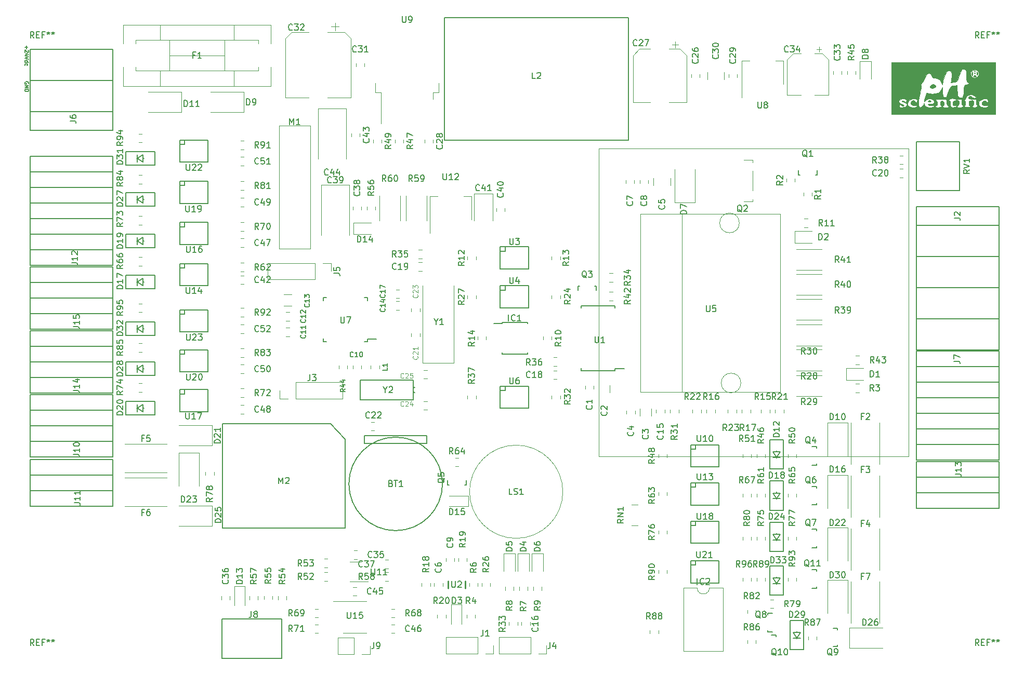
<source format=gto>
G04 #@! TF.GenerationSoftware,KiCad,Pcbnew,(5.1.2)-2*
G04 #@! TF.CreationDate,2020-01-17T13:49:55+07:00*
G04 #@! TF.ProjectId,ph_door_fume_hood_controller_hw,70685f64-6f6f-4725-9f66-756d655f686f,VinhTho*
G04 #@! TF.SameCoordinates,Original*
G04 #@! TF.FileFunction,Legend,Top*
G04 #@! TF.FilePolarity,Positive*
%FSLAX46Y46*%
G04 Gerber Fmt 4.6, Leading zero omitted, Abs format (unit mm)*
G04 Created by KiCad (PCBNEW (5.1.2)-2) date 2020-01-17 13:49:55*
%MOMM*%
%LPD*%
G04 APERTURE LIST*
%ADD10C,0.150000*%
%ADD11C,0.120000*%
%ADD12C,0.010000*%
%ADD13C,0.254000*%
%ADD14C,0.100000*%
G04 APERTURE END LIST*
D10*
X61768000Y-46278857D02*
X61796571Y-46221714D01*
X61796571Y-46136000D01*
X61768000Y-46050285D01*
X61710857Y-45993142D01*
X61653714Y-45964571D01*
X61539428Y-45936000D01*
X61453714Y-45936000D01*
X61339428Y-45964571D01*
X61282285Y-45993142D01*
X61225142Y-46050285D01*
X61196571Y-46136000D01*
X61196571Y-46193142D01*
X61225142Y-46278857D01*
X61253714Y-46307428D01*
X61453714Y-46307428D01*
X61453714Y-46193142D01*
X61196571Y-46564571D02*
X61796571Y-46564571D01*
X61196571Y-46907428D01*
X61796571Y-46907428D01*
X61196571Y-47193142D02*
X61796571Y-47193142D01*
X61796571Y-47336000D01*
X61768000Y-47421714D01*
X61710857Y-47478857D01*
X61653714Y-47507428D01*
X61539428Y-47536000D01*
X61453714Y-47536000D01*
X61339428Y-47507428D01*
X61282285Y-47478857D01*
X61225142Y-47421714D01*
X61196571Y-47336000D01*
X61196571Y-47193142D01*
X61425142Y-40070285D02*
X61425142Y-40527428D01*
X61196571Y-40298857D02*
X61653714Y-40298857D01*
X61739428Y-40784571D02*
X61768000Y-40813142D01*
X61796571Y-40870285D01*
X61796571Y-41013142D01*
X61768000Y-41070285D01*
X61739428Y-41098857D01*
X61682285Y-41127428D01*
X61625142Y-41127428D01*
X61539428Y-41098857D01*
X61196571Y-40756000D01*
X61196571Y-41127428D01*
X61596571Y-41641714D02*
X61196571Y-41641714D01*
X61825142Y-41498857D02*
X61396571Y-41356000D01*
X61396571Y-41727428D01*
X61796571Y-41870285D02*
X61196571Y-42070285D01*
X61796571Y-42270285D01*
X61196571Y-42727428D02*
X61796571Y-42727428D01*
X61225142Y-42727428D02*
X61196571Y-42670285D01*
X61196571Y-42556000D01*
X61225142Y-42498857D01*
X61253714Y-42470285D01*
X61310857Y-42441714D01*
X61482285Y-42441714D01*
X61539428Y-42470285D01*
X61568000Y-42498857D01*
X61596571Y-42556000D01*
X61596571Y-42670285D01*
X61568000Y-42727428D01*
X61225142Y-43270285D02*
X61196571Y-43213142D01*
X61196571Y-43098857D01*
X61225142Y-43041714D01*
X61253714Y-43013142D01*
X61310857Y-42984571D01*
X61482285Y-42984571D01*
X61539428Y-43013142D01*
X61568000Y-43041714D01*
X61596571Y-43098857D01*
X61596571Y-43213142D01*
X61568000Y-43270285D01*
D11*
X154724000Y-107008000D02*
X154724000Y-56808000D01*
X154724000Y-107008000D02*
X205124000Y-107008000D01*
X205124000Y-56808000D02*
X205124000Y-107008000D01*
X154724000Y-56808000D02*
X205124000Y-56808000D01*
X161474000Y-96558000D02*
X161474000Y-67458000D01*
X161474000Y-67458000D02*
X184224000Y-67458000D01*
X184224000Y-96558000D02*
X161474000Y-96558000D01*
X184224000Y-67458000D02*
X184224000Y-96558000D01*
X168224000Y-96558000D02*
X168224000Y-67458000D01*
X177824000Y-95058000D02*
G75*
G03X177824000Y-95058000I-1600000J0D01*
G01*
X177574000Y-68958000D02*
G75*
G03X177574000Y-68958000I-1600000J0D01*
G01*
D12*
G36*
X216005834Y-44139927D02*
G01*
X216016470Y-44170829D01*
X215900000Y-44182631D01*
X215779805Y-44169326D01*
X215794167Y-44139927D01*
X215967509Y-44128744D01*
X216005834Y-44139927D01*
X216005834Y-44139927D01*
G37*
X216005834Y-44139927D02*
X216016470Y-44170829D01*
X215900000Y-44182631D01*
X215779805Y-44169326D01*
X215794167Y-44139927D01*
X215967509Y-44128744D01*
X216005834Y-44139927D01*
G36*
X215956445Y-44478222D02*
G01*
X215944822Y-44528556D01*
X215900000Y-44534667D01*
X215830310Y-44503688D01*
X215843556Y-44478222D01*
X215944035Y-44468089D01*
X215956445Y-44478222D01*
X215956445Y-44478222D01*
G37*
X215956445Y-44478222D02*
X215944822Y-44528556D01*
X215900000Y-44534667D01*
X215830310Y-44503688D01*
X215843556Y-44478222D01*
X215944035Y-44468089D01*
X215956445Y-44478222D01*
G36*
X216302167Y-44337680D02*
G01*
X216393899Y-44543100D01*
X216391359Y-44735659D01*
X216323334Y-44831000D01*
X216238142Y-44836136D01*
X216228687Y-44814830D01*
X216218591Y-44689056D01*
X216207907Y-44479134D01*
X216207520Y-44469664D01*
X216208010Y-44294317D01*
X216240486Y-44265940D01*
X216302167Y-44337680D01*
X216302167Y-44337680D01*
G37*
X216302167Y-44337680D02*
X216393899Y-44543100D01*
X216391359Y-44735659D01*
X216323334Y-44831000D01*
X216238142Y-44836136D01*
X216228687Y-44814830D01*
X216218591Y-44689056D01*
X216207907Y-44479134D01*
X216207520Y-44469664D01*
X216208010Y-44294317D01*
X216240486Y-44265940D01*
X216302167Y-44337680D01*
G36*
X215517558Y-44319743D02*
G01*
X215540161Y-44428833D01*
X215552531Y-44676529D01*
X215539785Y-44809833D01*
X215507592Y-44936349D01*
X215465849Y-44906017D01*
X215440099Y-44851977D01*
X215413021Y-44662493D01*
X215440474Y-44470977D01*
X215489519Y-44318129D01*
X215517558Y-44319743D01*
X215517558Y-44319743D01*
G37*
X215517558Y-44319743D02*
X215540161Y-44428833D01*
X215552531Y-44676529D01*
X215539785Y-44809833D01*
X215507592Y-44936349D01*
X215465849Y-44906017D01*
X215440099Y-44851977D01*
X215413021Y-44662493D01*
X215440474Y-44470977D01*
X215489519Y-44318129D01*
X215517558Y-44319743D01*
G36*
X216000413Y-44929093D02*
G01*
X216021121Y-44951504D01*
X216119187Y-45070117D01*
X216099440Y-45117715D01*
X215938268Y-45126202D01*
X215891956Y-45126037D01*
X215727018Y-45110151D01*
X215685590Y-45072542D01*
X215696805Y-45062537D01*
X215809157Y-44927951D01*
X215825970Y-44888004D01*
X215884252Y-44839280D01*
X216000413Y-44929093D01*
X216000413Y-44929093D01*
G37*
X216000413Y-44929093D02*
X216021121Y-44951504D01*
X216119187Y-45070117D01*
X216099440Y-45117715D01*
X215938268Y-45126202D01*
X215891956Y-45126037D01*
X215727018Y-45110151D01*
X215685590Y-45072542D01*
X215696805Y-45062537D01*
X215809157Y-44927951D01*
X215825970Y-44888004D01*
X215884252Y-44839280D01*
X216000413Y-44929093D01*
G36*
X209372781Y-46393113D02*
G01*
X209523940Y-46542554D01*
X209524871Y-46716533D01*
X209379145Y-46868734D01*
X209334350Y-46891743D01*
X209002162Y-46983667D01*
X208732462Y-46924496D01*
X208707246Y-46909543D01*
X208630614Y-46830998D01*
X208652143Y-46711690D01*
X208701609Y-46612222D01*
X208893843Y-46403375D01*
X209146722Y-46333008D01*
X209372781Y-46393113D01*
X209372781Y-46393113D01*
G37*
X209372781Y-46393113D02*
X209523940Y-46542554D01*
X209524871Y-46716533D01*
X209379145Y-46868734D01*
X209334350Y-46891743D01*
X209002162Y-46983667D01*
X208732462Y-46924496D01*
X208707246Y-46909543D01*
X208630614Y-46830998D01*
X208652143Y-46711690D01*
X208701609Y-46612222D01*
X208893843Y-46403375D01*
X209146722Y-46333008D01*
X209372781Y-46393113D01*
G36*
X208661000Y-48991382D02*
G01*
X208780595Y-49073940D01*
X208749510Y-49149233D01*
X208585189Y-49189797D01*
X208534000Y-49191333D01*
X208355620Y-49169422D01*
X208280018Y-49116631D01*
X208280000Y-49115725D01*
X208350762Y-49019733D01*
X208510626Y-48972627D01*
X208661000Y-48991382D01*
X208661000Y-48991382D01*
G37*
X208661000Y-48991382D02*
X208780595Y-49073940D01*
X208749510Y-49149233D01*
X208585189Y-49189797D01*
X208534000Y-49191333D01*
X208355620Y-49169422D01*
X208280018Y-49116631D01*
X208280000Y-49115725D01*
X208350762Y-49019733D01*
X208510626Y-48972627D01*
X208661000Y-48991382D01*
G36*
X219286667Y-51223333D02*
G01*
X202353334Y-51223333D01*
X202353334Y-49166351D01*
X203554027Y-49166351D01*
X203603638Y-49326811D01*
X203736368Y-49441766D01*
X203958261Y-49538027D01*
X204187800Y-49638948D01*
X204338957Y-49736230D01*
X204367483Y-49772781D01*
X204332344Y-49846468D01*
X204203434Y-49868226D01*
X204046645Y-49842516D01*
X203927875Y-49773801D01*
X203907951Y-49741667D01*
X203806753Y-49624234D01*
X203691320Y-49641518D01*
X203625125Y-49777782D01*
X203623334Y-49812222D01*
X203645219Y-49990031D01*
X203679778Y-50066222D01*
X203822427Y-50115087D01*
X204063273Y-50120554D01*
X204338193Y-50087462D01*
X204583066Y-50020649D01*
X204643538Y-49993492D01*
X204844690Y-49829160D01*
X204893334Y-49663329D01*
X204863438Y-49531082D01*
X204748592Y-49428823D01*
X204735319Y-49423025D01*
X204994768Y-49423025D01*
X204998235Y-49670145D01*
X205076433Y-49833296D01*
X205196686Y-49943728D01*
X205441868Y-50058843D01*
X205774750Y-50121710D01*
X206119513Y-50124072D01*
X206368075Y-50071275D01*
X206484954Y-49961051D01*
X206502000Y-49892519D01*
X206463285Y-49810836D01*
X206321369Y-49802078D01*
X206216114Y-49818787D01*
X205874029Y-49834275D01*
X205627548Y-49744710D01*
X205499231Y-49561246D01*
X205486000Y-49457796D01*
X205498717Y-49405603D01*
X206756121Y-49405603D01*
X206773421Y-49760246D01*
X206839252Y-49986135D01*
X206878937Y-50034628D01*
X207039760Y-50092067D01*
X207216345Y-50064311D01*
X207334400Y-49970384D01*
X207348667Y-49914353D01*
X207416854Y-49788793D01*
X207475667Y-49753382D01*
X207579262Y-49639156D01*
X207610303Y-49511490D01*
X207623704Y-49412945D01*
X207657062Y-49464170D01*
X207696884Y-49591545D01*
X207849988Y-49842584D01*
X208115792Y-50030641D01*
X208444892Y-50141683D01*
X208787884Y-50161677D01*
X209095363Y-50076589D01*
X209190167Y-50015719D01*
X209277622Y-49913638D01*
X209487635Y-49913638D01*
X209489856Y-50013932D01*
X209571167Y-50068059D01*
X209740591Y-50099530D01*
X209979685Y-50102805D01*
X210222725Y-50082259D01*
X210403990Y-50042270D01*
X210456874Y-50009079D01*
X210443693Y-49896423D01*
X210388435Y-49834656D01*
X210308244Y-49678028D01*
X210312000Y-49403000D01*
X210351578Y-49185214D01*
X210424790Y-49088447D01*
X210573727Y-49064597D01*
X210608334Y-49064333D01*
X210775294Y-49080684D01*
X210853850Y-49162555D01*
X210886489Y-49359170D01*
X210889074Y-49389591D01*
X210878425Y-49654390D01*
X210782036Y-49816105D01*
X210762074Y-49832482D01*
X210660235Y-49932569D01*
X210696613Y-50007273D01*
X210735334Y-50035094D01*
X210930200Y-50098704D01*
X211199509Y-50117459D01*
X211454315Y-50090179D01*
X211571681Y-50046169D01*
X211638528Y-49933717D01*
X211583346Y-49821649D01*
X211471170Y-49783638D01*
X211403742Y-49703628D01*
X211357307Y-49482843D01*
X211345048Y-49339252D01*
X211315415Y-49071138D01*
X211293022Y-48978191D01*
X211675052Y-48978191D01*
X211774944Y-49021610D01*
X211793667Y-49022000D01*
X211870560Y-49064119D01*
X211909963Y-49211741D01*
X211920667Y-49483459D01*
X211961074Y-49832803D01*
X212090655Y-50044252D01*
X212321944Y-50126704D01*
X212667478Y-50089054D01*
X212746167Y-50069302D01*
X212913011Y-49984308D01*
X212931530Y-49884840D01*
X212815053Y-49806832D01*
X212640334Y-49784000D01*
X212438771Y-49767047D01*
X212356913Y-49695545D01*
X212345156Y-49593500D01*
X212382909Y-49263048D01*
X212497115Y-49071576D01*
X212663592Y-49005625D01*
X212857241Y-48944078D01*
X212908650Y-48847807D01*
X212900069Y-48839646D01*
X213030671Y-48839646D01*
X213049574Y-48911942D01*
X213194214Y-48980792D01*
X213303216Y-49044976D01*
X213347963Y-49177892D01*
X213347763Y-49409136D01*
X213311989Y-49671214D01*
X213229583Y-49804198D01*
X213174882Y-49831343D01*
X213034822Y-49921270D01*
X213056385Y-50042365D01*
X213077778Y-50066222D01*
X213199800Y-50104841D01*
X213419197Y-50120729D01*
X213665484Y-50113455D01*
X213868176Y-50082587D01*
X213903409Y-50071275D01*
X214014387Y-49974798D01*
X214017545Y-49945407D01*
X214122000Y-49945407D01*
X214202472Y-49999025D01*
X214429051Y-50030778D01*
X214672334Y-50038000D01*
X214991017Y-50024461D01*
X215179744Y-49986339D01*
X215222667Y-49945407D01*
X215152741Y-49848633D01*
X215074241Y-49813999D01*
X214980781Y-49753635D01*
X214947584Y-49609166D01*
X214955093Y-49407049D01*
X214984644Y-49174754D01*
X215049518Y-49059690D01*
X215187601Y-49009775D01*
X215251686Y-48999314D01*
X215472495Y-48983158D01*
X215624834Y-48999916D01*
X215699885Y-49107223D01*
X215731791Y-49310277D01*
X215722308Y-49541556D01*
X215673188Y-49733534D01*
X215603667Y-49814618D01*
X215491000Y-49930243D01*
X215476667Y-49997434D01*
X215548377Y-50081418D01*
X215726462Y-50119882D01*
X215955356Y-50116788D01*
X216179489Y-50076098D01*
X216343295Y-50001771D01*
X216392249Y-49932167D01*
X216359456Y-49806134D01*
X216287208Y-49784000D01*
X216210683Y-49749862D01*
X216169467Y-49624769D01*
X216154638Y-49374699D01*
X216154167Y-49301705D01*
X216557061Y-49301705D01*
X216565688Y-49621597D01*
X216585101Y-49685220D01*
X216706769Y-49893325D01*
X216856967Y-50021325D01*
X217073877Y-50080086D01*
X217378376Y-50112153D01*
X217691513Y-50113974D01*
X217934336Y-50081998D01*
X217967409Y-50071275D01*
X218084286Y-49961136D01*
X218101334Y-49892678D01*
X218059722Y-49810948D01*
X217910592Y-49792870D01*
X217783834Y-49804600D01*
X217436589Y-49802357D01*
X217188847Y-49711383D01*
X217059679Y-49549735D01*
X217068158Y-49335470D01*
X217141827Y-49196810D01*
X217300424Y-49072643D01*
X217507541Y-49023211D01*
X217696153Y-49053435D01*
X217793285Y-49149000D01*
X217896603Y-49268725D01*
X218018172Y-49255880D01*
X218095867Y-49126940D01*
X218101334Y-49067312D01*
X218030119Y-48853105D01*
X217824197Y-48729622D01*
X217495148Y-48702301D01*
X217354000Y-48716331D01*
X216967665Y-48828346D01*
X216696536Y-49030379D01*
X216557061Y-49301705D01*
X216154167Y-49301705D01*
X216154000Y-49276000D01*
X216154000Y-48768000D01*
X215646000Y-48757417D01*
X215298109Y-48748812D01*
X215084617Y-48734073D01*
X214970637Y-48703142D01*
X214921281Y-48645964D01*
X214901660Y-48552480D01*
X214900231Y-48542439D01*
X214940974Y-48375156D01*
X215077797Y-48286354D01*
X215247370Y-48297394D01*
X215360315Y-48387243D01*
X215502804Y-48487580D01*
X215599599Y-48484943D01*
X215710942Y-48483886D01*
X215730667Y-48522546D01*
X215794236Y-48580940D01*
X215933746Y-48578078D01*
X216072405Y-48525819D01*
X216129785Y-48460916D01*
X216082586Y-48361906D01*
X215918715Y-48243993D01*
X215685582Y-48130107D01*
X215430601Y-48043178D01*
X215201183Y-48006135D01*
X215189144Y-48006000D01*
X214918415Y-48059557D01*
X214673032Y-48195690D01*
X214504883Y-48377587D01*
X214460667Y-48522802D01*
X214403586Y-48682969D01*
X214333667Y-48737382D01*
X214224430Y-48839795D01*
X214222435Y-48970171D01*
X214302889Y-49039963D01*
X214364838Y-49136730D01*
X214403764Y-49340208D01*
X214408722Y-49423748D01*
X214396260Y-49666366D01*
X214331502Y-49785995D01*
X214270167Y-49814137D01*
X214144499Y-49890635D01*
X214122000Y-49945407D01*
X214017545Y-49945407D01*
X214027199Y-49855584D01*
X213939046Y-49785768D01*
X213914559Y-49784000D01*
X213837047Y-49731703D01*
X213789291Y-49557818D01*
X213766392Y-49297167D01*
X213741000Y-48810333D01*
X213381167Y-48784298D01*
X213147127Y-48790870D01*
X213030671Y-48839646D01*
X212900069Y-48839646D01*
X212811487Y-48755403D01*
X212709848Y-48723675D01*
X212476802Y-48657085D01*
X212321501Y-48592003D01*
X212167497Y-48566192D01*
X211972259Y-48660056D01*
X211919334Y-48697706D01*
X211724096Y-48867863D01*
X211675052Y-48978191D01*
X211293022Y-48978191D01*
X211267305Y-48871455D01*
X211234814Y-48810447D01*
X211120618Y-48777641D01*
X210885557Y-48754819D01*
X210577564Y-48742244D01*
X210244575Y-48740179D01*
X209934525Y-48748884D01*
X209695346Y-48768623D01*
X209574975Y-48799658D01*
X209573090Y-48801355D01*
X209583884Y-48893272D01*
X209663408Y-49006981D01*
X209772531Y-49209794D01*
X209807457Y-49452703D01*
X209770332Y-49674506D01*
X209663303Y-49814001D01*
X209634667Y-49826333D01*
X209487635Y-49913638D01*
X209277622Y-49913638D01*
X209297104Y-49890898D01*
X209251326Y-49816903D01*
X209064393Y-49803481D01*
X208954487Y-49816968D01*
X208653779Y-49827160D01*
X208418946Y-49764945D01*
X208291574Y-49644542D01*
X208280000Y-49586355D01*
X208351719Y-49514482D01*
X208571297Y-49513349D01*
X208576104Y-49513904D01*
X208931360Y-49518736D01*
X209193636Y-49447953D01*
X209328691Y-49312931D01*
X209333086Y-49104614D01*
X209204195Y-48924163D01*
X208977790Y-48789750D01*
X208689640Y-48719546D01*
X208375516Y-48731723D01*
X208248786Y-48764330D01*
X208006419Y-48880848D01*
X207820493Y-49031495D01*
X207806024Y-49049646D01*
X207719393Y-49158749D01*
X207692293Y-49146017D01*
X207711940Y-48991759D01*
X207723684Y-48922814D01*
X207780829Y-48652964D01*
X207864541Y-48324193D01*
X207907354Y-48173614D01*
X207990621Y-47921447D01*
X208063720Y-47800216D01*
X208154693Y-47775889D01*
X208222265Y-47791412D01*
X208402561Y-47827470D01*
X208685357Y-47864698D01*
X208957334Y-47890609D01*
X209500079Y-47872031D01*
X209939205Y-47721265D01*
X210280085Y-47435721D01*
X210456462Y-47167183D01*
X210650667Y-46794033D01*
X210659106Y-47421183D01*
X210673009Y-47865691D01*
X210706778Y-48167087D01*
X210769691Y-48351265D01*
X210871024Y-48444113D01*
X211020054Y-48471524D01*
X211035484Y-48471667D01*
X211145910Y-48464020D01*
X211232146Y-48422932D01*
X211311548Y-48321183D01*
X211401473Y-48131553D01*
X211519277Y-47826822D01*
X211617021Y-47559636D01*
X211766606Y-47154371D01*
X211885003Y-46880436D01*
X211999924Y-46710405D01*
X212139082Y-46616848D01*
X212330189Y-46572338D01*
X212600959Y-46549446D01*
X212640334Y-46546836D01*
X212979000Y-46524333D01*
X213031618Y-47286333D01*
X213072872Y-47770728D01*
X213126376Y-48110354D01*
X213203782Y-48329771D01*
X213316742Y-48453544D01*
X213476909Y-48506233D01*
X213614000Y-48514000D01*
X213828244Y-48490310D01*
X213973931Y-48402256D01*
X214063291Y-48224363D01*
X214108551Y-47931155D01*
X214121940Y-47497155D01*
X214122000Y-47455666D01*
X214133846Y-47011543D01*
X214177421Y-46708780D01*
X214264779Y-46520554D01*
X214407976Y-46420039D01*
X214604701Y-46381524D01*
X214822395Y-46344679D01*
X214914094Y-46265508D01*
X214926334Y-46185667D01*
X214856127Y-46032078D01*
X214754790Y-45991762D01*
X214679261Y-45969438D01*
X214629622Y-45908189D01*
X214600265Y-45777780D01*
X214585584Y-45547974D01*
X214579974Y-45188536D01*
X214579194Y-45044729D01*
X214570734Y-44631194D01*
X215222667Y-44631194D01*
X215293037Y-44939222D01*
X215476944Y-45161306D01*
X215733583Y-45281165D01*
X216022151Y-45282513D01*
X216301843Y-45149070D01*
X216369515Y-45088848D01*
X216533943Y-44823762D01*
X216560768Y-44534749D01*
X216467329Y-44264159D01*
X216270960Y-44054338D01*
X215989001Y-43947636D01*
X215900000Y-43942000D01*
X215604715Y-44018867D01*
X215369054Y-44219754D01*
X215236823Y-44500086D01*
X215222667Y-44631194D01*
X214570734Y-44631194D01*
X214569503Y-44571066D01*
X214538069Y-44241281D01*
X214474047Y-44030270D01*
X214366594Y-43912931D01*
X214204866Y-43864158D01*
X214066291Y-43857333D01*
X213887854Y-43872509D01*
X213770982Y-43945092D01*
X213668924Y-44115663D01*
X213606082Y-44256806D01*
X213492976Y-44547982D01*
X213364270Y-44919655D01*
X213253567Y-45272451D01*
X213153235Y-45596175D01*
X213057880Y-45795198D01*
X212924149Y-45907106D01*
X212708688Y-45969487D01*
X212395776Y-46016162D01*
X212152982Y-46044051D01*
X212042706Y-46033737D01*
X212030506Y-45975277D01*
X212053843Y-45917446D01*
X212091301Y-45762526D01*
X212126161Y-45490665D01*
X212152097Y-45154212D01*
X212156287Y-45069751D01*
X212168301Y-44725799D01*
X212161180Y-44509460D01*
X212125845Y-44379312D01*
X212053219Y-44293935D01*
X211973948Y-44237721D01*
X211753000Y-44143866D01*
X211565729Y-44125970D01*
X211395245Y-44228343D01*
X211215525Y-44471998D01*
X211039847Y-44830382D01*
X210881486Y-45276948D01*
X210766481Y-45724185D01*
X210625216Y-46381570D01*
X210447442Y-46030302D01*
X210184406Y-45663808D01*
X209840256Y-45412188D01*
X209451290Y-45300151D01*
X209369759Y-45296667D01*
X209147688Y-45278636D01*
X209037291Y-45204431D01*
X208994116Y-45093029D01*
X208871657Y-44844987D01*
X208669921Y-44648988D01*
X208442385Y-44550337D01*
X208351786Y-44548859D01*
X208234263Y-44599928D01*
X208106482Y-44736058D01*
X207949553Y-44982037D01*
X207772000Y-45309710D01*
X207589983Y-45646872D01*
X207418481Y-45942154D01*
X207283326Y-46152020D01*
X207236085Y-46212834D01*
X207132957Y-46379079D01*
X207165092Y-46539964D01*
X207168436Y-46546303D01*
X207208090Y-46723826D01*
X207173316Y-46996906D01*
X207131094Y-47167180D01*
X206974837Y-47802995D01*
X206858885Y-48403593D01*
X206785294Y-48945591D01*
X206756121Y-49405603D01*
X205498717Y-49405603D01*
X205545546Y-49213408D01*
X205694561Y-49048628D01*
X205888611Y-48987114D01*
X206083262Y-49052524D01*
X206142153Y-49108427D01*
X206319781Y-49253671D01*
X206462550Y-49247944D01*
X206532618Y-49149000D01*
X206547553Y-48934577D01*
X206421084Y-48781108D01*
X206173785Y-48700176D01*
X205826230Y-48703366D01*
X205758556Y-48713124D01*
X205368228Y-48834188D01*
X205116885Y-49049965D01*
X205000966Y-49363764D01*
X204994768Y-49423025D01*
X204735319Y-49423025D01*
X204511059Y-49325064D01*
X204470000Y-49310111D01*
X204199977Y-49196710D01*
X204065055Y-49104020D01*
X204074259Y-49042385D01*
X204218657Y-49022000D01*
X204381463Y-49077171D01*
X204439382Y-49149000D01*
X204540627Y-49274361D01*
X204661625Y-49272433D01*
X204756997Y-49172230D01*
X204781362Y-49002766D01*
X204767027Y-48939517D01*
X204639178Y-48791550D01*
X204403115Y-48718137D01*
X204105909Y-48726305D01*
X203842880Y-48801584D01*
X203637793Y-48905717D01*
X203555983Y-49018048D01*
X203554027Y-49166351D01*
X202353334Y-49166351D01*
X202353334Y-42756667D01*
X219286667Y-42756667D01*
X219286667Y-51223333D01*
X219286667Y-51223333D01*
G37*
X219286667Y-51223333D02*
X202353334Y-51223333D01*
X202353334Y-49166351D01*
X203554027Y-49166351D01*
X203603638Y-49326811D01*
X203736368Y-49441766D01*
X203958261Y-49538027D01*
X204187800Y-49638948D01*
X204338957Y-49736230D01*
X204367483Y-49772781D01*
X204332344Y-49846468D01*
X204203434Y-49868226D01*
X204046645Y-49842516D01*
X203927875Y-49773801D01*
X203907951Y-49741667D01*
X203806753Y-49624234D01*
X203691320Y-49641518D01*
X203625125Y-49777782D01*
X203623334Y-49812222D01*
X203645219Y-49990031D01*
X203679778Y-50066222D01*
X203822427Y-50115087D01*
X204063273Y-50120554D01*
X204338193Y-50087462D01*
X204583066Y-50020649D01*
X204643538Y-49993492D01*
X204844690Y-49829160D01*
X204893334Y-49663329D01*
X204863438Y-49531082D01*
X204748592Y-49428823D01*
X204735319Y-49423025D01*
X204994768Y-49423025D01*
X204998235Y-49670145D01*
X205076433Y-49833296D01*
X205196686Y-49943728D01*
X205441868Y-50058843D01*
X205774750Y-50121710D01*
X206119513Y-50124072D01*
X206368075Y-50071275D01*
X206484954Y-49961051D01*
X206502000Y-49892519D01*
X206463285Y-49810836D01*
X206321369Y-49802078D01*
X206216114Y-49818787D01*
X205874029Y-49834275D01*
X205627548Y-49744710D01*
X205499231Y-49561246D01*
X205486000Y-49457796D01*
X205498717Y-49405603D01*
X206756121Y-49405603D01*
X206773421Y-49760246D01*
X206839252Y-49986135D01*
X206878937Y-50034628D01*
X207039760Y-50092067D01*
X207216345Y-50064311D01*
X207334400Y-49970384D01*
X207348667Y-49914353D01*
X207416854Y-49788793D01*
X207475667Y-49753382D01*
X207579262Y-49639156D01*
X207610303Y-49511490D01*
X207623704Y-49412945D01*
X207657062Y-49464170D01*
X207696884Y-49591545D01*
X207849988Y-49842584D01*
X208115792Y-50030641D01*
X208444892Y-50141683D01*
X208787884Y-50161677D01*
X209095363Y-50076589D01*
X209190167Y-50015719D01*
X209277622Y-49913638D01*
X209487635Y-49913638D01*
X209489856Y-50013932D01*
X209571167Y-50068059D01*
X209740591Y-50099530D01*
X209979685Y-50102805D01*
X210222725Y-50082259D01*
X210403990Y-50042270D01*
X210456874Y-50009079D01*
X210443693Y-49896423D01*
X210388435Y-49834656D01*
X210308244Y-49678028D01*
X210312000Y-49403000D01*
X210351578Y-49185214D01*
X210424790Y-49088447D01*
X210573727Y-49064597D01*
X210608334Y-49064333D01*
X210775294Y-49080684D01*
X210853850Y-49162555D01*
X210886489Y-49359170D01*
X210889074Y-49389591D01*
X210878425Y-49654390D01*
X210782036Y-49816105D01*
X210762074Y-49832482D01*
X210660235Y-49932569D01*
X210696613Y-50007273D01*
X210735334Y-50035094D01*
X210930200Y-50098704D01*
X211199509Y-50117459D01*
X211454315Y-50090179D01*
X211571681Y-50046169D01*
X211638528Y-49933717D01*
X211583346Y-49821649D01*
X211471170Y-49783638D01*
X211403742Y-49703628D01*
X211357307Y-49482843D01*
X211345048Y-49339252D01*
X211315415Y-49071138D01*
X211293022Y-48978191D01*
X211675052Y-48978191D01*
X211774944Y-49021610D01*
X211793667Y-49022000D01*
X211870560Y-49064119D01*
X211909963Y-49211741D01*
X211920667Y-49483459D01*
X211961074Y-49832803D01*
X212090655Y-50044252D01*
X212321944Y-50126704D01*
X212667478Y-50089054D01*
X212746167Y-50069302D01*
X212913011Y-49984308D01*
X212931530Y-49884840D01*
X212815053Y-49806832D01*
X212640334Y-49784000D01*
X212438771Y-49767047D01*
X212356913Y-49695545D01*
X212345156Y-49593500D01*
X212382909Y-49263048D01*
X212497115Y-49071576D01*
X212663592Y-49005625D01*
X212857241Y-48944078D01*
X212908650Y-48847807D01*
X212900069Y-48839646D01*
X213030671Y-48839646D01*
X213049574Y-48911942D01*
X213194214Y-48980792D01*
X213303216Y-49044976D01*
X213347963Y-49177892D01*
X213347763Y-49409136D01*
X213311989Y-49671214D01*
X213229583Y-49804198D01*
X213174882Y-49831343D01*
X213034822Y-49921270D01*
X213056385Y-50042365D01*
X213077778Y-50066222D01*
X213199800Y-50104841D01*
X213419197Y-50120729D01*
X213665484Y-50113455D01*
X213868176Y-50082587D01*
X213903409Y-50071275D01*
X214014387Y-49974798D01*
X214017545Y-49945407D01*
X214122000Y-49945407D01*
X214202472Y-49999025D01*
X214429051Y-50030778D01*
X214672334Y-50038000D01*
X214991017Y-50024461D01*
X215179744Y-49986339D01*
X215222667Y-49945407D01*
X215152741Y-49848633D01*
X215074241Y-49813999D01*
X214980781Y-49753635D01*
X214947584Y-49609166D01*
X214955093Y-49407049D01*
X214984644Y-49174754D01*
X215049518Y-49059690D01*
X215187601Y-49009775D01*
X215251686Y-48999314D01*
X215472495Y-48983158D01*
X215624834Y-48999916D01*
X215699885Y-49107223D01*
X215731791Y-49310277D01*
X215722308Y-49541556D01*
X215673188Y-49733534D01*
X215603667Y-49814618D01*
X215491000Y-49930243D01*
X215476667Y-49997434D01*
X215548377Y-50081418D01*
X215726462Y-50119882D01*
X215955356Y-50116788D01*
X216179489Y-50076098D01*
X216343295Y-50001771D01*
X216392249Y-49932167D01*
X216359456Y-49806134D01*
X216287208Y-49784000D01*
X216210683Y-49749862D01*
X216169467Y-49624769D01*
X216154638Y-49374699D01*
X216154167Y-49301705D01*
X216557061Y-49301705D01*
X216565688Y-49621597D01*
X216585101Y-49685220D01*
X216706769Y-49893325D01*
X216856967Y-50021325D01*
X217073877Y-50080086D01*
X217378376Y-50112153D01*
X217691513Y-50113974D01*
X217934336Y-50081998D01*
X217967409Y-50071275D01*
X218084286Y-49961136D01*
X218101334Y-49892678D01*
X218059722Y-49810948D01*
X217910592Y-49792870D01*
X217783834Y-49804600D01*
X217436589Y-49802357D01*
X217188847Y-49711383D01*
X217059679Y-49549735D01*
X217068158Y-49335470D01*
X217141827Y-49196810D01*
X217300424Y-49072643D01*
X217507541Y-49023211D01*
X217696153Y-49053435D01*
X217793285Y-49149000D01*
X217896603Y-49268725D01*
X218018172Y-49255880D01*
X218095867Y-49126940D01*
X218101334Y-49067312D01*
X218030119Y-48853105D01*
X217824197Y-48729622D01*
X217495148Y-48702301D01*
X217354000Y-48716331D01*
X216967665Y-48828346D01*
X216696536Y-49030379D01*
X216557061Y-49301705D01*
X216154167Y-49301705D01*
X216154000Y-49276000D01*
X216154000Y-48768000D01*
X215646000Y-48757417D01*
X215298109Y-48748812D01*
X215084617Y-48734073D01*
X214970637Y-48703142D01*
X214921281Y-48645964D01*
X214901660Y-48552480D01*
X214900231Y-48542439D01*
X214940974Y-48375156D01*
X215077797Y-48286354D01*
X215247370Y-48297394D01*
X215360315Y-48387243D01*
X215502804Y-48487580D01*
X215599599Y-48484943D01*
X215710942Y-48483886D01*
X215730667Y-48522546D01*
X215794236Y-48580940D01*
X215933746Y-48578078D01*
X216072405Y-48525819D01*
X216129785Y-48460916D01*
X216082586Y-48361906D01*
X215918715Y-48243993D01*
X215685582Y-48130107D01*
X215430601Y-48043178D01*
X215201183Y-48006135D01*
X215189144Y-48006000D01*
X214918415Y-48059557D01*
X214673032Y-48195690D01*
X214504883Y-48377587D01*
X214460667Y-48522802D01*
X214403586Y-48682969D01*
X214333667Y-48737382D01*
X214224430Y-48839795D01*
X214222435Y-48970171D01*
X214302889Y-49039963D01*
X214364838Y-49136730D01*
X214403764Y-49340208D01*
X214408722Y-49423748D01*
X214396260Y-49666366D01*
X214331502Y-49785995D01*
X214270167Y-49814137D01*
X214144499Y-49890635D01*
X214122000Y-49945407D01*
X214017545Y-49945407D01*
X214027199Y-49855584D01*
X213939046Y-49785768D01*
X213914559Y-49784000D01*
X213837047Y-49731703D01*
X213789291Y-49557818D01*
X213766392Y-49297167D01*
X213741000Y-48810333D01*
X213381167Y-48784298D01*
X213147127Y-48790870D01*
X213030671Y-48839646D01*
X212900069Y-48839646D01*
X212811487Y-48755403D01*
X212709848Y-48723675D01*
X212476802Y-48657085D01*
X212321501Y-48592003D01*
X212167497Y-48566192D01*
X211972259Y-48660056D01*
X211919334Y-48697706D01*
X211724096Y-48867863D01*
X211675052Y-48978191D01*
X211293022Y-48978191D01*
X211267305Y-48871455D01*
X211234814Y-48810447D01*
X211120618Y-48777641D01*
X210885557Y-48754819D01*
X210577564Y-48742244D01*
X210244575Y-48740179D01*
X209934525Y-48748884D01*
X209695346Y-48768623D01*
X209574975Y-48799658D01*
X209573090Y-48801355D01*
X209583884Y-48893272D01*
X209663408Y-49006981D01*
X209772531Y-49209794D01*
X209807457Y-49452703D01*
X209770332Y-49674506D01*
X209663303Y-49814001D01*
X209634667Y-49826333D01*
X209487635Y-49913638D01*
X209277622Y-49913638D01*
X209297104Y-49890898D01*
X209251326Y-49816903D01*
X209064393Y-49803481D01*
X208954487Y-49816968D01*
X208653779Y-49827160D01*
X208418946Y-49764945D01*
X208291574Y-49644542D01*
X208280000Y-49586355D01*
X208351719Y-49514482D01*
X208571297Y-49513349D01*
X208576104Y-49513904D01*
X208931360Y-49518736D01*
X209193636Y-49447953D01*
X209328691Y-49312931D01*
X209333086Y-49104614D01*
X209204195Y-48924163D01*
X208977790Y-48789750D01*
X208689640Y-48719546D01*
X208375516Y-48731723D01*
X208248786Y-48764330D01*
X208006419Y-48880848D01*
X207820493Y-49031495D01*
X207806024Y-49049646D01*
X207719393Y-49158749D01*
X207692293Y-49146017D01*
X207711940Y-48991759D01*
X207723684Y-48922814D01*
X207780829Y-48652964D01*
X207864541Y-48324193D01*
X207907354Y-48173614D01*
X207990621Y-47921447D01*
X208063720Y-47800216D01*
X208154693Y-47775889D01*
X208222265Y-47791412D01*
X208402561Y-47827470D01*
X208685357Y-47864698D01*
X208957334Y-47890609D01*
X209500079Y-47872031D01*
X209939205Y-47721265D01*
X210280085Y-47435721D01*
X210456462Y-47167183D01*
X210650667Y-46794033D01*
X210659106Y-47421183D01*
X210673009Y-47865691D01*
X210706778Y-48167087D01*
X210769691Y-48351265D01*
X210871024Y-48444113D01*
X211020054Y-48471524D01*
X211035484Y-48471667D01*
X211145910Y-48464020D01*
X211232146Y-48422932D01*
X211311548Y-48321183D01*
X211401473Y-48131553D01*
X211519277Y-47826822D01*
X211617021Y-47559636D01*
X211766606Y-47154371D01*
X211885003Y-46880436D01*
X211999924Y-46710405D01*
X212139082Y-46616848D01*
X212330189Y-46572338D01*
X212600959Y-46549446D01*
X212640334Y-46546836D01*
X212979000Y-46524333D01*
X213031618Y-47286333D01*
X213072872Y-47770728D01*
X213126376Y-48110354D01*
X213203782Y-48329771D01*
X213316742Y-48453544D01*
X213476909Y-48506233D01*
X213614000Y-48514000D01*
X213828244Y-48490310D01*
X213973931Y-48402256D01*
X214063291Y-48224363D01*
X214108551Y-47931155D01*
X214121940Y-47497155D01*
X214122000Y-47455666D01*
X214133846Y-47011543D01*
X214177421Y-46708780D01*
X214264779Y-46520554D01*
X214407976Y-46420039D01*
X214604701Y-46381524D01*
X214822395Y-46344679D01*
X214914094Y-46265508D01*
X214926334Y-46185667D01*
X214856127Y-46032078D01*
X214754790Y-45991762D01*
X214679261Y-45969438D01*
X214629622Y-45908189D01*
X214600265Y-45777780D01*
X214585584Y-45547974D01*
X214579974Y-45188536D01*
X214579194Y-45044729D01*
X214570734Y-44631194D01*
X215222667Y-44631194D01*
X215293037Y-44939222D01*
X215476944Y-45161306D01*
X215733583Y-45281165D01*
X216022151Y-45282513D01*
X216301843Y-45149070D01*
X216369515Y-45088848D01*
X216533943Y-44823762D01*
X216560768Y-44534749D01*
X216467329Y-44264159D01*
X216270960Y-44054338D01*
X215989001Y-43947636D01*
X215900000Y-43942000D01*
X215604715Y-44018867D01*
X215369054Y-44219754D01*
X215236823Y-44500086D01*
X215222667Y-44631194D01*
X214570734Y-44631194D01*
X214569503Y-44571066D01*
X214538069Y-44241281D01*
X214474047Y-44030270D01*
X214366594Y-43912931D01*
X214204866Y-43864158D01*
X214066291Y-43857333D01*
X213887854Y-43872509D01*
X213770982Y-43945092D01*
X213668924Y-44115663D01*
X213606082Y-44256806D01*
X213492976Y-44547982D01*
X213364270Y-44919655D01*
X213253567Y-45272451D01*
X213153235Y-45596175D01*
X213057880Y-45795198D01*
X212924149Y-45907106D01*
X212708688Y-45969487D01*
X212395776Y-46016162D01*
X212152982Y-46044051D01*
X212042706Y-46033737D01*
X212030506Y-45975277D01*
X212053843Y-45917446D01*
X212091301Y-45762526D01*
X212126161Y-45490665D01*
X212152097Y-45154212D01*
X212156287Y-45069751D01*
X212168301Y-44725799D01*
X212161180Y-44509460D01*
X212125845Y-44379312D01*
X212053219Y-44293935D01*
X211973948Y-44237721D01*
X211753000Y-44143866D01*
X211565729Y-44125970D01*
X211395245Y-44228343D01*
X211215525Y-44471998D01*
X211039847Y-44830382D01*
X210881486Y-45276948D01*
X210766481Y-45724185D01*
X210625216Y-46381570D01*
X210447442Y-46030302D01*
X210184406Y-45663808D01*
X209840256Y-45412188D01*
X209451290Y-45300151D01*
X209369759Y-45296667D01*
X209147688Y-45278636D01*
X209037291Y-45204431D01*
X208994116Y-45093029D01*
X208871657Y-44844987D01*
X208669921Y-44648988D01*
X208442385Y-44550337D01*
X208351786Y-44548859D01*
X208234263Y-44599928D01*
X208106482Y-44736058D01*
X207949553Y-44982037D01*
X207772000Y-45309710D01*
X207589983Y-45646872D01*
X207418481Y-45942154D01*
X207283326Y-46152020D01*
X207236085Y-46212834D01*
X207132957Y-46379079D01*
X207165092Y-46539964D01*
X207168436Y-46546303D01*
X207208090Y-46723826D01*
X207173316Y-46996906D01*
X207131094Y-47167180D01*
X206974837Y-47802995D01*
X206858885Y-48403593D01*
X206785294Y-48945591D01*
X206756121Y-49405603D01*
X205498717Y-49405603D01*
X205545546Y-49213408D01*
X205694561Y-49048628D01*
X205888611Y-48987114D01*
X206083262Y-49052524D01*
X206142153Y-49108427D01*
X206319781Y-49253671D01*
X206462550Y-49247944D01*
X206532618Y-49149000D01*
X206547553Y-48934577D01*
X206421084Y-48781108D01*
X206173785Y-48700176D01*
X205826230Y-48703366D01*
X205758556Y-48713124D01*
X205368228Y-48834188D01*
X205116885Y-49049965D01*
X205000966Y-49363764D01*
X204994768Y-49423025D01*
X204735319Y-49423025D01*
X204511059Y-49325064D01*
X204470000Y-49310111D01*
X204199977Y-49196710D01*
X204065055Y-49104020D01*
X204074259Y-49042385D01*
X204218657Y-49022000D01*
X204381463Y-49077171D01*
X204439382Y-49149000D01*
X204540627Y-49274361D01*
X204661625Y-49272433D01*
X204756997Y-49172230D01*
X204781362Y-49002766D01*
X204767027Y-48939517D01*
X204639178Y-48791550D01*
X204403115Y-48718137D01*
X204105909Y-48726305D01*
X203842880Y-48801584D01*
X203637793Y-48905717D01*
X203555983Y-49018048D01*
X203554027Y-49166351D01*
X202353334Y-49166351D01*
X202353334Y-42756667D01*
X219286667Y-42756667D01*
X219286667Y-51223333D01*
D11*
X100778000Y-75505000D02*
X100778000Y-78165000D01*
X108458000Y-75505000D02*
X100778000Y-75505000D01*
X108458000Y-78165000D02*
X100778000Y-78165000D01*
X108458000Y-75505000D02*
X108458000Y-78165000D01*
X109728000Y-75505000D02*
X111058000Y-75505000D01*
X111058000Y-75505000D02*
X111058000Y-76835000D01*
X132344000Y-131196000D02*
X132344000Y-134346000D01*
X130644000Y-131196000D02*
X130644000Y-134346000D01*
X132344000Y-131196000D02*
X130644000Y-131196000D01*
D10*
X62040000Y-107552000D02*
X75540000Y-107552000D01*
X62040000Y-112632000D02*
X75540000Y-112632000D01*
X62040000Y-107552000D02*
X62040000Y-115172000D01*
X75542000Y-107552000D02*
X75540000Y-115172000D01*
X75540000Y-110092000D02*
X62040000Y-110092000D01*
X75540000Y-115172000D02*
X62040000Y-115172000D01*
D11*
X153872000Y-96019252D02*
X153872000Y-95496748D01*
X152452000Y-96019252D02*
X152452000Y-95496748D01*
D10*
X159526000Y-55466000D02*
X159526000Y-35466000D01*
X159526000Y-35466000D02*
X129526000Y-35466000D01*
X129526000Y-35466000D02*
X129526000Y-55466000D01*
X159526000Y-55466000D02*
X129526000Y-55466000D01*
X93305100Y-139975751D02*
X93305100Y-133651100D01*
X103020600Y-133565460D02*
X94320600Y-133565460D01*
X103020600Y-133565460D02*
X103020600Y-139970460D01*
X93330500Y-133565460D02*
X101852700Y-133565460D01*
X93292399Y-139970460D02*
X102995293Y-139970460D01*
X219900000Y-66276000D02*
X219900000Y-89656000D01*
X206400000Y-66281000D02*
X219900000Y-66276000D01*
X206400000Y-66281000D02*
X206400000Y-89656000D01*
X206400000Y-89656000D02*
X219900000Y-89656000D01*
X206400000Y-84576000D02*
X219900000Y-84576000D01*
X206400000Y-79496000D02*
X219900000Y-79496000D01*
X206400000Y-69336000D02*
X219900000Y-69336000D01*
X219900000Y-74416000D02*
X206400000Y-74416000D01*
X62040000Y-53866000D02*
X62040000Y-40636000D01*
X75540000Y-53861000D02*
X62040000Y-53866000D01*
X75540000Y-53861000D02*
X75540000Y-40646000D01*
X75540000Y-40646000D02*
X62040000Y-40646000D01*
X75540000Y-50806000D02*
X62040000Y-50806000D01*
X62040000Y-45726000D02*
X75540000Y-45726000D01*
X75540000Y-86280500D02*
X62040000Y-86280500D01*
X75540000Y-81200500D02*
X62040000Y-81200500D01*
X75540000Y-76120500D02*
X62040000Y-76120500D01*
X75540000Y-76120500D02*
X75540000Y-86280500D01*
X62040000Y-76120500D02*
X62040000Y-86280500D01*
X62040000Y-83740500D02*
X75540000Y-83740500D01*
X62040000Y-78660500D02*
X75540000Y-78660500D01*
D11*
X169724000Y-44696748D02*
X169724000Y-45219252D01*
X171144000Y-44696748D02*
X171144000Y-45219252D01*
X102683000Y-97596000D02*
X102683000Y-96266000D01*
X104013000Y-97596000D02*
X102683000Y-97596000D01*
X105283000Y-97596000D02*
X105283000Y-94936000D01*
X105283000Y-94936000D02*
X112963000Y-94936000D01*
X105283000Y-97596000D02*
X112963000Y-97596000D01*
X112963000Y-97596000D02*
X112963000Y-94936000D01*
D10*
X129216000Y-111506000D02*
G75*
G03X129216000Y-111506000I-7620000J0D01*
G01*
X126676000Y-103632000D02*
X126676000Y-104902000D01*
X116516000Y-103632000D02*
X126676000Y-103632000D01*
X116516000Y-103632000D02*
X116516000Y-104902000D01*
X116516000Y-104902000D02*
X126676000Y-104902000D01*
D11*
X154665000Y-95409936D02*
X154665000Y-96614064D01*
X156485000Y-95409936D02*
X156485000Y-96614064D01*
X163216000Y-100424064D02*
X163216000Y-99219936D01*
X161396000Y-100424064D02*
X161396000Y-99219936D01*
X160603000Y-100083252D02*
X160603000Y-99560748D01*
X159183000Y-100083252D02*
X159183000Y-99560748D01*
X166333000Y-62840064D02*
X166333000Y-61635936D01*
X163613000Y-62840064D02*
X163613000Y-61635936D01*
X127863000Y-127673748D02*
X127863000Y-128196252D01*
X129283000Y-127673748D02*
X129283000Y-128196252D01*
X159056000Y-61968748D02*
X159056000Y-62491252D01*
X160476000Y-61968748D02*
X160476000Y-62491252D01*
X161342000Y-61976748D02*
X161342000Y-62499252D01*
X162762000Y-61976748D02*
X162762000Y-62499252D01*
X129768000Y-123609748D02*
X129768000Y-124132252D01*
X131188000Y-123609748D02*
X131188000Y-124132252D01*
X114606000Y-92194748D02*
X114606000Y-92717252D01*
X116026000Y-92194748D02*
X116026000Y-92717252D01*
X104274252Y-86031000D02*
X103751748Y-86031000D01*
X104274252Y-87451000D02*
X103751748Y-87451000D01*
X104274252Y-83491000D02*
X103751748Y-83491000D01*
X104274252Y-84911000D02*
X103751748Y-84911000D01*
X104615064Y-80624000D02*
X103410936Y-80624000D01*
X104615064Y-82444000D02*
X103410936Y-82444000D01*
X122181252Y-81713000D02*
X121658748Y-81713000D01*
X122181252Y-83133000D02*
X121658748Y-83133000D01*
X165445000Y-99956252D02*
X165445000Y-99433748D01*
X164025000Y-99956252D02*
X164025000Y-99433748D01*
X143507000Y-134546252D02*
X143507000Y-134023748D01*
X142087000Y-134546252D02*
X142087000Y-134023748D01*
X122181252Y-79808000D02*
X121658748Y-79808000D01*
X122181252Y-81228000D02*
X121658748Y-81228000D01*
X147312748Y-94436000D02*
X147835252Y-94436000D01*
X147312748Y-93016000D02*
X147835252Y-93016000D01*
X125864252Y-75363000D02*
X125341748Y-75363000D01*
X125864252Y-76783000D02*
X125341748Y-76783000D01*
X203687748Y-61553000D02*
X204210252Y-61553000D01*
X203687748Y-60133000D02*
X204210252Y-60133000D01*
X124131000Y-86987748D02*
X124131000Y-87510252D01*
X125551000Y-86987748D02*
X125551000Y-87510252D01*
X118117252Y-101398000D02*
X117594748Y-101398000D01*
X118117252Y-102818000D02*
X117594748Y-102818000D01*
X125551000Y-83446252D02*
X125551000Y-82923748D01*
X124131000Y-83446252D02*
X124131000Y-82923748D01*
X126707252Y-98018000D02*
X126184748Y-98018000D01*
X126707252Y-99438000D02*
X126184748Y-99438000D01*
X126707252Y-92938000D02*
X126184748Y-92938000D01*
X126707252Y-94358000D02*
X126184748Y-94358000D01*
X126290000Y-55364748D02*
X126290000Y-55887252D01*
X127710000Y-55364748D02*
X127710000Y-55887252D01*
X175820000Y-44696748D02*
X175820000Y-45219252D01*
X177240000Y-44696748D02*
X177240000Y-45219252D01*
X115114000Y-42918748D02*
X115114000Y-43441252D01*
X116534000Y-42918748D02*
X116534000Y-43441252D01*
X192838000Y-44188748D02*
X192838000Y-44711252D01*
X194258000Y-44188748D02*
X194258000Y-44711252D01*
X114800748Y-123773000D02*
X115323252Y-123773000D01*
X114800748Y-122353000D02*
X115323252Y-122353000D01*
X93192000Y-129832748D02*
X93192000Y-130355252D01*
X94612000Y-129832748D02*
X94612000Y-130355252D01*
X120403252Y-123877000D02*
X119880748Y-123877000D01*
X120403252Y-125297000D02*
X119880748Y-125297000D01*
X114606000Y-66286748D02*
X114606000Y-66809252D01*
X116026000Y-66286748D02*
X116026000Y-66809252D01*
X137974000Y-66540748D02*
X137974000Y-67063252D01*
X139394000Y-66540748D02*
X139394000Y-67063252D01*
X96865252Y-77522000D02*
X96342748Y-77522000D01*
X96865252Y-78942000D02*
X96342748Y-78942000D01*
X114352000Y-54348748D02*
X114352000Y-54871252D01*
X115772000Y-54348748D02*
X115772000Y-54871252D01*
X115196252Y-128322000D02*
X114673748Y-128322000D01*
X115196252Y-129742000D02*
X114673748Y-129742000D01*
X121419252Y-134418000D02*
X120896748Y-134418000D01*
X121419252Y-135838000D02*
X120896748Y-135838000D01*
X96865252Y-71494666D02*
X96342748Y-71494666D01*
X96865252Y-72914666D02*
X96342748Y-72914666D01*
X96865252Y-98630332D02*
X96342748Y-98630332D01*
X96865252Y-100050332D02*
X96342748Y-100050332D01*
X96865252Y-64848333D02*
X96342748Y-64848333D01*
X96865252Y-66268333D02*
X96342748Y-66268333D01*
X96865252Y-92068665D02*
X96342748Y-92068665D01*
X96865252Y-93488665D02*
X96342748Y-93488665D01*
X96865252Y-58202000D02*
X96342748Y-58202000D01*
X96865252Y-59622000D02*
X96342748Y-59622000D01*
X96865252Y-85507000D02*
X96342748Y-85507000D01*
X96865252Y-86927000D02*
X96342748Y-86927000D01*
X194947000Y-94543000D02*
X197807000Y-94543000D01*
X194947000Y-92623000D02*
X194947000Y-94543000D01*
X197807000Y-92623000D02*
X194947000Y-92623000D01*
X186565000Y-72191000D02*
X189425000Y-72191000D01*
X186565000Y-70271000D02*
X186565000Y-72191000D01*
X189425000Y-70271000D02*
X186565000Y-70271000D01*
X141456000Y-122900000D02*
X141456000Y-125760000D01*
X143376000Y-122900000D02*
X141456000Y-122900000D01*
X143376000Y-125760000D02*
X143376000Y-122900000D01*
X139170000Y-122900000D02*
X139170000Y-125760000D01*
X141090000Y-122900000D02*
X139170000Y-122900000D01*
X141090000Y-125760000D02*
X141090000Y-122900000D01*
X143742000Y-122900000D02*
X143742000Y-125760000D01*
X145662000Y-122900000D02*
X143742000Y-122900000D01*
X145662000Y-125760000D02*
X145662000Y-122900000D01*
X167006000Y-65638000D02*
X167006000Y-60238000D01*
X170306000Y-65638000D02*
X170306000Y-60238000D01*
X167006000Y-65638000D02*
X170306000Y-65638000D01*
X197160000Y-42590000D02*
X197160000Y-45450000D01*
X199080000Y-42590000D02*
X197160000Y-42590000D01*
X199080000Y-45450000D02*
X199080000Y-42590000D01*
X96872000Y-50926000D02*
X91472000Y-50926000D01*
X96872000Y-47626000D02*
X91472000Y-47626000D01*
X96872000Y-50926000D02*
X96872000Y-47626000D01*
X195198000Y-101502000D02*
X191898000Y-101502000D01*
X191898000Y-101502000D02*
X191898000Y-106902000D01*
X195198000Y-101502000D02*
X195198000Y-106902000D01*
X86712000Y-50926000D02*
X81312000Y-50926000D01*
X86712000Y-47626000D02*
X81312000Y-47626000D01*
X86712000Y-50926000D02*
X86712000Y-47626000D01*
D10*
X184742000Y-104780000D02*
X184742000Y-108580000D01*
X182542000Y-104280000D02*
X184742000Y-104280000D01*
X184742000Y-104280000D02*
X184742000Y-104780000D01*
X184742000Y-108580000D02*
X184742000Y-109080000D01*
X184742000Y-109080000D02*
X182542000Y-109080000D01*
X182542000Y-109080000D02*
X182542000Y-104280000D01*
X183042000Y-107180000D02*
X184242000Y-107180000D01*
X183642000Y-107180000D02*
X183042000Y-106280000D01*
X183042000Y-106280000D02*
X184242000Y-106280000D01*
X184242000Y-106280000D02*
X183642000Y-107180000D01*
X183642000Y-106280000D02*
X183642000Y-106080000D01*
X183642000Y-107180000D02*
X183642000Y-107280000D01*
D11*
X97038000Y-128194000D02*
X95338000Y-128194000D01*
X95338000Y-128194000D02*
X95338000Y-131344000D01*
X97038000Y-128194000D02*
X97038000Y-131344000D01*
X114726000Y-70810000D02*
X117586000Y-70810000D01*
X114726000Y-68890000D02*
X114726000Y-70810000D01*
X117586000Y-68890000D02*
X114726000Y-68890000D01*
X133472000Y-115150000D02*
X133472000Y-113450000D01*
X133472000Y-113450000D02*
X130322000Y-113450000D01*
X133472000Y-115150000D02*
X130322000Y-115150000D01*
X195198000Y-110053333D02*
X195198000Y-115453333D01*
X191898000Y-110053333D02*
X191898000Y-115453333D01*
X195198000Y-110053333D02*
X191898000Y-110053333D01*
D10*
X184742000Y-111511000D02*
X184742000Y-115311000D01*
X182542000Y-111011000D02*
X184742000Y-111011000D01*
X184742000Y-111011000D02*
X184742000Y-111511000D01*
X184742000Y-115311000D02*
X184742000Y-115811000D01*
X184742000Y-115811000D02*
X182542000Y-115811000D01*
X182542000Y-115811000D02*
X182542000Y-111011000D01*
X183042000Y-113911000D02*
X184242000Y-113911000D01*
X183642000Y-113911000D02*
X183042000Y-113011000D01*
X183042000Y-113011000D02*
X184242000Y-113011000D01*
X184242000Y-113011000D02*
X183642000Y-113911000D01*
X183642000Y-113011000D02*
X183642000Y-112811000D01*
X183642000Y-113911000D02*
X183642000Y-114011000D01*
D11*
X91665000Y-105282000D02*
X91665000Y-101982000D01*
X91665000Y-101982000D02*
X86265000Y-101982000D01*
X91665000Y-105282000D02*
X86265000Y-105282000D01*
X195198000Y-118604666D02*
X195198000Y-124004666D01*
X191898000Y-118604666D02*
X191898000Y-124004666D01*
X195198000Y-118604666D02*
X191898000Y-118604666D01*
X89534000Y-106455000D02*
X86234000Y-106455000D01*
X86234000Y-106455000D02*
X86234000Y-111855000D01*
X89534000Y-106455000D02*
X89534000Y-111855000D01*
D10*
X184742000Y-118242000D02*
X184742000Y-122042000D01*
X182542000Y-117742000D02*
X184742000Y-117742000D01*
X184742000Y-117742000D02*
X184742000Y-118242000D01*
X184742000Y-122042000D02*
X184742000Y-122542000D01*
X184742000Y-122542000D02*
X182542000Y-122542000D01*
X182542000Y-122542000D02*
X182542000Y-117742000D01*
X183042000Y-120642000D02*
X184242000Y-120642000D01*
X183642000Y-120642000D02*
X183042000Y-119742000D01*
X183042000Y-119742000D02*
X184242000Y-119742000D01*
X184242000Y-119742000D02*
X183642000Y-120642000D01*
X183642000Y-119742000D02*
X183642000Y-119542000D01*
X183642000Y-120642000D02*
X183642000Y-120742000D01*
D11*
X91665000Y-118363000D02*
X91665000Y-115063000D01*
X91665000Y-115063000D02*
X86265000Y-115063000D01*
X91665000Y-118363000D02*
X86265000Y-118363000D01*
X195482000Y-135002000D02*
X200882000Y-135002000D01*
X195482000Y-138302000D02*
X200882000Y-138302000D01*
X195482000Y-135002000D02*
X195482000Y-138302000D01*
D10*
X186944000Y-136644000D02*
X186944000Y-136744000D01*
X186944000Y-135744000D02*
X186944000Y-135544000D01*
X187544000Y-135744000D02*
X186944000Y-136644000D01*
X186344000Y-135744000D02*
X187544000Y-135744000D01*
X186944000Y-136644000D02*
X186344000Y-135744000D01*
X186344000Y-136644000D02*
X187544000Y-136644000D01*
X185844000Y-138544000D02*
X185844000Y-133744000D01*
X188044000Y-138544000D02*
X185844000Y-138544000D01*
X188044000Y-138044000D02*
X188044000Y-138544000D01*
X188044000Y-133744000D02*
X188044000Y-134244000D01*
X185844000Y-133744000D02*
X188044000Y-133744000D01*
X188044000Y-134244000D02*
X188044000Y-138044000D01*
D11*
X195198000Y-127156000D02*
X195198000Y-132556000D01*
X191898000Y-127156000D02*
X191898000Y-132556000D01*
X195198000Y-127156000D02*
X191898000Y-127156000D01*
D10*
X184742000Y-125354000D02*
X184742000Y-129154000D01*
X182542000Y-124854000D02*
X184742000Y-124854000D01*
X184742000Y-124854000D02*
X184742000Y-125354000D01*
X184742000Y-129154000D02*
X184742000Y-129654000D01*
X184742000Y-129654000D02*
X182542000Y-129654000D01*
X182542000Y-129654000D02*
X182542000Y-124854000D01*
X183042000Y-127754000D02*
X184242000Y-127754000D01*
X183642000Y-127754000D02*
X183042000Y-126854000D01*
X183042000Y-126854000D02*
X184242000Y-126854000D01*
X184242000Y-126854000D02*
X183642000Y-127754000D01*
X183642000Y-126854000D02*
X183642000Y-126654000D01*
X183642000Y-127754000D02*
X183642000Y-127854000D01*
D11*
X200420000Y-101502000D02*
X200420000Y-108302000D01*
X195760000Y-101502000D02*
X195760000Y-108302000D01*
X195760000Y-110138000D02*
X195760000Y-116938000D01*
X200420000Y-110138000D02*
X200420000Y-116938000D01*
X195760000Y-118774000D02*
X195760000Y-125574000D01*
X200420000Y-118774000D02*
X200420000Y-125574000D01*
X77499000Y-105015000D02*
X84299000Y-105015000D01*
X77499000Y-109675000D02*
X84299000Y-109675000D01*
X77499000Y-110476000D02*
X84299000Y-110476000D01*
X77499000Y-115136000D02*
X84299000Y-115136000D01*
X195760000Y-127410000D02*
X195760000Y-134210000D01*
X200420000Y-127410000D02*
X200420000Y-134210000D01*
D10*
X138895000Y-85382000D02*
X137595000Y-85382000D01*
X138895000Y-90332000D02*
X143045000Y-90332000D01*
X138895000Y-85182000D02*
X143045000Y-85182000D01*
X138895000Y-90332000D02*
X138895000Y-90132000D01*
X143045000Y-90332000D02*
X143045000Y-90132000D01*
X143045000Y-85182000D02*
X143045000Y-85382000D01*
X138895000Y-85182000D02*
X138895000Y-85382000D01*
D11*
X117527000Y-92194748D02*
X117527000Y-92717252D01*
X118947000Y-92194748D02*
X118947000Y-92717252D01*
X148824000Y-112786000D02*
G75*
G03X148824000Y-112786000I-7600000J0D01*
G01*
X102616000Y-53132000D02*
X107696000Y-53132000D01*
X102616000Y-73198000D02*
X102616000Y-53132000D01*
X107696000Y-73198000D02*
X102616000Y-73198000D01*
X107696000Y-53132000D02*
X107696000Y-73198000D01*
D10*
X113378000Y-104236000D02*
X110998000Y-101736000D01*
X113378000Y-104236000D02*
X113378000Y-118736000D01*
X113378000Y-118736000D02*
X93378000Y-118736000D01*
X93378000Y-101736000D02*
X93378000Y-118736000D01*
X110998000Y-101736000D02*
X93378000Y-101736000D01*
X187222180Y-61102240D02*
X187222180Y-60401200D01*
X187422840Y-61102240D02*
X187222180Y-61102240D01*
X190221820Y-61102240D02*
X189972900Y-61102240D01*
X190221820Y-60401200D02*
X190221820Y-61102240D01*
X187422840Y-61102240D02*
X187471100Y-61102240D01*
D11*
X179778000Y-58687000D02*
X179778000Y-59087000D01*
X178278000Y-58687000D02*
X179778000Y-58687000D01*
X179778000Y-60487000D02*
X179778000Y-63687000D01*
X179778000Y-65487000D02*
X178278000Y-65487000D01*
X179778000Y-65137000D02*
X179778000Y-65487000D01*
D10*
X130072180Y-111648240D02*
X130072180Y-110947200D01*
X130272840Y-111648240D02*
X130072180Y-111648240D01*
X133071820Y-111648240D02*
X132822900Y-111648240D01*
X133071820Y-110947200D02*
X133071820Y-111648240D01*
X130272840Y-111648240D02*
X130321100Y-111648240D01*
X182229760Y-132612180D02*
X182930800Y-132612180D01*
X182229760Y-132812840D02*
X182229760Y-132612180D01*
X182229760Y-135611820D02*
X182229760Y-135362900D01*
X182930800Y-135611820D02*
X182229760Y-135611820D01*
X182229760Y-132812840D02*
X182229760Y-132861100D01*
X183530240Y-139167820D02*
X182829200Y-139167820D01*
X183530240Y-138967160D02*
X183530240Y-139167820D01*
X183530240Y-136168180D02*
X183530240Y-136417100D01*
X182829200Y-136168180D02*
X183530240Y-136168180D01*
X183530240Y-138967160D02*
X183530240Y-138918900D01*
D11*
X188012000Y-64009748D02*
X188012000Y-64532252D01*
X189432000Y-64009748D02*
X189432000Y-64532252D01*
X185218000Y-61714748D02*
X185218000Y-62237252D01*
X186638000Y-61714748D02*
X186638000Y-62237252D01*
X197068252Y-95159000D02*
X196545748Y-95159000D01*
X197068252Y-96579000D02*
X196545748Y-96579000D01*
X134568000Y-133357252D02*
X134568000Y-132834748D01*
X133148000Y-133357252D02*
X133148000Y-132834748D01*
X133578000Y-127673748D02*
X133578000Y-128196252D01*
X134998000Y-127673748D02*
X134998000Y-128196252D01*
X141706000Y-128308748D02*
X141706000Y-128831252D01*
X143126000Y-128308748D02*
X143126000Y-128831252D01*
X139420000Y-128308748D02*
X139420000Y-128831252D01*
X140840000Y-128308748D02*
X140840000Y-128831252D01*
X143992000Y-128308748D02*
X143992000Y-128831252D01*
X145412000Y-128308748D02*
X145412000Y-128831252D01*
X145594000Y-87495748D02*
X145594000Y-88018252D01*
X147014000Y-87495748D02*
X147014000Y-88018252D01*
X188686252Y-68235000D02*
X188163748Y-68235000D01*
X188686252Y-69655000D02*
X188163748Y-69655000D01*
X134695000Y-74937252D02*
X134695000Y-74414748D01*
X133275000Y-74937252D02*
X133275000Y-74414748D01*
X148411000Y-74937252D02*
X148411000Y-74414748D01*
X146991000Y-74937252D02*
X146991000Y-74414748D01*
X136346000Y-88018252D02*
X136346000Y-87495748D01*
X134926000Y-88018252D02*
X134926000Y-87495748D01*
X184817000Y-99940252D02*
X184817000Y-99417748D01*
X183397000Y-99940252D02*
X183397000Y-99417748D01*
X173641000Y-99940252D02*
X173641000Y-99417748D01*
X172221000Y-99940252D02*
X172221000Y-99417748D01*
X179381400Y-99940252D02*
X179381400Y-99417748D01*
X177961400Y-99940252D02*
X177961400Y-99417748D01*
X125831000Y-127673748D02*
X125831000Y-128196252D01*
X127251000Y-127673748D02*
X127251000Y-128196252D01*
X131800000Y-123609748D02*
X131800000Y-124132252D01*
X133220000Y-123609748D02*
X133220000Y-124132252D01*
X128371000Y-132834748D02*
X128371000Y-133357252D01*
X129791000Y-132834748D02*
X129791000Y-133357252D01*
X181111000Y-99417748D02*
X181111000Y-99940252D01*
X182531000Y-99417748D02*
X182531000Y-99940252D01*
X169935000Y-99417748D02*
X169935000Y-99940252D01*
X171355000Y-99417748D02*
X171355000Y-99940252D01*
X175675400Y-99417748D02*
X175675400Y-99940252D01*
X177095400Y-99417748D02*
X177095400Y-99940252D01*
X148411000Y-81287252D02*
X148411000Y-80764748D01*
X146991000Y-81287252D02*
X146991000Y-80764748D01*
X137030000Y-128196252D02*
X137030000Y-127673748D01*
X135610000Y-128196252D02*
X135610000Y-127673748D01*
X134695000Y-81287252D02*
X134695000Y-80764748D01*
X133275000Y-81287252D02*
X133275000Y-80764748D01*
X166311000Y-99433748D02*
X166311000Y-99956252D01*
X167731000Y-99433748D02*
X167731000Y-99956252D01*
X148411000Y-97670252D02*
X148411000Y-97147748D01*
X146991000Y-97670252D02*
X146991000Y-97147748D01*
X140055000Y-134023748D02*
X140055000Y-134546252D01*
X141475000Y-134023748D02*
X141475000Y-134546252D01*
X156413748Y-78545000D02*
X156936252Y-78545000D01*
X156413748Y-77125000D02*
X156936252Y-77125000D01*
X125341748Y-74751000D02*
X125864252Y-74751000D01*
X125341748Y-73331000D02*
X125864252Y-73331000D01*
X147312748Y-92277000D02*
X147835252Y-92277000D01*
X147312748Y-90857000D02*
X147835252Y-90857000D01*
X134695000Y-97670252D02*
X134695000Y-97147748D01*
X133275000Y-97670252D02*
X133275000Y-97147748D01*
X203687748Y-59384000D02*
X204210252Y-59384000D01*
X203687748Y-57964000D02*
X204210252Y-57964000D01*
X156936252Y-80173000D02*
X156413748Y-80173000D01*
X156936252Y-81593000D02*
X156413748Y-81593000D01*
X196545748Y-92007000D02*
X197068252Y-92007000D01*
X196545748Y-90587000D02*
X197068252Y-90587000D01*
X112320000Y-92194748D02*
X112320000Y-92717252D01*
X113740000Y-92194748D02*
X113740000Y-92717252D01*
X196544000Y-44711252D02*
X196544000Y-44188748D01*
X195124000Y-44711252D02*
X195124000Y-44188748D01*
X180392000Y-106672748D02*
X180392000Y-107195252D01*
X181812000Y-106672748D02*
X181812000Y-107195252D01*
X121464000Y-55364748D02*
X121464000Y-55887252D01*
X122884000Y-55364748D02*
X122884000Y-55887252D01*
X165810000Y-107195252D02*
X165810000Y-106672748D01*
X164390000Y-107195252D02*
X164390000Y-106672748D01*
X119328000Y-55887252D02*
X119328000Y-55364748D01*
X117908000Y-55887252D02*
X117908000Y-55364748D01*
X185472000Y-106672748D02*
X185472000Y-107195252D01*
X186892000Y-106672748D02*
X186892000Y-107195252D01*
X179526000Y-107195252D02*
X179526000Y-106672748D01*
X178106000Y-107195252D02*
X178106000Y-106672748D01*
X110497252Y-125909000D02*
X109974748Y-125909000D01*
X110497252Y-127329000D02*
X109974748Y-127329000D01*
X110497252Y-123731000D02*
X109974748Y-123731000D01*
X110497252Y-125151000D02*
X109974748Y-125151000D01*
X102414000Y-129832748D02*
X102414000Y-130355252D01*
X103834000Y-129832748D02*
X103834000Y-130355252D01*
X100128000Y-129786748D02*
X100128000Y-130309252D01*
X101548000Y-129786748D02*
X101548000Y-130309252D01*
X118312000Y-66809252D02*
X118312000Y-66286748D01*
X116892000Y-66809252D02*
X116892000Y-66286748D01*
X97764000Y-129832748D02*
X97764000Y-130355252D01*
X99184000Y-129832748D02*
X99184000Y-130355252D01*
X119880748Y-127329000D02*
X120403252Y-127329000D01*
X119880748Y-125909000D02*
X120403252Y-125909000D01*
X123258000Y-64495936D02*
X123258000Y-68600064D01*
X126678000Y-64495936D02*
X126678000Y-68600064D01*
X118940000Y-64495936D02*
X118940000Y-68600064D01*
X122360000Y-64495936D02*
X122360000Y-68600064D01*
X180392000Y-113149748D02*
X180392000Y-113672252D01*
X181812000Y-113149748D02*
X181812000Y-113672252D01*
X96865252Y-75473999D02*
X96342748Y-75473999D01*
X96865252Y-76893999D02*
X96342748Y-76893999D01*
X165810000Y-113418252D02*
X165810000Y-112895748D01*
X164390000Y-113418252D02*
X164390000Y-112895748D01*
X131310748Y-108660000D02*
X131833252Y-108660000D01*
X131310748Y-107240000D02*
X131833252Y-107240000D01*
X185472000Y-113149748D02*
X185472000Y-113672252D01*
X186892000Y-113149748D02*
X186892000Y-113672252D01*
X80271252Y-74537499D02*
X79748748Y-74537499D01*
X80271252Y-75957499D02*
X79748748Y-75957499D01*
X179526000Y-113672252D02*
X179526000Y-113149748D01*
X178106000Y-113672252D02*
X178106000Y-113149748D01*
X120896748Y-133298000D02*
X121419252Y-133298000D01*
X120896748Y-131878000D02*
X121419252Y-131878000D01*
X108973252Y-131878000D02*
X108450748Y-131878000D01*
X108973252Y-133298000D02*
X108450748Y-133298000D01*
X96865252Y-68827666D02*
X96342748Y-68827666D01*
X96865252Y-70247666D02*
X96342748Y-70247666D01*
X108973252Y-134418000D02*
X108450748Y-134418000D01*
X108973252Y-135838000D02*
X108450748Y-135838000D01*
X96865252Y-95963332D02*
X96342748Y-95963332D01*
X96865252Y-97383332D02*
X96342748Y-97383332D01*
X80271252Y-67827666D02*
X79748748Y-67827666D01*
X80271252Y-69247666D02*
X79748748Y-69247666D01*
X80271252Y-95090332D02*
X79748748Y-95090332D01*
X80271252Y-96510332D02*
X79748748Y-96510332D01*
X180392000Y-120134748D02*
X180392000Y-120657252D01*
X181812000Y-120134748D02*
X181812000Y-120657252D01*
X165810000Y-119641252D02*
X165810000Y-119118748D01*
X164390000Y-119641252D02*
X164390000Y-119118748D01*
X185472000Y-120134748D02*
X185472000Y-120657252D01*
X186892000Y-120134748D02*
X186892000Y-120657252D01*
X92023000Y-110116252D02*
X92023000Y-109593748D01*
X90603000Y-110116252D02*
X90603000Y-109593748D01*
X183141252Y-130354000D02*
X182618748Y-130354000D01*
X183141252Y-131774000D02*
X182618748Y-131774000D01*
X179526000Y-120657252D02*
X179526000Y-120134748D01*
X178106000Y-120657252D02*
X178106000Y-120134748D01*
X96865252Y-62181333D02*
X96342748Y-62181333D01*
X96865252Y-63601333D02*
X96342748Y-63601333D01*
X178868000Y-132072748D02*
X178868000Y-132595252D01*
X180288000Y-132072748D02*
X180288000Y-132595252D01*
X96865252Y-89401665D02*
X96342748Y-89401665D01*
X96865252Y-90821665D02*
X96342748Y-90821665D01*
X80271252Y-61117833D02*
X79748748Y-61117833D01*
X80271252Y-62537833D02*
X79748748Y-62537833D01*
X80271252Y-88592165D02*
X79748748Y-88592165D01*
X80271252Y-90012165D02*
X79748748Y-90012165D01*
X178868000Y-137025748D02*
X178868000Y-137548252D01*
X180288000Y-137025748D02*
X180288000Y-137548252D01*
X188774000Y-136390748D02*
X188774000Y-136913252D01*
X190194000Y-136390748D02*
X190194000Y-136913252D01*
X164413000Y-135897252D02*
X164413000Y-135374748D01*
X162993000Y-135897252D02*
X162993000Y-135374748D01*
X180392000Y-126865748D02*
X180392000Y-127388252D01*
X181812000Y-126865748D02*
X181812000Y-127388252D01*
X165810000Y-126118252D02*
X165810000Y-125595748D01*
X164390000Y-126118252D02*
X164390000Y-125595748D01*
X96865252Y-55535000D02*
X96342748Y-55535000D01*
X96865252Y-56955000D02*
X96342748Y-56955000D01*
X96865252Y-82840000D02*
X96342748Y-82840000D01*
X96865252Y-84260000D02*
X96342748Y-84260000D01*
X185472000Y-126865748D02*
X185472000Y-127388252D01*
X186892000Y-126865748D02*
X186892000Y-127388252D01*
X80271252Y-54408000D02*
X79748748Y-54408000D01*
X80271252Y-55828000D02*
X79748748Y-55828000D01*
X80271252Y-82094000D02*
X79748748Y-82094000D01*
X80271252Y-83514000D02*
X79748748Y-83514000D01*
X179526000Y-127388252D02*
X179526000Y-126865748D01*
X178106000Y-127388252D02*
X178106000Y-126865748D01*
D10*
X157334000Y-92757000D02*
X158859000Y-92757000D01*
X157334000Y-82482000D02*
X151784000Y-82482000D01*
X157334000Y-93032000D02*
X151784000Y-93032000D01*
X157334000Y-82482000D02*
X157334000Y-82837000D01*
X151784000Y-82482000D02*
X151784000Y-82837000D01*
X151784000Y-93032000D02*
X151784000Y-92677000D01*
X157334000Y-93032000D02*
X157334000Y-92757000D01*
D13*
X130097000Y-128493800D02*
X130097000Y-127363500D01*
X132903700Y-128493800D02*
X132903700Y-127363500D01*
D10*
X117036000Y-87884000D02*
X118411000Y-87884000D01*
X109786000Y-88334000D02*
X110311000Y-88334000D01*
X109786000Y-81084000D02*
X110311000Y-81084000D01*
X117036000Y-81084000D02*
X116511000Y-81084000D01*
X117036000Y-88334000D02*
X116511000Y-88334000D01*
X117036000Y-81084000D02*
X117036000Y-81609000D01*
X109786000Y-81084000D02*
X109786000Y-81609000D01*
X109786000Y-88334000D02*
X109786000Y-87809000D01*
X117036000Y-88334000D02*
X117036000Y-87884000D01*
D11*
X177946000Y-48550000D02*
X177946000Y-42540000D01*
X184766000Y-46300000D02*
X184766000Y-42540000D01*
X177946000Y-42540000D02*
X179206000Y-42540000D01*
X184766000Y-42540000D02*
X183506000Y-42540000D01*
X127694000Y-47654000D02*
X127694000Y-48754000D01*
X128644000Y-47654000D02*
X127694000Y-47654000D01*
X128644000Y-46154000D02*
X128644000Y-47654000D01*
X119194000Y-47654000D02*
X119194000Y-52779000D01*
X118244000Y-47654000D02*
X119194000Y-47654000D01*
X118244000Y-46154000D02*
X118244000Y-47654000D01*
X114162000Y-127467000D02*
X117112000Y-127467000D01*
X115962000Y-124247000D02*
X114162000Y-124247000D01*
X127146000Y-70648000D02*
X127146000Y-64638000D01*
X133966000Y-68398000D02*
X133966000Y-64638000D01*
X127146000Y-64638000D02*
X128406000Y-64638000D01*
X133966000Y-64638000D02*
X132706000Y-64638000D01*
X114935000Y-130633000D02*
X111410000Y-130633000D01*
X114935000Y-130633000D02*
X116815000Y-130633000D01*
X114935000Y-135813000D02*
X113055000Y-135813000D01*
X114935000Y-135813000D02*
X116815000Y-135813000D01*
X131074000Y-91790000D02*
X131074000Y-79190000D01*
X125974000Y-91790000D02*
X131074000Y-91790000D01*
X125974000Y-79190000D02*
X125974000Y-91790000D01*
D10*
X124434320Y-95288840D02*
X124434320Y-97087160D01*
X124434320Y-95888280D02*
X124734040Y-95789220D01*
X124434320Y-96487720D02*
X124734040Y-96586780D01*
X124434320Y-95288840D02*
X124434320Y-94587800D01*
X124434320Y-97038900D02*
X124434320Y-97788200D01*
X115833880Y-97788200D02*
X124434320Y-97788200D01*
X115833880Y-94587800D02*
X115833880Y-97788200D01*
X124434320Y-94587800D02*
X115833880Y-94587800D01*
X81910000Y-79713000D02*
X78110000Y-79713000D01*
X82410000Y-77513000D02*
X82410000Y-79713000D01*
X82410000Y-79713000D02*
X81910000Y-79713000D01*
X78110000Y-79713000D02*
X77610000Y-79713000D01*
X77610000Y-79713000D02*
X77610000Y-77513000D01*
X77610000Y-77513000D02*
X82410000Y-77513000D01*
X79510000Y-78013000D02*
X79510000Y-79213000D01*
X79510000Y-78613000D02*
X80410000Y-78013000D01*
X80410000Y-78013000D02*
X80410000Y-79213000D01*
X80410000Y-79213000D02*
X79510000Y-78613000D01*
X80410000Y-78613000D02*
X80610000Y-78613000D01*
X79510000Y-78613000D02*
X79410000Y-78613000D01*
X81910000Y-72982000D02*
X78110000Y-72982000D01*
X82410000Y-70782000D02*
X82410000Y-72982000D01*
X82410000Y-72982000D02*
X81910000Y-72982000D01*
X78110000Y-72982000D02*
X77610000Y-72982000D01*
X77610000Y-72982000D02*
X77610000Y-70782000D01*
X77610000Y-70782000D02*
X82410000Y-70782000D01*
X79510000Y-71282000D02*
X79510000Y-72482000D01*
X79510000Y-71882000D02*
X80410000Y-71282000D01*
X80410000Y-71282000D02*
X80410000Y-72482000D01*
X80410000Y-72482000D02*
X79510000Y-71882000D01*
X80410000Y-71882000D02*
X80610000Y-71882000D01*
X79510000Y-71882000D02*
X79410000Y-71882000D01*
X81910000Y-100287000D02*
X78110000Y-100287000D01*
X82410000Y-98087000D02*
X82410000Y-100287000D01*
X82410000Y-100287000D02*
X81910000Y-100287000D01*
X78110000Y-100287000D02*
X77610000Y-100287000D01*
X77610000Y-100287000D02*
X77610000Y-98087000D01*
X77610000Y-98087000D02*
X82410000Y-98087000D01*
X79510000Y-98587000D02*
X79510000Y-99787000D01*
X79510000Y-99187000D02*
X80410000Y-98587000D01*
X80410000Y-98587000D02*
X80410000Y-99787000D01*
X80410000Y-99787000D02*
X79510000Y-99187000D01*
X80410000Y-99187000D02*
X80610000Y-99187000D01*
X79510000Y-99187000D02*
X79410000Y-99187000D01*
X81910000Y-66251000D02*
X78110000Y-66251000D01*
X82410000Y-64051000D02*
X82410000Y-66251000D01*
X82410000Y-66251000D02*
X81910000Y-66251000D01*
X78110000Y-66251000D02*
X77610000Y-66251000D01*
X77610000Y-66251000D02*
X77610000Y-64051000D01*
X77610000Y-64051000D02*
X82410000Y-64051000D01*
X79510000Y-64551000D02*
X79510000Y-65751000D01*
X79510000Y-65151000D02*
X80410000Y-64551000D01*
X80410000Y-64551000D02*
X80410000Y-65751000D01*
X80410000Y-65751000D02*
X79510000Y-65151000D01*
X80410000Y-65151000D02*
X80610000Y-65151000D01*
X79510000Y-65151000D02*
X79410000Y-65151000D01*
X81910000Y-93810000D02*
X78110000Y-93810000D01*
X82410000Y-91610000D02*
X82410000Y-93810000D01*
X82410000Y-93810000D02*
X81910000Y-93810000D01*
X78110000Y-93810000D02*
X77610000Y-93810000D01*
X77610000Y-93810000D02*
X77610000Y-91610000D01*
X77610000Y-91610000D02*
X82410000Y-91610000D01*
X79510000Y-92110000D02*
X79510000Y-93310000D01*
X79510000Y-92710000D02*
X80410000Y-92110000D01*
X80410000Y-92110000D02*
X80410000Y-93310000D01*
X80410000Y-93310000D02*
X79510000Y-92710000D01*
X80410000Y-92710000D02*
X80610000Y-92710000D01*
X79510000Y-92710000D02*
X79410000Y-92710000D01*
X81910000Y-59520000D02*
X78110000Y-59520000D01*
X82410000Y-57320000D02*
X82410000Y-59520000D01*
X82410000Y-59520000D02*
X81910000Y-59520000D01*
X78110000Y-59520000D02*
X77610000Y-59520000D01*
X77610000Y-59520000D02*
X77610000Y-57320000D01*
X77610000Y-57320000D02*
X82410000Y-57320000D01*
X79510000Y-57820000D02*
X79510000Y-59020000D01*
X79510000Y-58420000D02*
X80410000Y-57820000D01*
X80410000Y-57820000D02*
X80410000Y-59020000D01*
X80410000Y-59020000D02*
X79510000Y-58420000D01*
X80410000Y-58420000D02*
X80610000Y-58420000D01*
X79510000Y-58420000D02*
X79410000Y-58420000D01*
X81910000Y-87333000D02*
X78110000Y-87333000D01*
X82410000Y-85133000D02*
X82410000Y-87333000D01*
X82410000Y-87333000D02*
X81910000Y-87333000D01*
X78110000Y-87333000D02*
X77610000Y-87333000D01*
X77610000Y-87333000D02*
X77610000Y-85133000D01*
X77610000Y-85133000D02*
X82410000Y-85133000D01*
X79510000Y-85633000D02*
X79510000Y-86833000D01*
X79510000Y-86233000D02*
X80410000Y-85633000D01*
X80410000Y-85633000D02*
X80410000Y-86833000D01*
X80410000Y-86833000D02*
X79510000Y-86233000D01*
X80410000Y-86233000D02*
X80610000Y-86233000D01*
X79510000Y-86233000D02*
X79410000Y-86233000D01*
D11*
X137523000Y-137841000D02*
X137523000Y-139171000D01*
X137523000Y-139171000D02*
X136193000Y-139171000D01*
X134923000Y-139171000D02*
X129783000Y-139171000D01*
X129783000Y-136511000D02*
X129783000Y-139171000D01*
X134923000Y-136511000D02*
X129783000Y-136511000D01*
X134923000Y-136511000D02*
X134923000Y-139171000D01*
X146159000Y-137841000D02*
X146159000Y-139171000D01*
X146159000Y-139171000D02*
X144829000Y-139171000D01*
X143559000Y-139171000D02*
X138419000Y-139171000D01*
X138419000Y-136511000D02*
X138419000Y-139171000D01*
X143559000Y-136511000D02*
X138419000Y-136511000D01*
X143559000Y-136511000D02*
X143559000Y-139171000D01*
D10*
X75540000Y-107108500D02*
X62040000Y-107108500D01*
X75540000Y-102028500D02*
X62040000Y-102028500D01*
X75540000Y-96948500D02*
X62040000Y-96948500D01*
X75540000Y-96948500D02*
X75540000Y-107108500D01*
X62040000Y-96948500D02*
X62040000Y-107108500D01*
X62040000Y-104568500D02*
X75540000Y-104568500D01*
X62040000Y-99488500D02*
X75540000Y-99488500D01*
X75540000Y-96694500D02*
X62040000Y-96694500D01*
X75540000Y-91614500D02*
X62040000Y-91614500D01*
X75540000Y-86534500D02*
X62040000Y-86534500D01*
X75540000Y-86534500D02*
X75540000Y-96694500D01*
X62040000Y-86534500D02*
X62040000Y-96694500D01*
X62040000Y-94154500D02*
X75540000Y-94154500D01*
X62040000Y-89074500D02*
X75540000Y-89074500D01*
D11*
X160232000Y-49318000D02*
X163082000Y-49318000D01*
X168952000Y-49318000D02*
X166102000Y-49318000D01*
X168952000Y-41662437D02*
X168952000Y-49318000D01*
X160232000Y-41662437D02*
X160232000Y-49318000D01*
X161296437Y-40598000D02*
X163082000Y-40598000D01*
X167887563Y-40598000D02*
X166102000Y-40598000D01*
X167887563Y-40598000D02*
X168952000Y-41662437D01*
X161296437Y-40598000D02*
X160232000Y-41662437D01*
X167102000Y-39358000D02*
X167102000Y-40358000D01*
X167602000Y-39858000D02*
X166602000Y-39858000D01*
D10*
X213460000Y-55690000D02*
X206400000Y-55690000D01*
X213460000Y-63690000D02*
X206400000Y-63690000D01*
X213460000Y-55690000D02*
X213460000Y-63690000D01*
X206400000Y-55690000D02*
X206400000Y-63690000D01*
D11*
X103606000Y-48540000D02*
X107456000Y-48540000D01*
X114326000Y-48540000D02*
X110476000Y-48540000D01*
X114326000Y-38884437D02*
X114326000Y-48540000D01*
X103606000Y-38884437D02*
X103606000Y-48540000D01*
X104670437Y-37820000D02*
X107456000Y-37820000D01*
X113261563Y-37820000D02*
X110476000Y-37820000D01*
X113261563Y-37820000D02*
X114326000Y-38884437D01*
X104670437Y-37820000D02*
X103606000Y-38884437D01*
X111726000Y-36330000D02*
X111726000Y-37580000D01*
X112351000Y-36955000D02*
X111101000Y-36955000D01*
D10*
X154080160Y-79232760D02*
X154031900Y-79232760D01*
X151281180Y-79933800D02*
X151281180Y-79232760D01*
X151281180Y-79232760D02*
X151530100Y-79232760D01*
X154080160Y-79232760D02*
X154280820Y-79232760D01*
X154280820Y-79232760D02*
X154280820Y-79933800D01*
X143228240Y-76460860D02*
X143228240Y-72859140D01*
X138625760Y-76460860D02*
X143228240Y-76460860D01*
X138625760Y-72859140D02*
X138625760Y-76460860D01*
X143228240Y-72859140D02*
X138625760Y-72859140D01*
X139425860Y-73560180D02*
X138625760Y-73560180D01*
X139425860Y-72859140D02*
X139425860Y-73560180D01*
X139425860Y-79209140D02*
X139425860Y-79910180D01*
X139425860Y-79910180D02*
X138625760Y-79910180D01*
X143228240Y-79209140D02*
X138625760Y-79209140D01*
X138625760Y-79209140D02*
X138625760Y-82810860D01*
X138625760Y-82810860D02*
X143228240Y-82810860D01*
X143228240Y-82810860D02*
X143228240Y-79209140D01*
X143228240Y-99193860D02*
X143228240Y-95592140D01*
X138625760Y-99193860D02*
X143228240Y-99193860D01*
X138625760Y-95592140D02*
X138625760Y-99193860D01*
X143228240Y-95592140D02*
X138625760Y-95592140D01*
X139425860Y-96293180D02*
X138625760Y-96293180D01*
X139425860Y-95592140D02*
X139425860Y-96293180D01*
X174259240Y-108734860D02*
X174259240Y-105133140D01*
X169656760Y-108734860D02*
X174259240Y-108734860D01*
X169656760Y-105133140D02*
X169656760Y-108734860D01*
X174259240Y-105133140D02*
X169656760Y-105133140D01*
X170456860Y-105834180D02*
X169656760Y-105834180D01*
X170456860Y-105133140D02*
X170456860Y-105834180D01*
X174259240Y-114957860D02*
X174259240Y-111356140D01*
X169656760Y-114957860D02*
X174259240Y-114957860D01*
X169656760Y-111356140D02*
X169656760Y-114957860D01*
X174259240Y-111356140D02*
X169656760Y-111356140D01*
X170456860Y-112057180D02*
X169656760Y-112057180D01*
X170456860Y-111356140D02*
X170456860Y-112057180D01*
X87228860Y-75589639D02*
X87228860Y-76290679D01*
X87228860Y-76290679D02*
X86428760Y-76290679D01*
X91031240Y-75589639D02*
X86428760Y-75589639D01*
X86428760Y-75589639D02*
X86428760Y-79191359D01*
X86428760Y-79191359D02*
X91031240Y-79191359D01*
X91031240Y-79191359D02*
X91031240Y-75589639D01*
X91031240Y-72481526D02*
X91031240Y-68879806D01*
X86428760Y-72481526D02*
X91031240Y-72481526D01*
X86428760Y-68879806D02*
X86428760Y-72481526D01*
X91031240Y-68879806D02*
X86428760Y-68879806D01*
X87228860Y-69580846D02*
X86428760Y-69580846D01*
X87228860Y-68879806D02*
X87228860Y-69580846D01*
X91031240Y-99744192D02*
X91031240Y-96142472D01*
X86428760Y-99744192D02*
X91031240Y-99744192D01*
X86428760Y-96142472D02*
X86428760Y-99744192D01*
X91031240Y-96142472D02*
X86428760Y-96142472D01*
X87228860Y-96843512D02*
X86428760Y-96843512D01*
X87228860Y-96142472D02*
X87228860Y-96843512D01*
X170456860Y-117579140D02*
X170456860Y-118280180D01*
X170456860Y-118280180D02*
X169656760Y-118280180D01*
X174259240Y-117579140D02*
X169656760Y-117579140D01*
X169656760Y-117579140D02*
X169656760Y-121180860D01*
X169656760Y-121180860D02*
X174259240Y-121180860D01*
X174259240Y-121180860D02*
X174259240Y-117579140D01*
X87228860Y-62169973D02*
X87228860Y-62871013D01*
X87228860Y-62871013D02*
X86428760Y-62871013D01*
X91031240Y-62169973D02*
X86428760Y-62169973D01*
X86428760Y-62169973D02*
X86428760Y-65771693D01*
X86428760Y-65771693D02*
X91031240Y-65771693D01*
X91031240Y-65771693D02*
X91031240Y-62169973D01*
X91031240Y-93246025D02*
X91031240Y-89644305D01*
X86428760Y-93246025D02*
X91031240Y-93246025D01*
X86428760Y-89644305D02*
X86428760Y-93246025D01*
X91031240Y-89644305D02*
X86428760Y-89644305D01*
X87228860Y-90345345D02*
X86428760Y-90345345D01*
X87228860Y-89644305D02*
X87228860Y-90345345D01*
X170456860Y-124056140D02*
X170456860Y-124757180D01*
X170456860Y-124757180D02*
X169656760Y-124757180D01*
X174259240Y-124056140D02*
X169656760Y-124056140D01*
X169656760Y-124056140D02*
X169656760Y-127657860D01*
X169656760Y-127657860D02*
X174259240Y-127657860D01*
X174259240Y-127657860D02*
X174259240Y-124056140D01*
X87228860Y-55460140D02*
X87228860Y-56161180D01*
X87228860Y-56161180D02*
X86428760Y-56161180D01*
X91031240Y-55460140D02*
X86428760Y-55460140D01*
X86428760Y-55460140D02*
X86428760Y-59061860D01*
X86428760Y-59061860D02*
X91031240Y-59061860D01*
X91031240Y-59061860D02*
X91031240Y-55460140D01*
X87228860Y-83146140D02*
X87228860Y-83847180D01*
X87228860Y-83847180D02*
X86428760Y-83847180D01*
X91031240Y-83146140D02*
X86428760Y-83146140D01*
X86428760Y-83146140D02*
X86428760Y-86747860D01*
X86428760Y-86747860D02*
X91031240Y-86747860D01*
X91031240Y-86747860D02*
X91031240Y-83146140D01*
D11*
X77232000Y-36656000D02*
X77232000Y-39756000D01*
X101232000Y-36656000D02*
X77232000Y-36656000D01*
X101232000Y-46656000D02*
X101232000Y-43556000D01*
X77232000Y-46656000D02*
X101232000Y-46656000D01*
X77232000Y-43556000D02*
X77232000Y-46656000D01*
X101232000Y-39756000D02*
X101232000Y-36656000D01*
X79232000Y-39156000D02*
X79232000Y-39756000D01*
X99232000Y-39156000D02*
X79232000Y-39156000D01*
X99232000Y-44156000D02*
X99232000Y-43556000D01*
X79232000Y-44156000D02*
X99232000Y-44156000D01*
X79232000Y-43556000D02*
X79232000Y-44156000D01*
X99232000Y-39756000D02*
X99232000Y-39156000D01*
X93732000Y-39156000D02*
X93732000Y-44156000D01*
X84732000Y-39156000D02*
X84732000Y-44156000D01*
X84732000Y-41656000D02*
X93732000Y-41656000D01*
X95232000Y-36656000D02*
X95232000Y-39156000D01*
X95232000Y-46656000D02*
X95232000Y-44156000D01*
X83232000Y-46656000D02*
X83232000Y-44156000D01*
X83232000Y-39156000D02*
X83232000Y-36656000D01*
X175096000Y-44355936D02*
X175096000Y-45560064D01*
X172376000Y-44355936D02*
X172376000Y-45560064D01*
X185312000Y-48114000D02*
X187662000Y-48114000D01*
X192132000Y-48114000D02*
X189782000Y-48114000D01*
X192132000Y-42358437D02*
X192132000Y-48114000D01*
X185312000Y-42358437D02*
X185312000Y-48114000D01*
X186376437Y-41294000D02*
X187662000Y-41294000D01*
X191067563Y-41294000D02*
X189782000Y-41294000D01*
X191067563Y-41294000D02*
X192132000Y-42358437D01*
X186376437Y-41294000D02*
X185312000Y-42358437D01*
X190569500Y-40266500D02*
X190569500Y-41054000D01*
X190963250Y-40660250D02*
X190175750Y-40660250D01*
X161028000Y-118266000D02*
X160028000Y-118266000D01*
X161028000Y-114906000D02*
X160028000Y-114906000D01*
X137400000Y-68552000D02*
X137400000Y-64167000D01*
X137400000Y-64167000D02*
X134380000Y-64167000D01*
X134380000Y-64167000D02*
X134380000Y-68552000D01*
X113512000Y-58514000D02*
X113512000Y-50279000D01*
X113512000Y-50279000D02*
X108992000Y-50279000D01*
X108992000Y-50279000D02*
X108992000Y-58514000D01*
X114020000Y-70960000D02*
X114020000Y-62725000D01*
X114020000Y-62725000D02*
X109500000Y-62725000D01*
X109500000Y-62725000D02*
X109500000Y-70960000D01*
D10*
X62040000Y-68229000D02*
X75540000Y-68229000D01*
X62040000Y-73309000D02*
X75540000Y-73309000D01*
X62040000Y-58069000D02*
X62040000Y-75849000D01*
X75540000Y-58069000D02*
X75540000Y-75849000D01*
X75540000Y-65689000D02*
X62040000Y-65689000D01*
X75540000Y-70769000D02*
X62040000Y-70769000D01*
X75540000Y-75849000D02*
X62040000Y-75849000D01*
X75540000Y-63149000D02*
X62040000Y-63149000D01*
X75540000Y-58069000D02*
X62040000Y-58069000D01*
X62040000Y-60609000D02*
X75540000Y-60609000D01*
X219900000Y-97495333D02*
X206400000Y-97495333D01*
X219900000Y-92415333D02*
X206400000Y-92415333D01*
X219900000Y-107655333D02*
X219900000Y-89875333D01*
X206400000Y-107655333D02*
X206400000Y-89875333D01*
X206400000Y-100035333D02*
X219900000Y-100035333D01*
X206400000Y-94955333D02*
X219900000Y-94955333D01*
X206400000Y-89875333D02*
X219900000Y-89875333D01*
X206400000Y-102575333D02*
X219900000Y-102575333D01*
X206400000Y-107655333D02*
X219900000Y-107655333D01*
X219900000Y-105115333D02*
X206400000Y-105115333D01*
X219902000Y-115494666D02*
X206402000Y-115494666D01*
X219902000Y-110414666D02*
X206402000Y-110414666D01*
X219902000Y-115494666D02*
X219902000Y-107874666D01*
X206400000Y-115494666D02*
X206402000Y-107874666D01*
X206402000Y-112954666D02*
X219902000Y-112954666D01*
X206402000Y-107874666D02*
X219902000Y-107874666D01*
X190134240Y-108433820D02*
X189433200Y-108433820D01*
X190134240Y-108233160D02*
X190134240Y-108433820D01*
X190134240Y-105434180D02*
X190134240Y-105683100D01*
X189433200Y-105434180D02*
X190134240Y-105434180D01*
X190134240Y-108233160D02*
X190134240Y-108184900D01*
X190134240Y-114710160D02*
X190134240Y-114661900D01*
X189433200Y-111911180D02*
X190134240Y-111911180D01*
X190134240Y-111911180D02*
X190134240Y-112160100D01*
X190134240Y-114710160D02*
X190134240Y-114910820D01*
X190134240Y-114910820D02*
X189433200Y-114910820D01*
X190134240Y-121895820D02*
X189433200Y-121895820D01*
X190134240Y-121695160D02*
X190134240Y-121895820D01*
X190134240Y-118896180D02*
X190134240Y-119145100D01*
X189433200Y-118896180D02*
X190134240Y-118896180D01*
X190134240Y-121695160D02*
X190134240Y-121646900D01*
X193563240Y-137824160D02*
X193563240Y-137775900D01*
X192862200Y-135025180D02*
X193563240Y-135025180D01*
X193563240Y-135025180D02*
X193563240Y-135274100D01*
X193563240Y-137824160D02*
X193563240Y-138024820D01*
X193563240Y-138024820D02*
X192862200Y-138024820D01*
X190134240Y-128299160D02*
X190134240Y-128250900D01*
X189433200Y-125500180D02*
X190134240Y-125500180D01*
X190134240Y-125500180D02*
X190134240Y-125749100D01*
X190134240Y-128299160D02*
X190134240Y-128499820D01*
X190134240Y-128499820D02*
X189433200Y-128499820D01*
D11*
X114808000Y-136592000D02*
X114808000Y-139252000D01*
X114808000Y-136592000D02*
X112208000Y-136592000D01*
X112208000Y-136592000D02*
X112208000Y-139252000D01*
X114808000Y-139252000D02*
X112208000Y-139252000D01*
X117408000Y-139252000D02*
X116078000Y-139252000D01*
X117408000Y-137922000D02*
X117408000Y-139252000D01*
X190985064Y-81348000D02*
X186880936Y-81348000D01*
X190985064Y-84768000D02*
X186880936Y-84768000D01*
X190985064Y-80704000D02*
X186880936Y-80704000D01*
X190985064Y-77284000D02*
X186880936Y-77284000D01*
X190985064Y-76640000D02*
X186880936Y-76640000D01*
X190985064Y-73220000D02*
X186880936Y-73220000D01*
X190985064Y-89597000D02*
X186880936Y-89597000D01*
X190985064Y-93017000D02*
X186880936Y-93017000D01*
X190985064Y-97214000D02*
X186880936Y-97214000D01*
X190985064Y-93794000D02*
X186880936Y-93794000D01*
X190985064Y-88953000D02*
X186880936Y-88953000D01*
X190985064Y-85533000D02*
X186880936Y-85533000D01*
X172704000Y-128464000D02*
G75*
G02X170704000Y-128464000I-1000000J0D01*
G01*
X170704000Y-128464000D02*
X168469000Y-128464000D01*
X168469000Y-128464000D02*
X168469000Y-138744000D01*
X168469000Y-138744000D02*
X174939000Y-138744000D01*
X174939000Y-138744000D02*
X174939000Y-128464000D01*
X174939000Y-128464000D02*
X172704000Y-128464000D01*
D10*
X172202095Y-82426380D02*
X172202095Y-83235904D01*
X172249714Y-83331142D01*
X172297333Y-83378761D01*
X172392571Y-83426380D01*
X172583047Y-83426380D01*
X172678285Y-83378761D01*
X172725904Y-83331142D01*
X172773523Y-83235904D01*
X172773523Y-82426380D01*
X173725904Y-82426380D02*
X173249714Y-82426380D01*
X173202095Y-82902571D01*
X173249714Y-82854952D01*
X173344952Y-82807333D01*
X173583047Y-82807333D01*
X173678285Y-82854952D01*
X173725904Y-82902571D01*
X173773523Y-82997809D01*
X173773523Y-83235904D01*
X173725904Y-83331142D01*
X173678285Y-83378761D01*
X173583047Y-83426380D01*
X173344952Y-83426380D01*
X173249714Y-83378761D01*
X173202095Y-83331142D01*
X62674666Y-38798380D02*
X62341333Y-38322190D01*
X62103238Y-38798380D02*
X62103238Y-37798380D01*
X62484190Y-37798380D01*
X62579428Y-37846000D01*
X62627047Y-37893619D01*
X62674666Y-37988857D01*
X62674666Y-38131714D01*
X62627047Y-38226952D01*
X62579428Y-38274571D01*
X62484190Y-38322190D01*
X62103238Y-38322190D01*
X63103238Y-38274571D02*
X63436571Y-38274571D01*
X63579428Y-38798380D02*
X63103238Y-38798380D01*
X63103238Y-37798380D01*
X63579428Y-37798380D01*
X64341333Y-38274571D02*
X64008000Y-38274571D01*
X64008000Y-38798380D02*
X64008000Y-37798380D01*
X64484190Y-37798380D01*
X65008000Y-37798380D02*
X65008000Y-38036476D01*
X64769904Y-37941238D02*
X65008000Y-38036476D01*
X65246095Y-37941238D01*
X64865142Y-38226952D02*
X65008000Y-38036476D01*
X65150857Y-38226952D01*
X65769904Y-37798380D02*
X65769904Y-38036476D01*
X65531809Y-37941238D02*
X65769904Y-38036476D01*
X66008000Y-37941238D01*
X65627047Y-38226952D02*
X65769904Y-38036476D01*
X65912761Y-38226952D01*
X62674666Y-137858380D02*
X62341333Y-137382190D01*
X62103238Y-137858380D02*
X62103238Y-136858380D01*
X62484190Y-136858380D01*
X62579428Y-136906000D01*
X62627047Y-136953619D01*
X62674666Y-137048857D01*
X62674666Y-137191714D01*
X62627047Y-137286952D01*
X62579428Y-137334571D01*
X62484190Y-137382190D01*
X62103238Y-137382190D01*
X63103238Y-137334571D02*
X63436571Y-137334571D01*
X63579428Y-137858380D02*
X63103238Y-137858380D01*
X63103238Y-136858380D01*
X63579428Y-136858380D01*
X64341333Y-137334571D02*
X64008000Y-137334571D01*
X64008000Y-137858380D02*
X64008000Y-136858380D01*
X64484190Y-136858380D01*
X65008000Y-136858380D02*
X65008000Y-137096476D01*
X64769904Y-137001238D02*
X65008000Y-137096476D01*
X65246095Y-137001238D01*
X64865142Y-137286952D02*
X65008000Y-137096476D01*
X65150857Y-137286952D01*
X65769904Y-136858380D02*
X65769904Y-137096476D01*
X65531809Y-137001238D02*
X65769904Y-137096476D01*
X66008000Y-137001238D01*
X65627047Y-137286952D02*
X65769904Y-137096476D01*
X65912761Y-137286952D01*
X216598666Y-137858380D02*
X216265333Y-137382190D01*
X216027238Y-137858380D02*
X216027238Y-136858380D01*
X216408190Y-136858380D01*
X216503428Y-136906000D01*
X216551047Y-136953619D01*
X216598666Y-137048857D01*
X216598666Y-137191714D01*
X216551047Y-137286952D01*
X216503428Y-137334571D01*
X216408190Y-137382190D01*
X216027238Y-137382190D01*
X217027238Y-137334571D02*
X217360571Y-137334571D01*
X217503428Y-137858380D02*
X217027238Y-137858380D01*
X217027238Y-136858380D01*
X217503428Y-136858380D01*
X218265333Y-137334571D02*
X217932000Y-137334571D01*
X217932000Y-137858380D02*
X217932000Y-136858380D01*
X218408190Y-136858380D01*
X218932000Y-136858380D02*
X218932000Y-137096476D01*
X218693904Y-137001238D02*
X218932000Y-137096476D01*
X219170095Y-137001238D01*
X218789142Y-137286952D02*
X218932000Y-137096476D01*
X219074857Y-137286952D01*
X219693904Y-136858380D02*
X219693904Y-137096476D01*
X219455809Y-137001238D02*
X219693904Y-137096476D01*
X219932000Y-137001238D01*
X219551047Y-137286952D02*
X219693904Y-137096476D01*
X219836761Y-137286952D01*
X216598666Y-38798380D02*
X216265333Y-38322190D01*
X216027238Y-38798380D02*
X216027238Y-37798380D01*
X216408190Y-37798380D01*
X216503428Y-37846000D01*
X216551047Y-37893619D01*
X216598666Y-37988857D01*
X216598666Y-38131714D01*
X216551047Y-38226952D01*
X216503428Y-38274571D01*
X216408190Y-38322190D01*
X216027238Y-38322190D01*
X217027238Y-38274571D02*
X217360571Y-38274571D01*
X217503428Y-38798380D02*
X217027238Y-38798380D01*
X217027238Y-37798380D01*
X217503428Y-37798380D01*
X218265333Y-38274571D02*
X217932000Y-38274571D01*
X217932000Y-38798380D02*
X217932000Y-37798380D01*
X218408190Y-37798380D01*
X218932000Y-37798380D02*
X218932000Y-38036476D01*
X218693904Y-37941238D02*
X218932000Y-38036476D01*
X219170095Y-37941238D01*
X218789142Y-38226952D02*
X218932000Y-38036476D01*
X219074857Y-38226952D01*
X219693904Y-37798380D02*
X219693904Y-38036476D01*
X219455809Y-37941238D02*
X219693904Y-38036476D01*
X219932000Y-37941238D01*
X219551047Y-38226952D02*
X219693904Y-38036476D01*
X219836761Y-38226952D01*
X111510380Y-77168333D02*
X112224666Y-77168333D01*
X112367523Y-77215952D01*
X112462761Y-77311190D01*
X112510380Y-77454047D01*
X112510380Y-77549285D01*
X111510380Y-76215952D02*
X111510380Y-76692142D01*
X111986571Y-76739761D01*
X111938952Y-76692142D01*
X111891333Y-76596904D01*
X111891333Y-76358809D01*
X111938952Y-76263571D01*
X111986571Y-76215952D01*
X112081809Y-76168333D01*
X112319904Y-76168333D01*
X112415142Y-76215952D01*
X112462761Y-76263571D01*
X112510380Y-76358809D01*
X112510380Y-76596904D01*
X112462761Y-76692142D01*
X112415142Y-76739761D01*
X130833904Y-131008380D02*
X130833904Y-130008380D01*
X131072000Y-130008380D01*
X131214857Y-130056000D01*
X131310095Y-130151238D01*
X131357714Y-130246476D01*
X131405333Y-130436952D01*
X131405333Y-130579809D01*
X131357714Y-130770285D01*
X131310095Y-130865523D01*
X131214857Y-130960761D01*
X131072000Y-131008380D01*
X130833904Y-131008380D01*
X131738666Y-130008380D02*
X132357714Y-130008380D01*
X132024380Y-130389333D01*
X132167238Y-130389333D01*
X132262476Y-130436952D01*
X132310095Y-130484571D01*
X132357714Y-130579809D01*
X132357714Y-130817904D01*
X132310095Y-130913142D01*
X132262476Y-130960761D01*
X132167238Y-131008380D01*
X131881523Y-131008380D01*
X131786285Y-130960761D01*
X131738666Y-130913142D01*
X69220380Y-114601523D02*
X69934666Y-114601523D01*
X70077523Y-114649142D01*
X70172761Y-114744380D01*
X70220380Y-114887238D01*
X70220380Y-114982476D01*
X70220380Y-113601523D02*
X70220380Y-114172952D01*
X70220380Y-113887238D02*
X69220380Y-113887238D01*
X69363238Y-113982476D01*
X69458476Y-114077714D01*
X69506095Y-114172952D01*
X70220380Y-112649142D02*
X70220380Y-113220571D01*
X70220380Y-112934857D02*
X69220380Y-112934857D01*
X69363238Y-113030095D01*
X69458476Y-113125333D01*
X69506095Y-113220571D01*
X153519142Y-98718666D02*
X153566761Y-98766285D01*
X153614380Y-98909142D01*
X153614380Y-99004380D01*
X153566761Y-99147238D01*
X153471523Y-99242476D01*
X153376285Y-99290095D01*
X153185809Y-99337714D01*
X153042952Y-99337714D01*
X152852476Y-99290095D01*
X152757238Y-99242476D01*
X152662000Y-99147238D01*
X152614380Y-99004380D01*
X152614380Y-98909142D01*
X152662000Y-98766285D01*
X152709619Y-98718666D01*
X153614380Y-97766285D02*
X153614380Y-98337714D01*
X153614380Y-98052000D02*
X152614380Y-98052000D01*
X152757238Y-98147238D01*
X152852476Y-98242476D01*
X152900095Y-98337714D01*
X144359333Y-45418380D02*
X143883142Y-45418380D01*
X143883142Y-44418380D01*
X144645047Y-44513619D02*
X144692666Y-44466000D01*
X144787904Y-44418380D01*
X145026000Y-44418380D01*
X145121238Y-44466000D01*
X145168857Y-44513619D01*
X145216476Y-44608857D01*
X145216476Y-44704095D01*
X145168857Y-44846952D01*
X144597428Y-45418380D01*
X145216476Y-45418380D01*
X98079666Y-132280380D02*
X98079666Y-132994666D01*
X98032047Y-133137523D01*
X97936809Y-133232761D01*
X97793952Y-133280380D01*
X97698714Y-133280380D01*
X98698714Y-132708952D02*
X98603476Y-132661333D01*
X98555857Y-132613714D01*
X98508238Y-132518476D01*
X98508238Y-132470857D01*
X98555857Y-132375619D01*
X98603476Y-132328000D01*
X98698714Y-132280380D01*
X98889190Y-132280380D01*
X98984428Y-132328000D01*
X99032047Y-132375619D01*
X99079666Y-132470857D01*
X99079666Y-132518476D01*
X99032047Y-132613714D01*
X98984428Y-132661333D01*
X98889190Y-132708952D01*
X98698714Y-132708952D01*
X98603476Y-132756571D01*
X98555857Y-132804190D01*
X98508238Y-132899428D01*
X98508238Y-133089904D01*
X98555857Y-133185142D01*
X98603476Y-133232761D01*
X98698714Y-133280380D01*
X98889190Y-133280380D01*
X98984428Y-133232761D01*
X99032047Y-133185142D01*
X99079666Y-133089904D01*
X99079666Y-132899428D01*
X99032047Y-132804190D01*
X98984428Y-132756571D01*
X98889190Y-132708952D01*
X212558380Y-68151333D02*
X213272666Y-68151333D01*
X213415523Y-68198952D01*
X213510761Y-68294190D01*
X213558380Y-68437047D01*
X213558380Y-68532285D01*
X212653619Y-67722761D02*
X212606000Y-67675142D01*
X212558380Y-67579904D01*
X212558380Y-67341809D01*
X212606000Y-67246571D01*
X212653619Y-67198952D01*
X212748857Y-67151333D01*
X212844095Y-67151333D01*
X212986952Y-67198952D01*
X213558380Y-67770380D01*
X213558380Y-67151333D01*
X68540380Y-52323333D02*
X69254666Y-52323333D01*
X69397523Y-52370952D01*
X69492761Y-52466190D01*
X69540380Y-52609047D01*
X69540380Y-52704285D01*
X68540380Y-51418571D02*
X68540380Y-51609047D01*
X68588000Y-51704285D01*
X68635619Y-51751904D01*
X68778476Y-51847142D01*
X68968952Y-51894761D01*
X69349904Y-51894761D01*
X69445142Y-51847142D01*
X69492761Y-51799523D01*
X69540380Y-51704285D01*
X69540380Y-51513809D01*
X69492761Y-51418571D01*
X69445142Y-51370952D01*
X69349904Y-51323333D01*
X69111809Y-51323333D01*
X69016571Y-51370952D01*
X68968952Y-51418571D01*
X68921333Y-51513809D01*
X68921333Y-51704285D01*
X68968952Y-51799523D01*
X69016571Y-51847142D01*
X69111809Y-51894761D01*
X69091880Y-85899523D02*
X69806166Y-85899523D01*
X69949023Y-85947142D01*
X70044261Y-86042380D01*
X70091880Y-86185238D01*
X70091880Y-86280476D01*
X70091880Y-84899523D02*
X70091880Y-85470952D01*
X70091880Y-85185238D02*
X69091880Y-85185238D01*
X69234738Y-85280476D01*
X69329976Y-85375714D01*
X69377595Y-85470952D01*
X69091880Y-83994761D02*
X69091880Y-84470952D01*
X69568071Y-84518571D01*
X69520452Y-84470952D01*
X69472833Y-84375714D01*
X69472833Y-84137619D01*
X69520452Y-84042380D01*
X69568071Y-83994761D01*
X69663309Y-83947142D01*
X69901404Y-83947142D01*
X69996642Y-83994761D01*
X70044261Y-84042380D01*
X70091880Y-84137619D01*
X70091880Y-84375714D01*
X70044261Y-84470952D01*
X69996642Y-84518571D01*
X170791142Y-42298857D02*
X170838761Y-42346476D01*
X170886380Y-42489333D01*
X170886380Y-42584571D01*
X170838761Y-42727428D01*
X170743523Y-42822666D01*
X170648285Y-42870285D01*
X170457809Y-42917904D01*
X170314952Y-42917904D01*
X170124476Y-42870285D01*
X170029238Y-42822666D01*
X169934000Y-42727428D01*
X169886380Y-42584571D01*
X169886380Y-42489333D01*
X169934000Y-42346476D01*
X169981619Y-42298857D01*
X169981619Y-41917904D02*
X169934000Y-41870285D01*
X169886380Y-41775047D01*
X169886380Y-41536952D01*
X169934000Y-41441714D01*
X169981619Y-41394095D01*
X170076857Y-41346476D01*
X170172095Y-41346476D01*
X170314952Y-41394095D01*
X170886380Y-41965523D01*
X170886380Y-41346476D01*
X169886380Y-40489333D02*
X169886380Y-40679809D01*
X169934000Y-40775047D01*
X169981619Y-40822666D01*
X170124476Y-40917904D01*
X170314952Y-40965523D01*
X170695904Y-40965523D01*
X170791142Y-40917904D01*
X170838761Y-40870285D01*
X170886380Y-40775047D01*
X170886380Y-40584571D01*
X170838761Y-40489333D01*
X170791142Y-40441714D01*
X170695904Y-40394095D01*
X170457809Y-40394095D01*
X170362571Y-40441714D01*
X170314952Y-40489333D01*
X170267333Y-40584571D01*
X170267333Y-40775047D01*
X170314952Y-40870285D01*
X170362571Y-40917904D01*
X170457809Y-40965523D01*
X107616666Y-93686380D02*
X107616666Y-94400666D01*
X107569047Y-94543523D01*
X107473809Y-94638761D01*
X107330952Y-94686380D01*
X107235714Y-94686380D01*
X107997619Y-93686380D02*
X108616666Y-93686380D01*
X108283333Y-94067333D01*
X108426190Y-94067333D01*
X108521428Y-94114952D01*
X108569047Y-94162571D01*
X108616666Y-94257809D01*
X108616666Y-94495904D01*
X108569047Y-94591142D01*
X108521428Y-94638761D01*
X108426190Y-94686380D01*
X108140476Y-94686380D01*
X108045238Y-94638761D01*
X107997619Y-94591142D01*
X120810285Y-111434571D02*
X120953142Y-111482190D01*
X121000761Y-111529809D01*
X121048380Y-111625047D01*
X121048380Y-111767904D01*
X121000761Y-111863142D01*
X120953142Y-111910761D01*
X120857904Y-111958380D01*
X120476952Y-111958380D01*
X120476952Y-110958380D01*
X120810285Y-110958380D01*
X120905523Y-111006000D01*
X120953142Y-111053619D01*
X121000761Y-111148857D01*
X121000761Y-111244095D01*
X120953142Y-111339333D01*
X120905523Y-111386952D01*
X120810285Y-111434571D01*
X120476952Y-111434571D01*
X121334095Y-110958380D02*
X121905523Y-110958380D01*
X121619809Y-111958380D02*
X121619809Y-110958380D01*
X122762666Y-111958380D02*
X122191238Y-111958380D01*
X122476952Y-111958380D02*
X122476952Y-110958380D01*
X122381714Y-111101238D01*
X122286476Y-111196476D01*
X122191238Y-111244095D01*
X155932142Y-99734666D02*
X155979761Y-99782285D01*
X156027380Y-99925142D01*
X156027380Y-100020380D01*
X155979761Y-100163238D01*
X155884523Y-100258476D01*
X155789285Y-100306095D01*
X155598809Y-100353714D01*
X155455952Y-100353714D01*
X155265476Y-100306095D01*
X155170238Y-100258476D01*
X155075000Y-100163238D01*
X155027380Y-100020380D01*
X155027380Y-99925142D01*
X155075000Y-99782285D01*
X155122619Y-99734666D01*
X155122619Y-99353714D02*
X155075000Y-99306095D01*
X155027380Y-99210857D01*
X155027380Y-98972761D01*
X155075000Y-98877523D01*
X155122619Y-98829904D01*
X155217857Y-98782285D01*
X155313095Y-98782285D01*
X155455952Y-98829904D01*
X156027380Y-99401333D01*
X156027380Y-98782285D01*
X162663142Y-103544666D02*
X162710761Y-103592285D01*
X162758380Y-103735142D01*
X162758380Y-103830380D01*
X162710761Y-103973238D01*
X162615523Y-104068476D01*
X162520285Y-104116095D01*
X162329809Y-104163714D01*
X162186952Y-104163714D01*
X161996476Y-104116095D01*
X161901238Y-104068476D01*
X161806000Y-103973238D01*
X161758380Y-103830380D01*
X161758380Y-103735142D01*
X161806000Y-103592285D01*
X161853619Y-103544666D01*
X161758380Y-103211333D02*
X161758380Y-102592285D01*
X162139333Y-102925619D01*
X162139333Y-102782761D01*
X162186952Y-102687523D01*
X162234571Y-102639904D01*
X162329809Y-102592285D01*
X162567904Y-102592285D01*
X162663142Y-102639904D01*
X162710761Y-102687523D01*
X162758380Y-102782761D01*
X162758380Y-103068476D01*
X162710761Y-103163714D01*
X162663142Y-103211333D01*
X160266142Y-103036666D02*
X160313761Y-103084285D01*
X160361380Y-103227142D01*
X160361380Y-103322380D01*
X160313761Y-103465238D01*
X160218523Y-103560476D01*
X160123285Y-103608095D01*
X159932809Y-103655714D01*
X159789952Y-103655714D01*
X159599476Y-103608095D01*
X159504238Y-103560476D01*
X159409000Y-103465238D01*
X159361380Y-103322380D01*
X159361380Y-103227142D01*
X159409000Y-103084285D01*
X159456619Y-103036666D01*
X159694714Y-102179523D02*
X160361380Y-102179523D01*
X159313761Y-102417619D02*
X160028047Y-102655714D01*
X160028047Y-102036666D01*
X165323142Y-66087666D02*
X165370761Y-66135285D01*
X165418380Y-66278142D01*
X165418380Y-66373380D01*
X165370761Y-66516238D01*
X165275523Y-66611476D01*
X165180285Y-66659095D01*
X164989809Y-66706714D01*
X164846952Y-66706714D01*
X164656476Y-66659095D01*
X164561238Y-66611476D01*
X164466000Y-66516238D01*
X164418380Y-66373380D01*
X164418380Y-66278142D01*
X164466000Y-66135285D01*
X164513619Y-66087666D01*
X164418380Y-65182904D02*
X164418380Y-65659095D01*
X164894571Y-65706714D01*
X164846952Y-65659095D01*
X164799333Y-65563857D01*
X164799333Y-65325761D01*
X164846952Y-65230523D01*
X164894571Y-65182904D01*
X164989809Y-65135285D01*
X165227904Y-65135285D01*
X165323142Y-65182904D01*
X165370761Y-65230523D01*
X165418380Y-65325761D01*
X165418380Y-65563857D01*
X165370761Y-65659095D01*
X165323142Y-65706714D01*
X128930142Y-125307666D02*
X128977761Y-125355285D01*
X129025380Y-125498142D01*
X129025380Y-125593380D01*
X128977761Y-125736238D01*
X128882523Y-125831476D01*
X128787285Y-125879095D01*
X128596809Y-125926714D01*
X128453952Y-125926714D01*
X128263476Y-125879095D01*
X128168238Y-125831476D01*
X128073000Y-125736238D01*
X128025380Y-125593380D01*
X128025380Y-125498142D01*
X128073000Y-125355285D01*
X128120619Y-125307666D01*
X128025380Y-124450523D02*
X128025380Y-124641000D01*
X128073000Y-124736238D01*
X128120619Y-124783857D01*
X128263476Y-124879095D01*
X128453952Y-124926714D01*
X128834904Y-124926714D01*
X128930142Y-124879095D01*
X128977761Y-124831476D01*
X129025380Y-124736238D01*
X129025380Y-124545761D01*
X128977761Y-124450523D01*
X128930142Y-124402904D01*
X128834904Y-124355285D01*
X128596809Y-124355285D01*
X128501571Y-124402904D01*
X128453952Y-124450523D01*
X128406333Y-124545761D01*
X128406333Y-124736238D01*
X128453952Y-124831476D01*
X128501571Y-124879095D01*
X128596809Y-124926714D01*
X160123142Y-65487666D02*
X160170761Y-65535285D01*
X160218380Y-65678142D01*
X160218380Y-65773380D01*
X160170761Y-65916238D01*
X160075523Y-66011476D01*
X159980285Y-66059095D01*
X159789809Y-66106714D01*
X159646952Y-66106714D01*
X159456476Y-66059095D01*
X159361238Y-66011476D01*
X159266000Y-65916238D01*
X159218380Y-65773380D01*
X159218380Y-65678142D01*
X159266000Y-65535285D01*
X159313619Y-65487666D01*
X159218380Y-65154333D02*
X159218380Y-64487666D01*
X160218380Y-64916238D01*
X162418142Y-65495666D02*
X162465761Y-65543285D01*
X162513380Y-65686142D01*
X162513380Y-65781380D01*
X162465761Y-65924238D01*
X162370523Y-66019476D01*
X162275285Y-66067095D01*
X162084809Y-66114714D01*
X161941952Y-66114714D01*
X161751476Y-66067095D01*
X161656238Y-66019476D01*
X161561000Y-65924238D01*
X161513380Y-65781380D01*
X161513380Y-65686142D01*
X161561000Y-65543285D01*
X161608619Y-65495666D01*
X161941952Y-64924238D02*
X161894333Y-65019476D01*
X161846714Y-65067095D01*
X161751476Y-65114714D01*
X161703857Y-65114714D01*
X161608619Y-65067095D01*
X161561000Y-65019476D01*
X161513380Y-64924238D01*
X161513380Y-64733761D01*
X161561000Y-64638523D01*
X161608619Y-64590904D01*
X161703857Y-64543285D01*
X161751476Y-64543285D01*
X161846714Y-64590904D01*
X161894333Y-64638523D01*
X161941952Y-64733761D01*
X161941952Y-64924238D01*
X161989571Y-65019476D01*
X162037190Y-65067095D01*
X162132428Y-65114714D01*
X162322904Y-65114714D01*
X162418142Y-65067095D01*
X162465761Y-65019476D01*
X162513380Y-64924238D01*
X162513380Y-64733761D01*
X162465761Y-64638523D01*
X162418142Y-64590904D01*
X162322904Y-64543285D01*
X162132428Y-64543285D01*
X162037190Y-64590904D01*
X161989571Y-64638523D01*
X161941952Y-64733761D01*
X130835142Y-121243666D02*
X130882761Y-121291285D01*
X130930380Y-121434142D01*
X130930380Y-121529380D01*
X130882761Y-121672238D01*
X130787523Y-121767476D01*
X130692285Y-121815095D01*
X130501809Y-121862714D01*
X130358952Y-121862714D01*
X130168476Y-121815095D01*
X130073238Y-121767476D01*
X129978000Y-121672238D01*
X129930380Y-121529380D01*
X129930380Y-121434142D01*
X129978000Y-121291285D01*
X130025619Y-121243666D01*
X130930380Y-120767476D02*
X130930380Y-120577000D01*
X130882761Y-120481761D01*
X130835142Y-120434142D01*
X130692285Y-120338904D01*
X130501809Y-120291285D01*
X130120857Y-120291285D01*
X130025619Y-120338904D01*
X129978000Y-120386523D01*
X129930380Y-120481761D01*
X129930380Y-120672238D01*
X129978000Y-120767476D01*
X130025619Y-120815095D01*
X130120857Y-120862714D01*
X130358952Y-120862714D01*
X130454190Y-120815095D01*
X130501809Y-120767476D01*
X130549428Y-120672238D01*
X130549428Y-120481761D01*
X130501809Y-120386523D01*
X130454190Y-120338904D01*
X130358952Y-120291285D01*
X114674714Y-90709714D02*
X114636619Y-90747809D01*
X114522333Y-90785904D01*
X114446142Y-90785904D01*
X114331857Y-90747809D01*
X114255666Y-90671619D01*
X114217571Y-90595428D01*
X114179476Y-90443047D01*
X114179476Y-90328761D01*
X114217571Y-90176380D01*
X114255666Y-90100190D01*
X114331857Y-90024000D01*
X114446142Y-89985904D01*
X114522333Y-89985904D01*
X114636619Y-90024000D01*
X114674714Y-90062095D01*
X115436619Y-90785904D02*
X114979476Y-90785904D01*
X115208047Y-90785904D02*
X115208047Y-89985904D01*
X115131857Y-90100190D01*
X115055666Y-90176380D01*
X114979476Y-90214476D01*
X115931857Y-89985904D02*
X116008047Y-89985904D01*
X116084238Y-90024000D01*
X116122333Y-90062095D01*
X116160428Y-90138285D01*
X116198523Y-90290666D01*
X116198523Y-90481142D01*
X116160428Y-90633523D01*
X116122333Y-90709714D01*
X116084238Y-90747809D01*
X116008047Y-90785904D01*
X115931857Y-90785904D01*
X115855666Y-90747809D01*
X115817571Y-90709714D01*
X115779476Y-90633523D01*
X115741380Y-90481142D01*
X115741380Y-90290666D01*
X115779476Y-90138285D01*
X115817571Y-90062095D01*
X115855666Y-90024000D01*
X115931857Y-89985904D01*
X106838714Y-87255285D02*
X106876809Y-87293380D01*
X106914904Y-87407666D01*
X106914904Y-87483857D01*
X106876809Y-87598142D01*
X106800619Y-87674333D01*
X106724428Y-87712428D01*
X106572047Y-87750523D01*
X106457761Y-87750523D01*
X106305380Y-87712428D01*
X106229190Y-87674333D01*
X106153000Y-87598142D01*
X106114904Y-87483857D01*
X106114904Y-87407666D01*
X106153000Y-87293380D01*
X106191095Y-87255285D01*
X106914904Y-86493380D02*
X106914904Y-86950523D01*
X106914904Y-86721952D02*
X106114904Y-86721952D01*
X106229190Y-86798142D01*
X106305380Y-86874333D01*
X106343476Y-86950523D01*
X106914904Y-85731476D02*
X106914904Y-86188619D01*
X106914904Y-85960047D02*
X106114904Y-85960047D01*
X106229190Y-86036238D01*
X106305380Y-86112428D01*
X106343476Y-86188619D01*
X106838714Y-84715285D02*
X106876809Y-84753380D01*
X106914904Y-84867666D01*
X106914904Y-84943857D01*
X106876809Y-85058142D01*
X106800619Y-85134333D01*
X106724428Y-85172428D01*
X106572047Y-85210523D01*
X106457761Y-85210523D01*
X106305380Y-85172428D01*
X106229190Y-85134333D01*
X106153000Y-85058142D01*
X106114904Y-84943857D01*
X106114904Y-84867666D01*
X106153000Y-84753380D01*
X106191095Y-84715285D01*
X106914904Y-83953380D02*
X106914904Y-84410523D01*
X106914904Y-84181952D02*
X106114904Y-84181952D01*
X106229190Y-84258142D01*
X106305380Y-84334333D01*
X106343476Y-84410523D01*
X106191095Y-83648619D02*
X106153000Y-83610523D01*
X106114904Y-83534333D01*
X106114904Y-83343857D01*
X106153000Y-83267666D01*
X106191095Y-83229571D01*
X106267285Y-83191476D01*
X106343476Y-83191476D01*
X106457761Y-83229571D01*
X106914904Y-83686714D01*
X106914904Y-83191476D01*
X107473714Y-82175285D02*
X107511809Y-82213380D01*
X107549904Y-82327666D01*
X107549904Y-82403857D01*
X107511809Y-82518142D01*
X107435619Y-82594333D01*
X107359428Y-82632428D01*
X107207047Y-82670523D01*
X107092761Y-82670523D01*
X106940380Y-82632428D01*
X106864190Y-82594333D01*
X106788000Y-82518142D01*
X106749904Y-82403857D01*
X106749904Y-82327666D01*
X106788000Y-82213380D01*
X106826095Y-82175285D01*
X107549904Y-81413380D02*
X107549904Y-81870523D01*
X107549904Y-81641952D02*
X106749904Y-81641952D01*
X106864190Y-81718142D01*
X106940380Y-81794333D01*
X106978476Y-81870523D01*
X106749904Y-81146714D02*
X106749904Y-80651476D01*
X107054666Y-80918142D01*
X107054666Y-80803857D01*
X107092761Y-80727666D01*
X107130857Y-80689571D01*
X107207047Y-80651476D01*
X107397523Y-80651476D01*
X107473714Y-80689571D01*
X107511809Y-80727666D01*
X107549904Y-80803857D01*
X107549904Y-81032428D01*
X107511809Y-81108619D01*
X107473714Y-81146714D01*
X119792714Y-82937285D02*
X119830809Y-82975380D01*
X119868904Y-83089666D01*
X119868904Y-83165857D01*
X119830809Y-83280142D01*
X119754619Y-83356333D01*
X119678428Y-83394428D01*
X119526047Y-83432523D01*
X119411761Y-83432523D01*
X119259380Y-83394428D01*
X119183190Y-83356333D01*
X119107000Y-83280142D01*
X119068904Y-83165857D01*
X119068904Y-83089666D01*
X119107000Y-82975380D01*
X119145095Y-82937285D01*
X119868904Y-82175380D02*
X119868904Y-82632523D01*
X119868904Y-82403952D02*
X119068904Y-82403952D01*
X119183190Y-82480142D01*
X119259380Y-82556333D01*
X119297476Y-82632523D01*
X119335571Y-81489666D02*
X119868904Y-81489666D01*
X119030809Y-81680142D02*
X119602238Y-81870619D01*
X119602238Y-81375380D01*
X165092142Y-103639857D02*
X165139761Y-103687476D01*
X165187380Y-103830333D01*
X165187380Y-103925571D01*
X165139761Y-104068428D01*
X165044523Y-104163666D01*
X164949285Y-104211285D01*
X164758809Y-104258904D01*
X164615952Y-104258904D01*
X164425476Y-104211285D01*
X164330238Y-104163666D01*
X164235000Y-104068428D01*
X164187380Y-103925571D01*
X164187380Y-103830333D01*
X164235000Y-103687476D01*
X164282619Y-103639857D01*
X165187380Y-102687476D02*
X165187380Y-103258904D01*
X165187380Y-102973190D02*
X164187380Y-102973190D01*
X164330238Y-103068428D01*
X164425476Y-103163666D01*
X164473095Y-103258904D01*
X164187380Y-101782714D02*
X164187380Y-102258904D01*
X164663571Y-102306523D01*
X164615952Y-102258904D01*
X164568333Y-102163666D01*
X164568333Y-101925571D01*
X164615952Y-101830333D01*
X164663571Y-101782714D01*
X164758809Y-101735095D01*
X164996904Y-101735095D01*
X165092142Y-101782714D01*
X165139761Y-101830333D01*
X165187380Y-101925571D01*
X165187380Y-102163666D01*
X165139761Y-102258904D01*
X165092142Y-102306523D01*
X144694142Y-134970857D02*
X144741761Y-135018476D01*
X144789380Y-135161333D01*
X144789380Y-135256571D01*
X144741761Y-135399428D01*
X144646523Y-135494666D01*
X144551285Y-135542285D01*
X144360809Y-135589904D01*
X144217952Y-135589904D01*
X144027476Y-135542285D01*
X143932238Y-135494666D01*
X143837000Y-135399428D01*
X143789380Y-135256571D01*
X143789380Y-135161333D01*
X143837000Y-135018476D01*
X143884619Y-134970857D01*
X144789380Y-134018476D02*
X144789380Y-134589904D01*
X144789380Y-134304190D02*
X143789380Y-134304190D01*
X143932238Y-134399428D01*
X144027476Y-134494666D01*
X144075095Y-134589904D01*
X143789380Y-133161333D02*
X143789380Y-133351809D01*
X143837000Y-133447047D01*
X143884619Y-133494666D01*
X144027476Y-133589904D01*
X144217952Y-133637523D01*
X144598904Y-133637523D01*
X144694142Y-133589904D01*
X144741761Y-133542285D01*
X144789380Y-133447047D01*
X144789380Y-133256571D01*
X144741761Y-133161333D01*
X144694142Y-133113714D01*
X144598904Y-133066095D01*
X144360809Y-133066095D01*
X144265571Y-133113714D01*
X144217952Y-133161333D01*
X144170333Y-133256571D01*
X144170333Y-133447047D01*
X144217952Y-133542285D01*
X144265571Y-133589904D01*
X144360809Y-133637523D01*
X119792714Y-80651285D02*
X119830809Y-80689380D01*
X119868904Y-80803666D01*
X119868904Y-80879857D01*
X119830809Y-80994142D01*
X119754619Y-81070333D01*
X119678428Y-81108428D01*
X119526047Y-81146523D01*
X119411761Y-81146523D01*
X119259380Y-81108428D01*
X119183190Y-81070333D01*
X119107000Y-80994142D01*
X119068904Y-80879857D01*
X119068904Y-80803666D01*
X119107000Y-80689380D01*
X119145095Y-80651285D01*
X119868904Y-79889380D02*
X119868904Y-80346523D01*
X119868904Y-80117952D02*
X119068904Y-80117952D01*
X119183190Y-80194142D01*
X119259380Y-80270333D01*
X119297476Y-80346523D01*
X119068904Y-79622714D02*
X119068904Y-79089380D01*
X119868904Y-79432238D01*
X143502142Y-94083142D02*
X143454523Y-94130761D01*
X143311666Y-94178380D01*
X143216428Y-94178380D01*
X143073571Y-94130761D01*
X142978333Y-94035523D01*
X142930714Y-93940285D01*
X142883095Y-93749809D01*
X142883095Y-93606952D01*
X142930714Y-93416476D01*
X142978333Y-93321238D01*
X143073571Y-93226000D01*
X143216428Y-93178380D01*
X143311666Y-93178380D01*
X143454523Y-93226000D01*
X143502142Y-93273619D01*
X144454523Y-94178380D02*
X143883095Y-94178380D01*
X144168809Y-94178380D02*
X144168809Y-93178380D01*
X144073571Y-93321238D01*
X143978333Y-93416476D01*
X143883095Y-93464095D01*
X145025952Y-93606952D02*
X144930714Y-93559333D01*
X144883095Y-93511714D01*
X144835476Y-93416476D01*
X144835476Y-93368857D01*
X144883095Y-93273619D01*
X144930714Y-93226000D01*
X145025952Y-93178380D01*
X145216428Y-93178380D01*
X145311666Y-93226000D01*
X145359285Y-93273619D01*
X145406904Y-93368857D01*
X145406904Y-93416476D01*
X145359285Y-93511714D01*
X145311666Y-93559333D01*
X145216428Y-93606952D01*
X145025952Y-93606952D01*
X144930714Y-93654571D01*
X144883095Y-93702190D01*
X144835476Y-93797428D01*
X144835476Y-93987904D01*
X144883095Y-94083142D01*
X144930714Y-94130761D01*
X145025952Y-94178380D01*
X145216428Y-94178380D01*
X145311666Y-94130761D01*
X145359285Y-94083142D01*
X145406904Y-93987904D01*
X145406904Y-93797428D01*
X145359285Y-93702190D01*
X145311666Y-93654571D01*
X145216428Y-93606952D01*
X121658142Y-76430142D02*
X121610523Y-76477761D01*
X121467666Y-76525380D01*
X121372428Y-76525380D01*
X121229571Y-76477761D01*
X121134333Y-76382523D01*
X121086714Y-76287285D01*
X121039095Y-76096809D01*
X121039095Y-75953952D01*
X121086714Y-75763476D01*
X121134333Y-75668238D01*
X121229571Y-75573000D01*
X121372428Y-75525380D01*
X121467666Y-75525380D01*
X121610523Y-75573000D01*
X121658142Y-75620619D01*
X122610523Y-76525380D02*
X122039095Y-76525380D01*
X122324809Y-76525380D02*
X122324809Y-75525380D01*
X122229571Y-75668238D01*
X122134333Y-75763476D01*
X122039095Y-75811095D01*
X123086714Y-76525380D02*
X123277190Y-76525380D01*
X123372428Y-76477761D01*
X123420047Y-76430142D01*
X123515285Y-76287285D01*
X123562904Y-76096809D01*
X123562904Y-75715857D01*
X123515285Y-75620619D01*
X123467666Y-75573000D01*
X123372428Y-75525380D01*
X123181952Y-75525380D01*
X123086714Y-75573000D01*
X123039095Y-75620619D01*
X122991476Y-75715857D01*
X122991476Y-75953952D01*
X123039095Y-76049190D01*
X123086714Y-76096809D01*
X123181952Y-76144428D01*
X123372428Y-76144428D01*
X123467666Y-76096809D01*
X123515285Y-76049190D01*
X123562904Y-75953952D01*
X199890142Y-61190142D02*
X199842523Y-61237761D01*
X199699666Y-61285380D01*
X199604428Y-61285380D01*
X199461571Y-61237761D01*
X199366333Y-61142523D01*
X199318714Y-61047285D01*
X199271095Y-60856809D01*
X199271095Y-60713952D01*
X199318714Y-60523476D01*
X199366333Y-60428238D01*
X199461571Y-60333000D01*
X199604428Y-60285380D01*
X199699666Y-60285380D01*
X199842523Y-60333000D01*
X199890142Y-60380619D01*
X200271095Y-60380619D02*
X200318714Y-60333000D01*
X200413952Y-60285380D01*
X200652047Y-60285380D01*
X200747285Y-60333000D01*
X200794904Y-60380619D01*
X200842523Y-60475857D01*
X200842523Y-60571095D01*
X200794904Y-60713952D01*
X200223476Y-61285380D01*
X200842523Y-61285380D01*
X201461571Y-60285380D02*
X201556809Y-60285380D01*
X201652047Y-60333000D01*
X201699666Y-60380619D01*
X201747285Y-60475857D01*
X201794904Y-60666333D01*
X201794904Y-60904428D01*
X201747285Y-61094904D01*
X201699666Y-61190142D01*
X201652047Y-61237761D01*
X201556809Y-61285380D01*
X201461571Y-61285380D01*
X201366333Y-61237761D01*
X201318714Y-61190142D01*
X201271095Y-61094904D01*
X201223476Y-60904428D01*
X201223476Y-60666333D01*
X201271095Y-60475857D01*
X201318714Y-60380619D01*
X201366333Y-60333000D01*
X201461571Y-60285380D01*
D14*
X125126714Y-90684285D02*
X125164809Y-90722380D01*
X125202904Y-90836666D01*
X125202904Y-90912857D01*
X125164809Y-91027142D01*
X125088619Y-91103333D01*
X125012428Y-91141428D01*
X124860047Y-91179523D01*
X124745761Y-91179523D01*
X124593380Y-91141428D01*
X124517190Y-91103333D01*
X124441000Y-91027142D01*
X124402904Y-90912857D01*
X124402904Y-90836666D01*
X124441000Y-90722380D01*
X124479095Y-90684285D01*
X124479095Y-90379523D02*
X124441000Y-90341428D01*
X124402904Y-90265238D01*
X124402904Y-90074761D01*
X124441000Y-89998571D01*
X124479095Y-89960476D01*
X124555285Y-89922380D01*
X124631476Y-89922380D01*
X124745761Y-89960476D01*
X125202904Y-90417619D01*
X125202904Y-89922380D01*
X125202904Y-89160476D02*
X125202904Y-89617619D01*
X125202904Y-89389047D02*
X124402904Y-89389047D01*
X124517190Y-89465238D01*
X124593380Y-89541428D01*
X124631476Y-89617619D01*
D10*
X117340142Y-100687142D02*
X117292523Y-100734761D01*
X117149666Y-100782380D01*
X117054428Y-100782380D01*
X116911571Y-100734761D01*
X116816333Y-100639523D01*
X116768714Y-100544285D01*
X116721095Y-100353809D01*
X116721095Y-100210952D01*
X116768714Y-100020476D01*
X116816333Y-99925238D01*
X116911571Y-99830000D01*
X117054428Y-99782380D01*
X117149666Y-99782380D01*
X117292523Y-99830000D01*
X117340142Y-99877619D01*
X117721095Y-99877619D02*
X117768714Y-99830000D01*
X117863952Y-99782380D01*
X118102047Y-99782380D01*
X118197285Y-99830000D01*
X118244904Y-99877619D01*
X118292523Y-99972857D01*
X118292523Y-100068095D01*
X118244904Y-100210952D01*
X117673476Y-100782380D01*
X118292523Y-100782380D01*
X118673476Y-99877619D02*
X118721095Y-99830000D01*
X118816333Y-99782380D01*
X119054428Y-99782380D01*
X119149666Y-99830000D01*
X119197285Y-99877619D01*
X119244904Y-99972857D01*
X119244904Y-100068095D01*
X119197285Y-100210952D01*
X118625857Y-100782380D01*
X119244904Y-100782380D01*
D14*
X125126714Y-80651285D02*
X125164809Y-80689380D01*
X125202904Y-80803666D01*
X125202904Y-80879857D01*
X125164809Y-80994142D01*
X125088619Y-81070333D01*
X125012428Y-81108428D01*
X124860047Y-81146523D01*
X124745761Y-81146523D01*
X124593380Y-81108428D01*
X124517190Y-81070333D01*
X124441000Y-80994142D01*
X124402904Y-80879857D01*
X124402904Y-80803666D01*
X124441000Y-80689380D01*
X124479095Y-80651285D01*
X124479095Y-80346523D02*
X124441000Y-80308428D01*
X124402904Y-80232238D01*
X124402904Y-80041761D01*
X124441000Y-79965571D01*
X124479095Y-79927476D01*
X124555285Y-79889380D01*
X124631476Y-79889380D01*
X124745761Y-79927476D01*
X125202904Y-80384619D01*
X125202904Y-79889380D01*
X124402904Y-79622714D02*
X124402904Y-79127476D01*
X124707666Y-79394142D01*
X124707666Y-79279857D01*
X124745761Y-79203666D01*
X124783857Y-79165571D01*
X124860047Y-79127476D01*
X125050523Y-79127476D01*
X125126714Y-79165571D01*
X125164809Y-79203666D01*
X125202904Y-79279857D01*
X125202904Y-79508428D01*
X125164809Y-79584619D01*
X125126714Y-79622714D01*
X122883714Y-98759714D02*
X122845619Y-98797809D01*
X122731333Y-98835904D01*
X122655142Y-98835904D01*
X122540857Y-98797809D01*
X122464666Y-98721619D01*
X122426571Y-98645428D01*
X122388476Y-98493047D01*
X122388476Y-98378761D01*
X122426571Y-98226380D01*
X122464666Y-98150190D01*
X122540857Y-98074000D01*
X122655142Y-98035904D01*
X122731333Y-98035904D01*
X122845619Y-98074000D01*
X122883714Y-98112095D01*
X123188476Y-98112095D02*
X123226571Y-98074000D01*
X123302761Y-98035904D01*
X123493238Y-98035904D01*
X123569428Y-98074000D01*
X123607523Y-98112095D01*
X123645619Y-98188285D01*
X123645619Y-98264476D01*
X123607523Y-98378761D01*
X123150380Y-98835904D01*
X123645619Y-98835904D01*
X124331333Y-98302571D02*
X124331333Y-98835904D01*
X124140857Y-97997809D02*
X123950380Y-98569238D01*
X124445619Y-98569238D01*
X122883714Y-94187714D02*
X122845619Y-94225809D01*
X122731333Y-94263904D01*
X122655142Y-94263904D01*
X122540857Y-94225809D01*
X122464666Y-94149619D01*
X122426571Y-94073428D01*
X122388476Y-93921047D01*
X122388476Y-93806761D01*
X122426571Y-93654380D01*
X122464666Y-93578190D01*
X122540857Y-93502000D01*
X122655142Y-93463904D01*
X122731333Y-93463904D01*
X122845619Y-93502000D01*
X122883714Y-93540095D01*
X123188476Y-93540095D02*
X123226571Y-93502000D01*
X123302761Y-93463904D01*
X123493238Y-93463904D01*
X123569428Y-93502000D01*
X123607523Y-93540095D01*
X123645619Y-93616285D01*
X123645619Y-93692476D01*
X123607523Y-93806761D01*
X123150380Y-94263904D01*
X123645619Y-94263904D01*
X124369428Y-93463904D02*
X123988476Y-93463904D01*
X123950380Y-93844857D01*
X123988476Y-93806761D01*
X124064666Y-93768666D01*
X124255142Y-93768666D01*
X124331333Y-93806761D01*
X124369428Y-93844857D01*
X124407523Y-93921047D01*
X124407523Y-94111523D01*
X124369428Y-94187714D01*
X124331333Y-94225809D01*
X124255142Y-94263904D01*
X124064666Y-94263904D01*
X123988476Y-94225809D01*
X123950380Y-94187714D01*
D10*
X129135142Y-56268857D02*
X129182761Y-56316476D01*
X129230380Y-56459333D01*
X129230380Y-56554571D01*
X129182761Y-56697428D01*
X129087523Y-56792666D01*
X128992285Y-56840285D01*
X128801809Y-56887904D01*
X128658952Y-56887904D01*
X128468476Y-56840285D01*
X128373238Y-56792666D01*
X128278000Y-56697428D01*
X128230380Y-56554571D01*
X128230380Y-56459333D01*
X128278000Y-56316476D01*
X128325619Y-56268857D01*
X128325619Y-55887904D02*
X128278000Y-55840285D01*
X128230380Y-55745047D01*
X128230380Y-55506952D01*
X128278000Y-55411714D01*
X128325619Y-55364095D01*
X128420857Y-55316476D01*
X128516095Y-55316476D01*
X128658952Y-55364095D01*
X129230380Y-55935523D01*
X129230380Y-55316476D01*
X128658952Y-54745047D02*
X128611333Y-54840285D01*
X128563714Y-54887904D01*
X128468476Y-54935523D01*
X128420857Y-54935523D01*
X128325619Y-54887904D01*
X128278000Y-54840285D01*
X128230380Y-54745047D01*
X128230380Y-54554571D01*
X128278000Y-54459333D01*
X128325619Y-54411714D01*
X128420857Y-54364095D01*
X128468476Y-54364095D01*
X128563714Y-54411714D01*
X128611333Y-54459333D01*
X128658952Y-54554571D01*
X128658952Y-54745047D01*
X128706571Y-54840285D01*
X128754190Y-54887904D01*
X128849428Y-54935523D01*
X129039904Y-54935523D01*
X129135142Y-54887904D01*
X129182761Y-54840285D01*
X129230380Y-54745047D01*
X129230380Y-54554571D01*
X129182761Y-54459333D01*
X129135142Y-54411714D01*
X129039904Y-54364095D01*
X128849428Y-54364095D01*
X128754190Y-54411714D01*
X128706571Y-54459333D01*
X128658952Y-54554571D01*
X176887142Y-42298857D02*
X176934761Y-42346476D01*
X176982380Y-42489333D01*
X176982380Y-42584571D01*
X176934761Y-42727428D01*
X176839523Y-42822666D01*
X176744285Y-42870285D01*
X176553809Y-42917904D01*
X176410952Y-42917904D01*
X176220476Y-42870285D01*
X176125238Y-42822666D01*
X176030000Y-42727428D01*
X175982380Y-42584571D01*
X175982380Y-42489333D01*
X176030000Y-42346476D01*
X176077619Y-42298857D01*
X176077619Y-41917904D02*
X176030000Y-41870285D01*
X175982380Y-41775047D01*
X175982380Y-41536952D01*
X176030000Y-41441714D01*
X176077619Y-41394095D01*
X176172857Y-41346476D01*
X176268095Y-41346476D01*
X176410952Y-41394095D01*
X176982380Y-41965523D01*
X176982380Y-41346476D01*
X176982380Y-40870285D02*
X176982380Y-40679809D01*
X176934761Y-40584571D01*
X176887142Y-40536952D01*
X176744285Y-40441714D01*
X176553809Y-40394095D01*
X176172857Y-40394095D01*
X176077619Y-40441714D01*
X176030000Y-40489333D01*
X175982380Y-40584571D01*
X175982380Y-40775047D01*
X176030000Y-40870285D01*
X176077619Y-40917904D01*
X176172857Y-40965523D01*
X176410952Y-40965523D01*
X176506190Y-40917904D01*
X176553809Y-40870285D01*
X176601428Y-40775047D01*
X176601428Y-40584571D01*
X176553809Y-40489333D01*
X176506190Y-40441714D01*
X176410952Y-40394095D01*
X115181142Y-40997142D02*
X115133523Y-41044761D01*
X114990666Y-41092380D01*
X114895428Y-41092380D01*
X114752571Y-41044761D01*
X114657333Y-40949523D01*
X114609714Y-40854285D01*
X114562095Y-40663809D01*
X114562095Y-40520952D01*
X114609714Y-40330476D01*
X114657333Y-40235238D01*
X114752571Y-40140000D01*
X114895428Y-40092380D01*
X114990666Y-40092380D01*
X115133523Y-40140000D01*
X115181142Y-40187619D01*
X115514476Y-40092380D02*
X116133523Y-40092380D01*
X115800190Y-40473333D01*
X115943047Y-40473333D01*
X116038285Y-40520952D01*
X116085904Y-40568571D01*
X116133523Y-40663809D01*
X116133523Y-40901904D01*
X116085904Y-40997142D01*
X116038285Y-41044761D01*
X115943047Y-41092380D01*
X115657333Y-41092380D01*
X115562095Y-41044761D01*
X115514476Y-40997142D01*
X117085904Y-41092380D02*
X116514476Y-41092380D01*
X116800190Y-41092380D02*
X116800190Y-40092380D01*
X116704952Y-40235238D01*
X116609714Y-40330476D01*
X116514476Y-40378095D01*
X193905142Y-41790857D02*
X193952761Y-41838476D01*
X194000380Y-41981333D01*
X194000380Y-42076571D01*
X193952761Y-42219428D01*
X193857523Y-42314666D01*
X193762285Y-42362285D01*
X193571809Y-42409904D01*
X193428952Y-42409904D01*
X193238476Y-42362285D01*
X193143238Y-42314666D01*
X193048000Y-42219428D01*
X193000380Y-42076571D01*
X193000380Y-41981333D01*
X193048000Y-41838476D01*
X193095619Y-41790857D01*
X193000380Y-41457523D02*
X193000380Y-40838476D01*
X193381333Y-41171809D01*
X193381333Y-41028952D01*
X193428952Y-40933714D01*
X193476571Y-40886095D01*
X193571809Y-40838476D01*
X193809904Y-40838476D01*
X193905142Y-40886095D01*
X193952761Y-40933714D01*
X194000380Y-41028952D01*
X194000380Y-41314666D01*
X193952761Y-41409904D01*
X193905142Y-41457523D01*
X193000380Y-40505142D02*
X193000380Y-39886095D01*
X193381333Y-40219428D01*
X193381333Y-40076571D01*
X193428952Y-39981333D01*
X193476571Y-39933714D01*
X193571809Y-39886095D01*
X193809904Y-39886095D01*
X193905142Y-39933714D01*
X193952761Y-39981333D01*
X194000380Y-40076571D01*
X194000380Y-40362285D01*
X193952761Y-40457523D01*
X193905142Y-40505142D01*
X117721142Y-123420142D02*
X117673523Y-123467761D01*
X117530666Y-123515380D01*
X117435428Y-123515380D01*
X117292571Y-123467761D01*
X117197333Y-123372523D01*
X117149714Y-123277285D01*
X117102095Y-123086809D01*
X117102095Y-122943952D01*
X117149714Y-122753476D01*
X117197333Y-122658238D01*
X117292571Y-122563000D01*
X117435428Y-122515380D01*
X117530666Y-122515380D01*
X117673523Y-122563000D01*
X117721142Y-122610619D01*
X118054476Y-122515380D02*
X118673523Y-122515380D01*
X118340190Y-122896333D01*
X118483047Y-122896333D01*
X118578285Y-122943952D01*
X118625904Y-122991571D01*
X118673523Y-123086809D01*
X118673523Y-123324904D01*
X118625904Y-123420142D01*
X118578285Y-123467761D01*
X118483047Y-123515380D01*
X118197333Y-123515380D01*
X118102095Y-123467761D01*
X118054476Y-123420142D01*
X119578285Y-122515380D02*
X119102095Y-122515380D01*
X119054476Y-122991571D01*
X119102095Y-122943952D01*
X119197333Y-122896333D01*
X119435428Y-122896333D01*
X119530666Y-122943952D01*
X119578285Y-122991571D01*
X119625904Y-123086809D01*
X119625904Y-123324904D01*
X119578285Y-123420142D01*
X119530666Y-123467761D01*
X119435428Y-123515380D01*
X119197333Y-123515380D01*
X119102095Y-123467761D01*
X119054476Y-123420142D01*
X94259142Y-127180857D02*
X94306761Y-127228476D01*
X94354380Y-127371333D01*
X94354380Y-127466571D01*
X94306761Y-127609428D01*
X94211523Y-127704666D01*
X94116285Y-127752285D01*
X93925809Y-127799904D01*
X93782952Y-127799904D01*
X93592476Y-127752285D01*
X93497238Y-127704666D01*
X93402000Y-127609428D01*
X93354380Y-127466571D01*
X93354380Y-127371333D01*
X93402000Y-127228476D01*
X93449619Y-127180857D01*
X93354380Y-126847523D02*
X93354380Y-126228476D01*
X93735333Y-126561809D01*
X93735333Y-126418952D01*
X93782952Y-126323714D01*
X93830571Y-126276095D01*
X93925809Y-126228476D01*
X94163904Y-126228476D01*
X94259142Y-126276095D01*
X94306761Y-126323714D01*
X94354380Y-126418952D01*
X94354380Y-126704666D01*
X94306761Y-126799904D01*
X94259142Y-126847523D01*
X93354380Y-125371333D02*
X93354380Y-125561809D01*
X93402000Y-125657047D01*
X93449619Y-125704666D01*
X93592476Y-125799904D01*
X93782952Y-125847523D01*
X94163904Y-125847523D01*
X94259142Y-125799904D01*
X94306761Y-125752285D01*
X94354380Y-125657047D01*
X94354380Y-125466571D01*
X94306761Y-125371333D01*
X94259142Y-125323714D01*
X94163904Y-125276095D01*
X93925809Y-125276095D01*
X93830571Y-125323714D01*
X93782952Y-125371333D01*
X93735333Y-125466571D01*
X93735333Y-125657047D01*
X93782952Y-125752285D01*
X93830571Y-125799904D01*
X93925809Y-125847523D01*
X116197142Y-124944142D02*
X116149523Y-124991761D01*
X116006666Y-125039380D01*
X115911428Y-125039380D01*
X115768571Y-124991761D01*
X115673333Y-124896523D01*
X115625714Y-124801285D01*
X115578095Y-124610809D01*
X115578095Y-124467952D01*
X115625714Y-124277476D01*
X115673333Y-124182238D01*
X115768571Y-124087000D01*
X115911428Y-124039380D01*
X116006666Y-124039380D01*
X116149523Y-124087000D01*
X116197142Y-124134619D01*
X116530476Y-124039380D02*
X117149523Y-124039380D01*
X116816190Y-124420333D01*
X116959047Y-124420333D01*
X117054285Y-124467952D01*
X117101904Y-124515571D01*
X117149523Y-124610809D01*
X117149523Y-124848904D01*
X117101904Y-124944142D01*
X117054285Y-124991761D01*
X116959047Y-125039380D01*
X116673333Y-125039380D01*
X116578095Y-124991761D01*
X116530476Y-124944142D01*
X117482857Y-124039380D02*
X118149523Y-124039380D01*
X117720952Y-125039380D01*
X115673142Y-63888857D02*
X115720761Y-63936476D01*
X115768380Y-64079333D01*
X115768380Y-64174571D01*
X115720761Y-64317428D01*
X115625523Y-64412666D01*
X115530285Y-64460285D01*
X115339809Y-64507904D01*
X115196952Y-64507904D01*
X115006476Y-64460285D01*
X114911238Y-64412666D01*
X114816000Y-64317428D01*
X114768380Y-64174571D01*
X114768380Y-64079333D01*
X114816000Y-63936476D01*
X114863619Y-63888857D01*
X114768380Y-63555523D02*
X114768380Y-62936476D01*
X115149333Y-63269809D01*
X115149333Y-63126952D01*
X115196952Y-63031714D01*
X115244571Y-62984095D01*
X115339809Y-62936476D01*
X115577904Y-62936476D01*
X115673142Y-62984095D01*
X115720761Y-63031714D01*
X115768380Y-63126952D01*
X115768380Y-63412666D01*
X115720761Y-63507904D01*
X115673142Y-63555523D01*
X115196952Y-62365047D02*
X115149333Y-62460285D01*
X115101714Y-62507904D01*
X115006476Y-62555523D01*
X114958857Y-62555523D01*
X114863619Y-62507904D01*
X114816000Y-62460285D01*
X114768380Y-62365047D01*
X114768380Y-62174571D01*
X114816000Y-62079333D01*
X114863619Y-62031714D01*
X114958857Y-61984095D01*
X115006476Y-61984095D01*
X115101714Y-62031714D01*
X115149333Y-62079333D01*
X115196952Y-62174571D01*
X115196952Y-62365047D01*
X115244571Y-62460285D01*
X115292190Y-62507904D01*
X115387428Y-62555523D01*
X115577904Y-62555523D01*
X115673142Y-62507904D01*
X115720761Y-62460285D01*
X115768380Y-62365047D01*
X115768380Y-62174571D01*
X115720761Y-62079333D01*
X115673142Y-62031714D01*
X115577904Y-61984095D01*
X115387428Y-61984095D01*
X115292190Y-62031714D01*
X115244571Y-62079333D01*
X115196952Y-62174571D01*
X139041142Y-64142857D02*
X139088761Y-64190476D01*
X139136380Y-64333333D01*
X139136380Y-64428571D01*
X139088761Y-64571428D01*
X138993523Y-64666666D01*
X138898285Y-64714285D01*
X138707809Y-64761904D01*
X138564952Y-64761904D01*
X138374476Y-64714285D01*
X138279238Y-64666666D01*
X138184000Y-64571428D01*
X138136380Y-64428571D01*
X138136380Y-64333333D01*
X138184000Y-64190476D01*
X138231619Y-64142857D01*
X138469714Y-63285714D02*
X139136380Y-63285714D01*
X138088761Y-63523809D02*
X138803047Y-63761904D01*
X138803047Y-63142857D01*
X138136380Y-62571428D02*
X138136380Y-62476190D01*
X138184000Y-62380952D01*
X138231619Y-62333333D01*
X138326857Y-62285714D01*
X138517333Y-62238095D01*
X138755428Y-62238095D01*
X138945904Y-62285714D01*
X139041142Y-62333333D01*
X139088761Y-62380952D01*
X139136380Y-62476190D01*
X139136380Y-62571428D01*
X139088761Y-62666666D01*
X139041142Y-62714285D01*
X138945904Y-62761904D01*
X138755428Y-62809523D01*
X138517333Y-62809523D01*
X138326857Y-62761904D01*
X138231619Y-62714285D01*
X138184000Y-62666666D01*
X138136380Y-62571428D01*
X99263142Y-78589142D02*
X99215523Y-78636761D01*
X99072666Y-78684380D01*
X98977428Y-78684380D01*
X98834571Y-78636761D01*
X98739333Y-78541523D01*
X98691714Y-78446285D01*
X98644095Y-78255809D01*
X98644095Y-78112952D01*
X98691714Y-77922476D01*
X98739333Y-77827238D01*
X98834571Y-77732000D01*
X98977428Y-77684380D01*
X99072666Y-77684380D01*
X99215523Y-77732000D01*
X99263142Y-77779619D01*
X100120285Y-78017714D02*
X100120285Y-78684380D01*
X99882190Y-77636761D02*
X99644095Y-78351047D01*
X100263142Y-78351047D01*
X100596476Y-77779619D02*
X100644095Y-77732000D01*
X100739333Y-77684380D01*
X100977428Y-77684380D01*
X101072666Y-77732000D01*
X101120285Y-77779619D01*
X101167904Y-77874857D01*
X101167904Y-77970095D01*
X101120285Y-78112952D01*
X100548857Y-78684380D01*
X101167904Y-78684380D01*
X117197142Y-55252857D02*
X117244761Y-55300476D01*
X117292380Y-55443333D01*
X117292380Y-55538571D01*
X117244761Y-55681428D01*
X117149523Y-55776666D01*
X117054285Y-55824285D01*
X116863809Y-55871904D01*
X116720952Y-55871904D01*
X116530476Y-55824285D01*
X116435238Y-55776666D01*
X116340000Y-55681428D01*
X116292380Y-55538571D01*
X116292380Y-55443333D01*
X116340000Y-55300476D01*
X116387619Y-55252857D01*
X116625714Y-54395714D02*
X117292380Y-54395714D01*
X116244761Y-54633809D02*
X116959047Y-54871904D01*
X116959047Y-54252857D01*
X116292380Y-53967142D02*
X116292380Y-53348095D01*
X116673333Y-53681428D01*
X116673333Y-53538571D01*
X116720952Y-53443333D01*
X116768571Y-53395714D01*
X116863809Y-53348095D01*
X117101904Y-53348095D01*
X117197142Y-53395714D01*
X117244761Y-53443333D01*
X117292380Y-53538571D01*
X117292380Y-53824285D01*
X117244761Y-53919523D01*
X117197142Y-53967142D01*
X117594142Y-129389142D02*
X117546523Y-129436761D01*
X117403666Y-129484380D01*
X117308428Y-129484380D01*
X117165571Y-129436761D01*
X117070333Y-129341523D01*
X117022714Y-129246285D01*
X116975095Y-129055809D01*
X116975095Y-128912952D01*
X117022714Y-128722476D01*
X117070333Y-128627238D01*
X117165571Y-128532000D01*
X117308428Y-128484380D01*
X117403666Y-128484380D01*
X117546523Y-128532000D01*
X117594142Y-128579619D01*
X118451285Y-128817714D02*
X118451285Y-129484380D01*
X118213190Y-128436761D02*
X117975095Y-129151047D01*
X118594142Y-129151047D01*
X119451285Y-128484380D02*
X118975095Y-128484380D01*
X118927476Y-128960571D01*
X118975095Y-128912952D01*
X119070333Y-128865333D01*
X119308428Y-128865333D01*
X119403666Y-128912952D01*
X119451285Y-128960571D01*
X119498904Y-129055809D01*
X119498904Y-129293904D01*
X119451285Y-129389142D01*
X119403666Y-129436761D01*
X119308428Y-129484380D01*
X119070333Y-129484380D01*
X118975095Y-129436761D01*
X118927476Y-129389142D01*
X123817142Y-135485142D02*
X123769523Y-135532761D01*
X123626666Y-135580380D01*
X123531428Y-135580380D01*
X123388571Y-135532761D01*
X123293333Y-135437523D01*
X123245714Y-135342285D01*
X123198095Y-135151809D01*
X123198095Y-135008952D01*
X123245714Y-134818476D01*
X123293333Y-134723238D01*
X123388571Y-134628000D01*
X123531428Y-134580380D01*
X123626666Y-134580380D01*
X123769523Y-134628000D01*
X123817142Y-134675619D01*
X124674285Y-134913714D02*
X124674285Y-135580380D01*
X124436190Y-134532761D02*
X124198095Y-135247047D01*
X124817142Y-135247047D01*
X125626666Y-134580380D02*
X125436190Y-134580380D01*
X125340952Y-134628000D01*
X125293333Y-134675619D01*
X125198095Y-134818476D01*
X125150476Y-135008952D01*
X125150476Y-135389904D01*
X125198095Y-135485142D01*
X125245714Y-135532761D01*
X125340952Y-135580380D01*
X125531428Y-135580380D01*
X125626666Y-135532761D01*
X125674285Y-135485142D01*
X125721904Y-135389904D01*
X125721904Y-135151809D01*
X125674285Y-135056571D01*
X125626666Y-135008952D01*
X125531428Y-134961333D01*
X125340952Y-134961333D01*
X125245714Y-135008952D01*
X125198095Y-135056571D01*
X125150476Y-135151809D01*
X99263142Y-72561808D02*
X99215523Y-72609427D01*
X99072666Y-72657046D01*
X98977428Y-72657046D01*
X98834571Y-72609427D01*
X98739333Y-72514189D01*
X98691714Y-72418951D01*
X98644095Y-72228475D01*
X98644095Y-72085618D01*
X98691714Y-71895142D01*
X98739333Y-71799904D01*
X98834571Y-71704666D01*
X98977428Y-71657046D01*
X99072666Y-71657046D01*
X99215523Y-71704666D01*
X99263142Y-71752285D01*
X100120285Y-71990380D02*
X100120285Y-72657046D01*
X99882190Y-71609427D02*
X99644095Y-72323713D01*
X100263142Y-72323713D01*
X100548857Y-71657046D02*
X101215523Y-71657046D01*
X100786952Y-72657046D01*
X99263142Y-99697474D02*
X99215523Y-99745093D01*
X99072666Y-99792712D01*
X98977428Y-99792712D01*
X98834571Y-99745093D01*
X98739333Y-99649855D01*
X98691714Y-99554617D01*
X98644095Y-99364141D01*
X98644095Y-99221284D01*
X98691714Y-99030808D01*
X98739333Y-98935570D01*
X98834571Y-98840332D01*
X98977428Y-98792712D01*
X99072666Y-98792712D01*
X99215523Y-98840332D01*
X99263142Y-98887951D01*
X100120285Y-99126046D02*
X100120285Y-99792712D01*
X99882190Y-98745093D02*
X99644095Y-99459379D01*
X100263142Y-99459379D01*
X100786952Y-99221284D02*
X100691714Y-99173665D01*
X100644095Y-99126046D01*
X100596476Y-99030808D01*
X100596476Y-98983189D01*
X100644095Y-98887951D01*
X100691714Y-98840332D01*
X100786952Y-98792712D01*
X100977428Y-98792712D01*
X101072666Y-98840332D01*
X101120285Y-98887951D01*
X101167904Y-98983189D01*
X101167904Y-99030808D01*
X101120285Y-99126046D01*
X101072666Y-99173665D01*
X100977428Y-99221284D01*
X100786952Y-99221284D01*
X100691714Y-99268903D01*
X100644095Y-99316522D01*
X100596476Y-99411760D01*
X100596476Y-99602236D01*
X100644095Y-99697474D01*
X100691714Y-99745093D01*
X100786952Y-99792712D01*
X100977428Y-99792712D01*
X101072666Y-99745093D01*
X101120285Y-99697474D01*
X101167904Y-99602236D01*
X101167904Y-99411760D01*
X101120285Y-99316522D01*
X101072666Y-99268903D01*
X100977428Y-99221284D01*
X99263142Y-65915475D02*
X99215523Y-65963094D01*
X99072666Y-66010713D01*
X98977428Y-66010713D01*
X98834571Y-65963094D01*
X98739333Y-65867856D01*
X98691714Y-65772618D01*
X98644095Y-65582142D01*
X98644095Y-65439285D01*
X98691714Y-65248809D01*
X98739333Y-65153571D01*
X98834571Y-65058333D01*
X98977428Y-65010713D01*
X99072666Y-65010713D01*
X99215523Y-65058333D01*
X99263142Y-65105952D01*
X100120285Y-65344047D02*
X100120285Y-66010713D01*
X99882190Y-64963094D02*
X99644095Y-65677380D01*
X100263142Y-65677380D01*
X100691714Y-66010713D02*
X100882190Y-66010713D01*
X100977428Y-65963094D01*
X101025047Y-65915475D01*
X101120285Y-65772618D01*
X101167904Y-65582142D01*
X101167904Y-65201190D01*
X101120285Y-65105952D01*
X101072666Y-65058333D01*
X100977428Y-65010713D01*
X100786952Y-65010713D01*
X100691714Y-65058333D01*
X100644095Y-65105952D01*
X100596476Y-65201190D01*
X100596476Y-65439285D01*
X100644095Y-65534523D01*
X100691714Y-65582142D01*
X100786952Y-65629761D01*
X100977428Y-65629761D01*
X101072666Y-65582142D01*
X101120285Y-65534523D01*
X101167904Y-65439285D01*
X99263142Y-93135807D02*
X99215523Y-93183426D01*
X99072666Y-93231045D01*
X98977428Y-93231045D01*
X98834571Y-93183426D01*
X98739333Y-93088188D01*
X98691714Y-92992950D01*
X98644095Y-92802474D01*
X98644095Y-92659617D01*
X98691714Y-92469141D01*
X98739333Y-92373903D01*
X98834571Y-92278665D01*
X98977428Y-92231045D01*
X99072666Y-92231045D01*
X99215523Y-92278665D01*
X99263142Y-92326284D01*
X100167904Y-92231045D02*
X99691714Y-92231045D01*
X99644095Y-92707236D01*
X99691714Y-92659617D01*
X99786952Y-92611998D01*
X100025047Y-92611998D01*
X100120285Y-92659617D01*
X100167904Y-92707236D01*
X100215523Y-92802474D01*
X100215523Y-93040569D01*
X100167904Y-93135807D01*
X100120285Y-93183426D01*
X100025047Y-93231045D01*
X99786952Y-93231045D01*
X99691714Y-93183426D01*
X99644095Y-93135807D01*
X100834571Y-92231045D02*
X100929809Y-92231045D01*
X101025047Y-92278665D01*
X101072666Y-92326284D01*
X101120285Y-92421522D01*
X101167904Y-92611998D01*
X101167904Y-92850093D01*
X101120285Y-93040569D01*
X101072666Y-93135807D01*
X101025047Y-93183426D01*
X100929809Y-93231045D01*
X100834571Y-93231045D01*
X100739333Y-93183426D01*
X100691714Y-93135807D01*
X100644095Y-93040569D01*
X100596476Y-92850093D01*
X100596476Y-92611998D01*
X100644095Y-92421522D01*
X100691714Y-92326284D01*
X100739333Y-92278665D01*
X100834571Y-92231045D01*
X99263142Y-59269142D02*
X99215523Y-59316761D01*
X99072666Y-59364380D01*
X98977428Y-59364380D01*
X98834571Y-59316761D01*
X98739333Y-59221523D01*
X98691714Y-59126285D01*
X98644095Y-58935809D01*
X98644095Y-58792952D01*
X98691714Y-58602476D01*
X98739333Y-58507238D01*
X98834571Y-58412000D01*
X98977428Y-58364380D01*
X99072666Y-58364380D01*
X99215523Y-58412000D01*
X99263142Y-58459619D01*
X100167904Y-58364380D02*
X99691714Y-58364380D01*
X99644095Y-58840571D01*
X99691714Y-58792952D01*
X99786952Y-58745333D01*
X100025047Y-58745333D01*
X100120285Y-58792952D01*
X100167904Y-58840571D01*
X100215523Y-58935809D01*
X100215523Y-59173904D01*
X100167904Y-59269142D01*
X100120285Y-59316761D01*
X100025047Y-59364380D01*
X99786952Y-59364380D01*
X99691714Y-59316761D01*
X99644095Y-59269142D01*
X101167904Y-59364380D02*
X100596476Y-59364380D01*
X100882190Y-59364380D02*
X100882190Y-58364380D01*
X100786952Y-58507238D01*
X100691714Y-58602476D01*
X100596476Y-58650095D01*
X99263142Y-86574142D02*
X99215523Y-86621761D01*
X99072666Y-86669380D01*
X98977428Y-86669380D01*
X98834571Y-86621761D01*
X98739333Y-86526523D01*
X98691714Y-86431285D01*
X98644095Y-86240809D01*
X98644095Y-86097952D01*
X98691714Y-85907476D01*
X98739333Y-85812238D01*
X98834571Y-85717000D01*
X98977428Y-85669380D01*
X99072666Y-85669380D01*
X99215523Y-85717000D01*
X99263142Y-85764619D01*
X100167904Y-85669380D02*
X99691714Y-85669380D01*
X99644095Y-86145571D01*
X99691714Y-86097952D01*
X99786952Y-86050333D01*
X100025047Y-86050333D01*
X100120285Y-86097952D01*
X100167904Y-86145571D01*
X100215523Y-86240809D01*
X100215523Y-86478904D01*
X100167904Y-86574142D01*
X100120285Y-86621761D01*
X100025047Y-86669380D01*
X99786952Y-86669380D01*
X99691714Y-86621761D01*
X99644095Y-86574142D01*
X100596476Y-85764619D02*
X100644095Y-85717000D01*
X100739333Y-85669380D01*
X100977428Y-85669380D01*
X101072666Y-85717000D01*
X101120285Y-85764619D01*
X101167904Y-85859857D01*
X101167904Y-85955095D01*
X101120285Y-86097952D01*
X100548857Y-86669380D01*
X101167904Y-86669380D01*
X198900904Y-94042380D02*
X198900904Y-93042380D01*
X199139000Y-93042380D01*
X199281857Y-93090000D01*
X199377095Y-93185238D01*
X199424714Y-93280476D01*
X199472333Y-93470952D01*
X199472333Y-93613809D01*
X199424714Y-93804285D01*
X199377095Y-93899523D01*
X199281857Y-93994761D01*
X199139000Y-94042380D01*
X198900904Y-94042380D01*
X200424714Y-94042380D02*
X199853285Y-94042380D01*
X200139000Y-94042380D02*
X200139000Y-93042380D01*
X200043761Y-93185238D01*
X199948523Y-93280476D01*
X199853285Y-93328095D01*
X190518904Y-71690380D02*
X190518904Y-70690380D01*
X190757000Y-70690380D01*
X190899857Y-70738000D01*
X190995095Y-70833238D01*
X191042714Y-70928476D01*
X191090333Y-71118952D01*
X191090333Y-71261809D01*
X191042714Y-71452285D01*
X190995095Y-71547523D01*
X190899857Y-71642761D01*
X190757000Y-71690380D01*
X190518904Y-71690380D01*
X191471285Y-70785619D02*
X191518904Y-70738000D01*
X191614142Y-70690380D01*
X191852238Y-70690380D01*
X191947476Y-70738000D01*
X191995095Y-70785619D01*
X192042714Y-70880857D01*
X192042714Y-70976095D01*
X191995095Y-71118952D01*
X191423666Y-71690380D01*
X192042714Y-71690380D01*
X142868380Y-122450095D02*
X141868380Y-122450095D01*
X141868380Y-122212000D01*
X141916000Y-122069142D01*
X142011238Y-121973904D01*
X142106476Y-121926285D01*
X142296952Y-121878666D01*
X142439809Y-121878666D01*
X142630285Y-121926285D01*
X142725523Y-121973904D01*
X142820761Y-122069142D01*
X142868380Y-122212000D01*
X142868380Y-122450095D01*
X142201714Y-121021523D02*
X142868380Y-121021523D01*
X141820761Y-121259619D02*
X142535047Y-121497714D01*
X142535047Y-120878666D01*
X140582380Y-122450095D02*
X139582380Y-122450095D01*
X139582380Y-122212000D01*
X139630000Y-122069142D01*
X139725238Y-121973904D01*
X139820476Y-121926285D01*
X140010952Y-121878666D01*
X140153809Y-121878666D01*
X140344285Y-121926285D01*
X140439523Y-121973904D01*
X140534761Y-122069142D01*
X140582380Y-122212000D01*
X140582380Y-122450095D01*
X139582380Y-120973904D02*
X139582380Y-121450095D01*
X140058571Y-121497714D01*
X140010952Y-121450095D01*
X139963333Y-121354857D01*
X139963333Y-121116761D01*
X140010952Y-121021523D01*
X140058571Y-120973904D01*
X140153809Y-120926285D01*
X140391904Y-120926285D01*
X140487142Y-120973904D01*
X140534761Y-121021523D01*
X140582380Y-121116761D01*
X140582380Y-121354857D01*
X140534761Y-121450095D01*
X140487142Y-121497714D01*
X145154380Y-122450095D02*
X144154380Y-122450095D01*
X144154380Y-122212000D01*
X144202000Y-122069142D01*
X144297238Y-121973904D01*
X144392476Y-121926285D01*
X144582952Y-121878666D01*
X144725809Y-121878666D01*
X144916285Y-121926285D01*
X145011523Y-121973904D01*
X145106761Y-122069142D01*
X145154380Y-122212000D01*
X145154380Y-122450095D01*
X144154380Y-121021523D02*
X144154380Y-121212000D01*
X144202000Y-121307238D01*
X144249619Y-121354857D01*
X144392476Y-121450095D01*
X144582952Y-121497714D01*
X144963904Y-121497714D01*
X145059142Y-121450095D01*
X145106761Y-121402476D01*
X145154380Y-121307238D01*
X145154380Y-121116761D01*
X145106761Y-121021523D01*
X145059142Y-120973904D01*
X144963904Y-120926285D01*
X144725809Y-120926285D01*
X144630571Y-120973904D01*
X144582952Y-121021523D01*
X144535333Y-121116761D01*
X144535333Y-121307238D01*
X144582952Y-121402476D01*
X144630571Y-121450095D01*
X144725809Y-121497714D01*
X168972380Y-67464095D02*
X167972380Y-67464095D01*
X167972380Y-67226000D01*
X168020000Y-67083142D01*
X168115238Y-66987904D01*
X168210476Y-66940285D01*
X168400952Y-66892666D01*
X168543809Y-66892666D01*
X168734285Y-66940285D01*
X168829523Y-66987904D01*
X168924761Y-67083142D01*
X168972380Y-67226000D01*
X168972380Y-67464095D01*
X167972380Y-66559333D02*
X167972380Y-65892666D01*
X168972380Y-66321238D01*
X198572380Y-42140095D02*
X197572380Y-42140095D01*
X197572380Y-41902000D01*
X197620000Y-41759142D01*
X197715238Y-41663904D01*
X197810476Y-41616285D01*
X198000952Y-41568666D01*
X198143809Y-41568666D01*
X198334285Y-41616285D01*
X198429523Y-41663904D01*
X198524761Y-41759142D01*
X198572380Y-41902000D01*
X198572380Y-42140095D01*
X198000952Y-40997238D02*
X197953333Y-41092476D01*
X197905714Y-41140095D01*
X197810476Y-41187714D01*
X197762857Y-41187714D01*
X197667619Y-41140095D01*
X197620000Y-41092476D01*
X197572380Y-40997238D01*
X197572380Y-40806761D01*
X197620000Y-40711523D01*
X197667619Y-40663904D01*
X197762857Y-40616285D01*
X197810476Y-40616285D01*
X197905714Y-40663904D01*
X197953333Y-40711523D01*
X198000952Y-40806761D01*
X198000952Y-40997238D01*
X198048571Y-41092476D01*
X198096190Y-41140095D01*
X198191428Y-41187714D01*
X198381904Y-41187714D01*
X198477142Y-41140095D01*
X198524761Y-41092476D01*
X198572380Y-40997238D01*
X198572380Y-40806761D01*
X198524761Y-40711523D01*
X198477142Y-40663904D01*
X198381904Y-40616285D01*
X198191428Y-40616285D01*
X198096190Y-40663904D01*
X198048571Y-40711523D01*
X198000952Y-40806761D01*
X97305904Y-49728380D02*
X97305904Y-48728380D01*
X97544000Y-48728380D01*
X97686857Y-48776000D01*
X97782095Y-48871238D01*
X97829714Y-48966476D01*
X97877333Y-49156952D01*
X97877333Y-49299809D01*
X97829714Y-49490285D01*
X97782095Y-49585523D01*
X97686857Y-49680761D01*
X97544000Y-49728380D01*
X97305904Y-49728380D01*
X98353523Y-49728380D02*
X98544000Y-49728380D01*
X98639238Y-49680761D01*
X98686857Y-49633142D01*
X98782095Y-49490285D01*
X98829714Y-49299809D01*
X98829714Y-48918857D01*
X98782095Y-48823619D01*
X98734476Y-48776000D01*
X98639238Y-48728380D01*
X98448761Y-48728380D01*
X98353523Y-48776000D01*
X98305904Y-48823619D01*
X98258285Y-48918857D01*
X98258285Y-49156952D01*
X98305904Y-49252190D01*
X98353523Y-49299809D01*
X98448761Y-49347428D01*
X98639238Y-49347428D01*
X98734476Y-49299809D01*
X98782095Y-49252190D01*
X98829714Y-49156952D01*
X192333714Y-101036380D02*
X192333714Y-100036380D01*
X192571809Y-100036380D01*
X192714666Y-100084000D01*
X192809904Y-100179238D01*
X192857523Y-100274476D01*
X192905142Y-100464952D01*
X192905142Y-100607809D01*
X192857523Y-100798285D01*
X192809904Y-100893523D01*
X192714666Y-100988761D01*
X192571809Y-101036380D01*
X192333714Y-101036380D01*
X193857523Y-101036380D02*
X193286095Y-101036380D01*
X193571809Y-101036380D02*
X193571809Y-100036380D01*
X193476571Y-100179238D01*
X193381333Y-100274476D01*
X193286095Y-100322095D01*
X194476571Y-100036380D02*
X194571809Y-100036380D01*
X194667047Y-100084000D01*
X194714666Y-100131619D01*
X194762285Y-100226857D01*
X194809904Y-100417333D01*
X194809904Y-100655428D01*
X194762285Y-100845904D01*
X194714666Y-100941142D01*
X194667047Y-100988761D01*
X194571809Y-101036380D01*
X194476571Y-101036380D01*
X194381333Y-100988761D01*
X194333714Y-100941142D01*
X194286095Y-100845904D01*
X194238476Y-100655428D01*
X194238476Y-100417333D01*
X194286095Y-100226857D01*
X194333714Y-100131619D01*
X194381333Y-100084000D01*
X194476571Y-100036380D01*
X87139714Y-49975380D02*
X87139714Y-48975380D01*
X87377809Y-48975380D01*
X87520666Y-49023000D01*
X87615904Y-49118238D01*
X87663523Y-49213476D01*
X87711142Y-49403952D01*
X87711142Y-49546809D01*
X87663523Y-49737285D01*
X87615904Y-49832523D01*
X87520666Y-49927761D01*
X87377809Y-49975380D01*
X87139714Y-49975380D01*
X88663523Y-49975380D02*
X88092095Y-49975380D01*
X88377809Y-49975380D02*
X88377809Y-48975380D01*
X88282571Y-49118238D01*
X88187333Y-49213476D01*
X88092095Y-49261095D01*
X89615904Y-49975380D02*
X89044476Y-49975380D01*
X89330190Y-49975380D02*
X89330190Y-48975380D01*
X89234952Y-49118238D01*
X89139714Y-49213476D01*
X89044476Y-49261095D01*
X184094380Y-103830285D02*
X183094380Y-103830285D01*
X183094380Y-103592190D01*
X183142000Y-103449333D01*
X183237238Y-103354095D01*
X183332476Y-103306476D01*
X183522952Y-103258857D01*
X183665809Y-103258857D01*
X183856285Y-103306476D01*
X183951523Y-103354095D01*
X184046761Y-103449333D01*
X184094380Y-103592190D01*
X184094380Y-103830285D01*
X184094380Y-102306476D02*
X184094380Y-102877904D01*
X184094380Y-102592190D02*
X183094380Y-102592190D01*
X183237238Y-102687428D01*
X183332476Y-102782666D01*
X183380095Y-102877904D01*
X183189619Y-101925523D02*
X183142000Y-101877904D01*
X183094380Y-101782666D01*
X183094380Y-101544571D01*
X183142000Y-101449333D01*
X183189619Y-101401714D01*
X183284857Y-101354095D01*
X183380095Y-101354095D01*
X183522952Y-101401714D01*
X184094380Y-101973142D01*
X184094380Y-101354095D01*
X96640380Y-127752285D02*
X95640380Y-127752285D01*
X95640380Y-127514190D01*
X95688000Y-127371333D01*
X95783238Y-127276095D01*
X95878476Y-127228476D01*
X96068952Y-127180857D01*
X96211809Y-127180857D01*
X96402285Y-127228476D01*
X96497523Y-127276095D01*
X96592761Y-127371333D01*
X96640380Y-127514190D01*
X96640380Y-127752285D01*
X96640380Y-126228476D02*
X96640380Y-126799904D01*
X96640380Y-126514190D02*
X95640380Y-126514190D01*
X95783238Y-126609428D01*
X95878476Y-126704666D01*
X95926095Y-126799904D01*
X95640380Y-125895142D02*
X95640380Y-125276095D01*
X96021333Y-125609428D01*
X96021333Y-125466571D01*
X96068952Y-125371333D01*
X96116571Y-125323714D01*
X96211809Y-125276095D01*
X96449904Y-125276095D01*
X96545142Y-125323714D01*
X96592761Y-125371333D01*
X96640380Y-125466571D01*
X96640380Y-125752285D01*
X96592761Y-125847523D01*
X96545142Y-125895142D01*
X115371714Y-72080380D02*
X115371714Y-71080380D01*
X115609809Y-71080380D01*
X115752666Y-71128000D01*
X115847904Y-71223238D01*
X115895523Y-71318476D01*
X115943142Y-71508952D01*
X115943142Y-71651809D01*
X115895523Y-71842285D01*
X115847904Y-71937523D01*
X115752666Y-72032761D01*
X115609809Y-72080380D01*
X115371714Y-72080380D01*
X116895523Y-72080380D02*
X116324095Y-72080380D01*
X116609809Y-72080380D02*
X116609809Y-71080380D01*
X116514571Y-71223238D01*
X116419333Y-71318476D01*
X116324095Y-71366095D01*
X117752666Y-71413714D02*
X117752666Y-72080380D01*
X117514571Y-71032761D02*
X117276476Y-71747047D01*
X117895523Y-71747047D01*
X130357714Y-116530380D02*
X130357714Y-115530380D01*
X130595809Y-115530380D01*
X130738666Y-115578000D01*
X130833904Y-115673238D01*
X130881523Y-115768476D01*
X130929142Y-115958952D01*
X130929142Y-116101809D01*
X130881523Y-116292285D01*
X130833904Y-116387523D01*
X130738666Y-116482761D01*
X130595809Y-116530380D01*
X130357714Y-116530380D01*
X131881523Y-116530380D02*
X131310095Y-116530380D01*
X131595809Y-116530380D02*
X131595809Y-115530380D01*
X131500571Y-115673238D01*
X131405333Y-115768476D01*
X131310095Y-115816095D01*
X132786285Y-115530380D02*
X132310095Y-115530380D01*
X132262476Y-116006571D01*
X132310095Y-115958952D01*
X132405333Y-115911333D01*
X132643428Y-115911333D01*
X132738666Y-115958952D01*
X132786285Y-116006571D01*
X132833904Y-116101809D01*
X132833904Y-116339904D01*
X132786285Y-116435142D01*
X132738666Y-116482761D01*
X132643428Y-116530380D01*
X132405333Y-116530380D01*
X132310095Y-116482761D01*
X132262476Y-116435142D01*
X192333714Y-109587713D02*
X192333714Y-108587713D01*
X192571809Y-108587713D01*
X192714666Y-108635333D01*
X192809904Y-108730571D01*
X192857523Y-108825809D01*
X192905142Y-109016285D01*
X192905142Y-109159142D01*
X192857523Y-109349618D01*
X192809904Y-109444856D01*
X192714666Y-109540094D01*
X192571809Y-109587713D01*
X192333714Y-109587713D01*
X193857523Y-109587713D02*
X193286095Y-109587713D01*
X193571809Y-109587713D02*
X193571809Y-108587713D01*
X193476571Y-108730571D01*
X193381333Y-108825809D01*
X193286095Y-108873428D01*
X194714666Y-108587713D02*
X194524190Y-108587713D01*
X194428952Y-108635333D01*
X194381333Y-108682952D01*
X194286095Y-108825809D01*
X194238476Y-109016285D01*
X194238476Y-109397237D01*
X194286095Y-109492475D01*
X194333714Y-109540094D01*
X194428952Y-109587713D01*
X194619428Y-109587713D01*
X194714666Y-109540094D01*
X194762285Y-109492475D01*
X194809904Y-109397237D01*
X194809904Y-109159142D01*
X194762285Y-109063904D01*
X194714666Y-109016285D01*
X194619428Y-108968666D01*
X194428952Y-108968666D01*
X194333714Y-109016285D01*
X194286095Y-109063904D01*
X194238476Y-109159142D01*
X182427714Y-110561380D02*
X182427714Y-109561380D01*
X182665809Y-109561380D01*
X182808666Y-109609000D01*
X182903904Y-109704238D01*
X182951523Y-109799476D01*
X182999142Y-109989952D01*
X182999142Y-110132809D01*
X182951523Y-110323285D01*
X182903904Y-110418523D01*
X182808666Y-110513761D01*
X182665809Y-110561380D01*
X182427714Y-110561380D01*
X183951523Y-110561380D02*
X183380095Y-110561380D01*
X183665809Y-110561380D02*
X183665809Y-109561380D01*
X183570571Y-109704238D01*
X183475333Y-109799476D01*
X183380095Y-109847095D01*
X184522952Y-109989952D02*
X184427714Y-109942333D01*
X184380095Y-109894714D01*
X184332476Y-109799476D01*
X184332476Y-109751857D01*
X184380095Y-109656619D01*
X184427714Y-109609000D01*
X184522952Y-109561380D01*
X184713428Y-109561380D01*
X184808666Y-109609000D01*
X184856285Y-109656619D01*
X184903904Y-109751857D01*
X184903904Y-109799476D01*
X184856285Y-109894714D01*
X184808666Y-109942333D01*
X184713428Y-109989952D01*
X184522952Y-109989952D01*
X184427714Y-110037571D01*
X184380095Y-110085190D01*
X184332476Y-110180428D01*
X184332476Y-110370904D01*
X184380095Y-110466142D01*
X184427714Y-110513761D01*
X184522952Y-110561380D01*
X184713428Y-110561380D01*
X184808666Y-110513761D01*
X184856285Y-110466142D01*
X184903904Y-110370904D01*
X184903904Y-110180428D01*
X184856285Y-110085190D01*
X184808666Y-110037571D01*
X184713428Y-109989952D01*
X93035380Y-104846285D02*
X92035380Y-104846285D01*
X92035380Y-104608190D01*
X92083000Y-104465333D01*
X92178238Y-104370095D01*
X92273476Y-104322476D01*
X92463952Y-104274857D01*
X92606809Y-104274857D01*
X92797285Y-104322476D01*
X92892523Y-104370095D01*
X92987761Y-104465333D01*
X93035380Y-104608190D01*
X93035380Y-104846285D01*
X92130619Y-103893904D02*
X92083000Y-103846285D01*
X92035380Y-103751047D01*
X92035380Y-103512952D01*
X92083000Y-103417714D01*
X92130619Y-103370095D01*
X92225857Y-103322476D01*
X92321095Y-103322476D01*
X92463952Y-103370095D01*
X93035380Y-103941523D01*
X93035380Y-103322476D01*
X93035380Y-102370095D02*
X93035380Y-102941523D01*
X93035380Y-102655809D02*
X92035380Y-102655809D01*
X92178238Y-102751047D01*
X92273476Y-102846285D01*
X92321095Y-102941523D01*
X192333714Y-118308380D02*
X192333714Y-117308380D01*
X192571809Y-117308380D01*
X192714666Y-117356000D01*
X192809904Y-117451238D01*
X192857523Y-117546476D01*
X192905142Y-117736952D01*
X192905142Y-117879809D01*
X192857523Y-118070285D01*
X192809904Y-118165523D01*
X192714666Y-118260761D01*
X192571809Y-118308380D01*
X192333714Y-118308380D01*
X193286095Y-117403619D02*
X193333714Y-117356000D01*
X193428952Y-117308380D01*
X193667047Y-117308380D01*
X193762285Y-117356000D01*
X193809904Y-117403619D01*
X193857523Y-117498857D01*
X193857523Y-117594095D01*
X193809904Y-117736952D01*
X193238476Y-118308380D01*
X193857523Y-118308380D01*
X194238476Y-117403619D02*
X194286095Y-117356000D01*
X194381333Y-117308380D01*
X194619428Y-117308380D01*
X194714666Y-117356000D01*
X194762285Y-117403619D01*
X194809904Y-117498857D01*
X194809904Y-117594095D01*
X194762285Y-117736952D01*
X194190857Y-118308380D01*
X194809904Y-118308380D01*
X86669714Y-114498380D02*
X86669714Y-113498380D01*
X86907809Y-113498380D01*
X87050666Y-113546000D01*
X87145904Y-113641238D01*
X87193523Y-113736476D01*
X87241142Y-113926952D01*
X87241142Y-114069809D01*
X87193523Y-114260285D01*
X87145904Y-114355523D01*
X87050666Y-114450761D01*
X86907809Y-114498380D01*
X86669714Y-114498380D01*
X87622095Y-113593619D02*
X87669714Y-113546000D01*
X87764952Y-113498380D01*
X88003047Y-113498380D01*
X88098285Y-113546000D01*
X88145904Y-113593619D01*
X88193523Y-113688857D01*
X88193523Y-113784095D01*
X88145904Y-113926952D01*
X87574476Y-114498380D01*
X88193523Y-114498380D01*
X88526857Y-113498380D02*
X89145904Y-113498380D01*
X88812571Y-113879333D01*
X88955428Y-113879333D01*
X89050666Y-113926952D01*
X89098285Y-113974571D01*
X89145904Y-114069809D01*
X89145904Y-114307904D01*
X89098285Y-114403142D01*
X89050666Y-114450761D01*
X88955428Y-114498380D01*
X88669714Y-114498380D01*
X88574476Y-114450761D01*
X88526857Y-114403142D01*
X182427714Y-117292380D02*
X182427714Y-116292380D01*
X182665809Y-116292380D01*
X182808666Y-116340000D01*
X182903904Y-116435238D01*
X182951523Y-116530476D01*
X182999142Y-116720952D01*
X182999142Y-116863809D01*
X182951523Y-117054285D01*
X182903904Y-117149523D01*
X182808666Y-117244761D01*
X182665809Y-117292380D01*
X182427714Y-117292380D01*
X183380095Y-116387619D02*
X183427714Y-116340000D01*
X183522952Y-116292380D01*
X183761047Y-116292380D01*
X183856285Y-116340000D01*
X183903904Y-116387619D01*
X183951523Y-116482857D01*
X183951523Y-116578095D01*
X183903904Y-116720952D01*
X183332476Y-117292380D01*
X183951523Y-117292380D01*
X184808666Y-116625714D02*
X184808666Y-117292380D01*
X184570571Y-116244761D02*
X184332476Y-116959047D01*
X184951523Y-116959047D01*
X93162380Y-117800285D02*
X92162380Y-117800285D01*
X92162380Y-117562190D01*
X92210000Y-117419333D01*
X92305238Y-117324095D01*
X92400476Y-117276476D01*
X92590952Y-117228857D01*
X92733809Y-117228857D01*
X92924285Y-117276476D01*
X93019523Y-117324095D01*
X93114761Y-117419333D01*
X93162380Y-117562190D01*
X93162380Y-117800285D01*
X92257619Y-116847904D02*
X92210000Y-116800285D01*
X92162380Y-116705047D01*
X92162380Y-116466952D01*
X92210000Y-116371714D01*
X92257619Y-116324095D01*
X92352857Y-116276476D01*
X92448095Y-116276476D01*
X92590952Y-116324095D01*
X93162380Y-116895523D01*
X93162380Y-116276476D01*
X92162380Y-115371714D02*
X92162380Y-115847904D01*
X92638571Y-115895523D01*
X92590952Y-115847904D01*
X92543333Y-115752666D01*
X92543333Y-115514571D01*
X92590952Y-115419333D01*
X92638571Y-115371714D01*
X92733809Y-115324095D01*
X92971904Y-115324095D01*
X93067142Y-115371714D01*
X93114761Y-115419333D01*
X93162380Y-115514571D01*
X93162380Y-115752666D01*
X93114761Y-115847904D01*
X93067142Y-115895523D01*
X197667714Y-134564380D02*
X197667714Y-133564380D01*
X197905809Y-133564380D01*
X198048666Y-133612000D01*
X198143904Y-133707238D01*
X198191523Y-133802476D01*
X198239142Y-133992952D01*
X198239142Y-134135809D01*
X198191523Y-134326285D01*
X198143904Y-134421523D01*
X198048666Y-134516761D01*
X197905809Y-134564380D01*
X197667714Y-134564380D01*
X198620095Y-133659619D02*
X198667714Y-133612000D01*
X198762952Y-133564380D01*
X199001047Y-133564380D01*
X199096285Y-133612000D01*
X199143904Y-133659619D01*
X199191523Y-133754857D01*
X199191523Y-133850095D01*
X199143904Y-133992952D01*
X198572476Y-134564380D01*
X199191523Y-134564380D01*
X200048666Y-133564380D02*
X199858190Y-133564380D01*
X199762952Y-133612000D01*
X199715333Y-133659619D01*
X199620095Y-133802476D01*
X199572476Y-133992952D01*
X199572476Y-134373904D01*
X199620095Y-134469142D01*
X199667714Y-134516761D01*
X199762952Y-134564380D01*
X199953428Y-134564380D01*
X200048666Y-134516761D01*
X200096285Y-134469142D01*
X200143904Y-134373904D01*
X200143904Y-134135809D01*
X200096285Y-134040571D01*
X200048666Y-133992952D01*
X199953428Y-133945333D01*
X199762952Y-133945333D01*
X199667714Y-133992952D01*
X199620095Y-134040571D01*
X199572476Y-134135809D01*
X185729714Y-133294380D02*
X185729714Y-132294380D01*
X185967809Y-132294380D01*
X186110666Y-132342000D01*
X186205904Y-132437238D01*
X186253523Y-132532476D01*
X186301142Y-132722952D01*
X186301142Y-132865809D01*
X186253523Y-133056285D01*
X186205904Y-133151523D01*
X186110666Y-133246761D01*
X185967809Y-133294380D01*
X185729714Y-133294380D01*
X186682095Y-132389619D02*
X186729714Y-132342000D01*
X186824952Y-132294380D01*
X187063047Y-132294380D01*
X187158285Y-132342000D01*
X187205904Y-132389619D01*
X187253523Y-132484857D01*
X187253523Y-132580095D01*
X187205904Y-132722952D01*
X186634476Y-133294380D01*
X187253523Y-133294380D01*
X187729714Y-133294380D02*
X187920190Y-133294380D01*
X188015428Y-133246761D01*
X188063047Y-133199142D01*
X188158285Y-133056285D01*
X188205904Y-132865809D01*
X188205904Y-132484857D01*
X188158285Y-132389619D01*
X188110666Y-132342000D01*
X188015428Y-132294380D01*
X187824952Y-132294380D01*
X187729714Y-132342000D01*
X187682095Y-132389619D01*
X187634476Y-132484857D01*
X187634476Y-132722952D01*
X187682095Y-132818190D01*
X187729714Y-132865809D01*
X187824952Y-132913428D01*
X188015428Y-132913428D01*
X188110666Y-132865809D01*
X188158285Y-132818190D01*
X188205904Y-132722952D01*
X192333714Y-126817380D02*
X192333714Y-125817380D01*
X192571809Y-125817380D01*
X192714666Y-125865000D01*
X192809904Y-125960238D01*
X192857523Y-126055476D01*
X192905142Y-126245952D01*
X192905142Y-126388809D01*
X192857523Y-126579285D01*
X192809904Y-126674523D01*
X192714666Y-126769761D01*
X192571809Y-126817380D01*
X192333714Y-126817380D01*
X193238476Y-125817380D02*
X193857523Y-125817380D01*
X193524190Y-126198333D01*
X193667047Y-126198333D01*
X193762285Y-126245952D01*
X193809904Y-126293571D01*
X193857523Y-126388809D01*
X193857523Y-126626904D01*
X193809904Y-126722142D01*
X193762285Y-126769761D01*
X193667047Y-126817380D01*
X193381333Y-126817380D01*
X193286095Y-126769761D01*
X193238476Y-126722142D01*
X194476571Y-125817380D02*
X194571809Y-125817380D01*
X194667047Y-125865000D01*
X194714666Y-125912619D01*
X194762285Y-126007857D01*
X194809904Y-126198333D01*
X194809904Y-126436428D01*
X194762285Y-126626904D01*
X194714666Y-126722142D01*
X194667047Y-126769761D01*
X194571809Y-126817380D01*
X194476571Y-126817380D01*
X194381333Y-126769761D01*
X194333714Y-126722142D01*
X194286095Y-126626904D01*
X194238476Y-126436428D01*
X194238476Y-126198333D01*
X194286095Y-126007857D01*
X194333714Y-125912619D01*
X194381333Y-125865000D01*
X194476571Y-125817380D01*
X182681714Y-124404380D02*
X182681714Y-123404380D01*
X182919809Y-123404380D01*
X183062666Y-123452000D01*
X183157904Y-123547238D01*
X183205523Y-123642476D01*
X183253142Y-123832952D01*
X183253142Y-123975809D01*
X183205523Y-124166285D01*
X183157904Y-124261523D01*
X183062666Y-124356761D01*
X182919809Y-124404380D01*
X182681714Y-124404380D01*
X183586476Y-123404380D02*
X184205523Y-123404380D01*
X183872190Y-123785333D01*
X184015047Y-123785333D01*
X184110285Y-123832952D01*
X184157904Y-123880571D01*
X184205523Y-123975809D01*
X184205523Y-124213904D01*
X184157904Y-124309142D01*
X184110285Y-124356761D01*
X184015047Y-124404380D01*
X183729333Y-124404380D01*
X183634095Y-124356761D01*
X183586476Y-124309142D01*
X184538857Y-123404380D02*
X185157904Y-123404380D01*
X184824571Y-123785333D01*
X184967428Y-123785333D01*
X185062666Y-123832952D01*
X185110285Y-123880571D01*
X185157904Y-123975809D01*
X185157904Y-124213904D01*
X185110285Y-124309142D01*
X185062666Y-124356761D01*
X184967428Y-124404380D01*
X184681714Y-124404380D01*
X184586476Y-124356761D01*
X184538857Y-124309142D01*
X197786666Y-100512571D02*
X197453333Y-100512571D01*
X197453333Y-101036380D02*
X197453333Y-100036380D01*
X197929523Y-100036380D01*
X198262857Y-100131619D02*
X198310476Y-100084000D01*
X198405714Y-100036380D01*
X198643809Y-100036380D01*
X198739047Y-100084000D01*
X198786666Y-100131619D01*
X198834285Y-100226857D01*
X198834285Y-100322095D01*
X198786666Y-100464952D01*
X198215238Y-101036380D01*
X198834285Y-101036380D01*
X197786666Y-109148571D02*
X197453333Y-109148571D01*
X197453333Y-109672380D02*
X197453333Y-108672380D01*
X197929523Y-108672380D01*
X198215238Y-108672380D02*
X198834285Y-108672380D01*
X198500952Y-109053333D01*
X198643809Y-109053333D01*
X198739047Y-109100952D01*
X198786666Y-109148571D01*
X198834285Y-109243809D01*
X198834285Y-109481904D01*
X198786666Y-109577142D01*
X198739047Y-109624761D01*
X198643809Y-109672380D01*
X198358095Y-109672380D01*
X198262857Y-109624761D01*
X198215238Y-109577142D01*
X197786666Y-117911571D02*
X197453333Y-117911571D01*
X197453333Y-118435380D02*
X197453333Y-117435380D01*
X197929523Y-117435380D01*
X198739047Y-117768714D02*
X198739047Y-118435380D01*
X198500952Y-117387761D02*
X198262857Y-118102047D01*
X198881904Y-118102047D01*
X80565666Y-104068571D02*
X80232333Y-104068571D01*
X80232333Y-104592380D02*
X80232333Y-103592380D01*
X80708523Y-103592380D01*
X81565666Y-103592380D02*
X81089476Y-103592380D01*
X81041857Y-104068571D01*
X81089476Y-104020952D01*
X81184714Y-103973333D01*
X81422809Y-103973333D01*
X81518047Y-104020952D01*
X81565666Y-104068571D01*
X81613285Y-104163809D01*
X81613285Y-104401904D01*
X81565666Y-104497142D01*
X81518047Y-104544761D01*
X81422809Y-104592380D01*
X81184714Y-104592380D01*
X81089476Y-104544761D01*
X81041857Y-104497142D01*
X80565666Y-116133571D02*
X80232333Y-116133571D01*
X80232333Y-116657380D02*
X80232333Y-115657380D01*
X80708523Y-115657380D01*
X81518047Y-115657380D02*
X81327571Y-115657380D01*
X81232333Y-115705000D01*
X81184714Y-115752619D01*
X81089476Y-115895476D01*
X81041857Y-116085952D01*
X81041857Y-116466904D01*
X81089476Y-116562142D01*
X81137095Y-116609761D01*
X81232333Y-116657380D01*
X81422809Y-116657380D01*
X81518047Y-116609761D01*
X81565666Y-116562142D01*
X81613285Y-116466904D01*
X81613285Y-116228809D01*
X81565666Y-116133571D01*
X81518047Y-116085952D01*
X81422809Y-116038333D01*
X81232333Y-116038333D01*
X81137095Y-116085952D01*
X81089476Y-116133571D01*
X81041857Y-116228809D01*
X197786666Y-126547571D02*
X197453333Y-126547571D01*
X197453333Y-127071380D02*
X197453333Y-126071380D01*
X197929523Y-126071380D01*
X198215238Y-126071380D02*
X198881904Y-126071380D01*
X198453333Y-127071380D01*
X139993809Y-84909380D02*
X139993809Y-83909380D01*
X141041428Y-84814142D02*
X140993809Y-84861761D01*
X140850952Y-84909380D01*
X140755714Y-84909380D01*
X140612857Y-84861761D01*
X140517619Y-84766523D01*
X140470000Y-84671285D01*
X140422380Y-84480809D01*
X140422380Y-84337952D01*
X140470000Y-84147476D01*
X140517619Y-84052238D01*
X140612857Y-83957000D01*
X140755714Y-83909380D01*
X140850952Y-83909380D01*
X140993809Y-83957000D01*
X141041428Y-84004619D01*
X141993809Y-84909380D02*
X141422380Y-84909380D01*
X141708095Y-84909380D02*
X141708095Y-83909380D01*
X141612857Y-84052238D01*
X141517619Y-84147476D01*
X141422380Y-84195095D01*
X120249904Y-92589333D02*
X120249904Y-92970285D01*
X119449904Y-92970285D01*
X120249904Y-91903619D02*
X120249904Y-92360761D01*
X120249904Y-92132190D02*
X119449904Y-92132190D01*
X119564190Y-92208380D01*
X119640380Y-92284571D01*
X119678476Y-92360761D01*
X140581142Y-113238380D02*
X140104952Y-113238380D01*
X140104952Y-112238380D01*
X140866857Y-113190761D02*
X141009714Y-113238380D01*
X141247809Y-113238380D01*
X141343047Y-113190761D01*
X141390666Y-113143142D01*
X141438285Y-113047904D01*
X141438285Y-112952666D01*
X141390666Y-112857428D01*
X141343047Y-112809809D01*
X141247809Y-112762190D01*
X141057333Y-112714571D01*
X140962095Y-112666952D01*
X140914476Y-112619333D01*
X140866857Y-112524095D01*
X140866857Y-112428857D01*
X140914476Y-112333619D01*
X140962095Y-112286000D01*
X141057333Y-112238380D01*
X141295428Y-112238380D01*
X141438285Y-112286000D01*
X142390666Y-113238380D02*
X141819238Y-113238380D01*
X142104952Y-113238380D02*
X142104952Y-112238380D01*
X142009714Y-112381238D01*
X141914476Y-112476476D01*
X141819238Y-112524095D01*
X104346476Y-52903380D02*
X104346476Y-51903380D01*
X104679809Y-52617666D01*
X105013142Y-51903380D01*
X105013142Y-52903380D01*
X106013142Y-52903380D02*
X105441714Y-52903380D01*
X105727428Y-52903380D02*
X105727428Y-51903380D01*
X105632190Y-52046238D01*
X105536952Y-52141476D01*
X105441714Y-52189095D01*
X102568476Y-111458380D02*
X102568476Y-110458380D01*
X102901809Y-111172666D01*
X103235142Y-110458380D01*
X103235142Y-111458380D01*
X103663714Y-110553619D02*
X103711333Y-110506000D01*
X103806571Y-110458380D01*
X104044666Y-110458380D01*
X104139904Y-110506000D01*
X104187523Y-110553619D01*
X104235142Y-110648857D01*
X104235142Y-110744095D01*
X104187523Y-110886952D01*
X103616095Y-111458380D01*
X104235142Y-111458380D01*
X188626761Y-58205619D02*
X188531523Y-58158000D01*
X188436285Y-58062761D01*
X188293428Y-57919904D01*
X188198190Y-57872285D01*
X188102952Y-57872285D01*
X188150571Y-58110380D02*
X188055333Y-58062761D01*
X187960095Y-57967523D01*
X187912476Y-57777047D01*
X187912476Y-57443714D01*
X187960095Y-57253238D01*
X188055333Y-57158000D01*
X188150571Y-57110380D01*
X188341047Y-57110380D01*
X188436285Y-57158000D01*
X188531523Y-57253238D01*
X188579142Y-57443714D01*
X188579142Y-57777047D01*
X188531523Y-57967523D01*
X188436285Y-58062761D01*
X188341047Y-58110380D01*
X188150571Y-58110380D01*
X189531523Y-58110380D02*
X188960095Y-58110380D01*
X189245809Y-58110380D02*
X189245809Y-57110380D01*
X189150571Y-57253238D01*
X189055333Y-57348476D01*
X188960095Y-57396095D01*
X177982761Y-67184619D02*
X177887523Y-67137000D01*
X177792285Y-67041761D01*
X177649428Y-66898904D01*
X177554190Y-66851285D01*
X177458952Y-66851285D01*
X177506571Y-67089380D02*
X177411333Y-67041761D01*
X177316095Y-66946523D01*
X177268476Y-66756047D01*
X177268476Y-66422714D01*
X177316095Y-66232238D01*
X177411333Y-66137000D01*
X177506571Y-66089380D01*
X177697047Y-66089380D01*
X177792285Y-66137000D01*
X177887523Y-66232238D01*
X177935142Y-66422714D01*
X177935142Y-66756047D01*
X177887523Y-66946523D01*
X177792285Y-67041761D01*
X177697047Y-67089380D01*
X177506571Y-67089380D01*
X178316095Y-66184619D02*
X178363714Y-66137000D01*
X178458952Y-66089380D01*
X178697047Y-66089380D01*
X178792285Y-66137000D01*
X178839904Y-66184619D01*
X178887523Y-66279857D01*
X178887523Y-66375095D01*
X178839904Y-66517952D01*
X178268476Y-67089380D01*
X178887523Y-67089380D01*
X129579619Y-110585238D02*
X129532000Y-110680476D01*
X129436761Y-110775714D01*
X129293904Y-110918571D01*
X129246285Y-111013809D01*
X129246285Y-111109047D01*
X129484380Y-111061428D02*
X129436761Y-111156666D01*
X129341523Y-111251904D01*
X129151047Y-111299523D01*
X128817714Y-111299523D01*
X128627238Y-111251904D01*
X128532000Y-111156666D01*
X128484380Y-111061428D01*
X128484380Y-110870952D01*
X128532000Y-110775714D01*
X128627238Y-110680476D01*
X128817714Y-110632857D01*
X129151047Y-110632857D01*
X129341523Y-110680476D01*
X129436761Y-110775714D01*
X129484380Y-110870952D01*
X129484380Y-111061428D01*
X128484380Y-109728095D02*
X128484380Y-110204285D01*
X128960571Y-110251904D01*
X128912952Y-110204285D01*
X128865333Y-110109047D01*
X128865333Y-109870952D01*
X128912952Y-109775714D01*
X128960571Y-109728095D01*
X129055809Y-109680476D01*
X129293904Y-109680476D01*
X129389142Y-109728095D01*
X129436761Y-109775714D01*
X129484380Y-109870952D01*
X129484380Y-110109047D01*
X129436761Y-110204285D01*
X129389142Y-110251904D01*
X181006761Y-133389619D02*
X180911523Y-133342000D01*
X180816285Y-133246761D01*
X180673428Y-133103904D01*
X180578190Y-133056285D01*
X180482952Y-133056285D01*
X180530571Y-133294380D02*
X180435333Y-133246761D01*
X180340095Y-133151523D01*
X180292476Y-132961047D01*
X180292476Y-132627714D01*
X180340095Y-132437238D01*
X180435333Y-132342000D01*
X180530571Y-132294380D01*
X180721047Y-132294380D01*
X180816285Y-132342000D01*
X180911523Y-132437238D01*
X180959142Y-132627714D01*
X180959142Y-132961047D01*
X180911523Y-133151523D01*
X180816285Y-133246761D01*
X180721047Y-133294380D01*
X180530571Y-133294380D01*
X181530571Y-132722952D02*
X181435333Y-132675333D01*
X181387714Y-132627714D01*
X181340095Y-132532476D01*
X181340095Y-132484857D01*
X181387714Y-132389619D01*
X181435333Y-132342000D01*
X181530571Y-132294380D01*
X181721047Y-132294380D01*
X181816285Y-132342000D01*
X181863904Y-132389619D01*
X181911523Y-132484857D01*
X181911523Y-132532476D01*
X181863904Y-132627714D01*
X181816285Y-132675333D01*
X181721047Y-132722952D01*
X181530571Y-132722952D01*
X181435333Y-132770571D01*
X181387714Y-132818190D01*
X181340095Y-132913428D01*
X181340095Y-133103904D01*
X181387714Y-133199142D01*
X181435333Y-133246761D01*
X181530571Y-133294380D01*
X181721047Y-133294380D01*
X181816285Y-133246761D01*
X181863904Y-133199142D01*
X181911523Y-133103904D01*
X181911523Y-132913428D01*
X181863904Y-132818190D01*
X181816285Y-132770571D01*
X181721047Y-132722952D01*
X183578571Y-139485619D02*
X183483333Y-139438000D01*
X183388095Y-139342761D01*
X183245238Y-139199904D01*
X183150000Y-139152285D01*
X183054761Y-139152285D01*
X183102380Y-139390380D02*
X183007142Y-139342761D01*
X182911904Y-139247523D01*
X182864285Y-139057047D01*
X182864285Y-138723714D01*
X182911904Y-138533238D01*
X183007142Y-138438000D01*
X183102380Y-138390380D01*
X183292857Y-138390380D01*
X183388095Y-138438000D01*
X183483333Y-138533238D01*
X183530952Y-138723714D01*
X183530952Y-139057047D01*
X183483333Y-139247523D01*
X183388095Y-139342761D01*
X183292857Y-139390380D01*
X183102380Y-139390380D01*
X184483333Y-139390380D02*
X183911904Y-139390380D01*
X184197619Y-139390380D02*
X184197619Y-138390380D01*
X184102380Y-138533238D01*
X184007142Y-138628476D01*
X183911904Y-138676095D01*
X185102380Y-138390380D02*
X185197619Y-138390380D01*
X185292857Y-138438000D01*
X185340476Y-138485619D01*
X185388095Y-138580857D01*
X185435714Y-138771333D01*
X185435714Y-139009428D01*
X185388095Y-139199904D01*
X185340476Y-139295142D01*
X185292857Y-139342761D01*
X185197619Y-139390380D01*
X185102380Y-139390380D01*
X185007142Y-139342761D01*
X184959523Y-139295142D01*
X184911904Y-139199904D01*
X184864285Y-139009428D01*
X184864285Y-138771333D01*
X184911904Y-138580857D01*
X184959523Y-138485619D01*
X185007142Y-138438000D01*
X185102380Y-138390380D01*
X190824380Y-64437666D02*
X190348190Y-64771000D01*
X190824380Y-65009095D02*
X189824380Y-65009095D01*
X189824380Y-64628142D01*
X189872000Y-64532904D01*
X189919619Y-64485285D01*
X190014857Y-64437666D01*
X190157714Y-64437666D01*
X190252952Y-64485285D01*
X190300571Y-64532904D01*
X190348190Y-64628142D01*
X190348190Y-65009095D01*
X190824380Y-63485285D02*
X190824380Y-64056714D01*
X190824380Y-63771000D02*
X189824380Y-63771000D01*
X189967238Y-63866238D01*
X190062476Y-63961476D01*
X190110095Y-64056714D01*
X184640380Y-62142666D02*
X184164190Y-62476000D01*
X184640380Y-62714095D02*
X183640380Y-62714095D01*
X183640380Y-62333142D01*
X183688000Y-62237904D01*
X183735619Y-62190285D01*
X183830857Y-62142666D01*
X183973714Y-62142666D01*
X184068952Y-62190285D01*
X184116571Y-62237904D01*
X184164190Y-62333142D01*
X184164190Y-62714095D01*
X183735619Y-61761714D02*
X183688000Y-61714095D01*
X183640380Y-61618857D01*
X183640380Y-61380761D01*
X183688000Y-61285523D01*
X183735619Y-61237904D01*
X183830857Y-61190285D01*
X183926095Y-61190285D01*
X184068952Y-61237904D01*
X184640380Y-61809333D01*
X184640380Y-61190285D01*
X199472333Y-96328380D02*
X199139000Y-95852190D01*
X198900904Y-96328380D02*
X198900904Y-95328380D01*
X199281857Y-95328380D01*
X199377095Y-95376000D01*
X199424714Y-95423619D01*
X199472333Y-95518857D01*
X199472333Y-95661714D01*
X199424714Y-95756952D01*
X199377095Y-95804571D01*
X199281857Y-95852190D01*
X198900904Y-95852190D01*
X199805666Y-95328380D02*
X200424714Y-95328380D01*
X200091380Y-95709333D01*
X200234238Y-95709333D01*
X200329476Y-95756952D01*
X200377095Y-95804571D01*
X200424714Y-95899809D01*
X200424714Y-96137904D01*
X200377095Y-96233142D01*
X200329476Y-96280761D01*
X200234238Y-96328380D01*
X199948523Y-96328380D01*
X199853285Y-96280761D01*
X199805666Y-96233142D01*
X133691333Y-131008380D02*
X133358000Y-130532190D01*
X133119904Y-131008380D02*
X133119904Y-130008380D01*
X133500857Y-130008380D01*
X133596095Y-130056000D01*
X133643714Y-130103619D01*
X133691333Y-130198857D01*
X133691333Y-130341714D01*
X133643714Y-130436952D01*
X133596095Y-130484571D01*
X133500857Y-130532190D01*
X133119904Y-130532190D01*
X134548476Y-130341714D02*
X134548476Y-131008380D01*
X134310380Y-129960761D02*
X134072285Y-130675047D01*
X134691333Y-130675047D01*
X134740380Y-125307666D02*
X134264190Y-125641000D01*
X134740380Y-125879095D02*
X133740380Y-125879095D01*
X133740380Y-125498142D01*
X133788000Y-125402904D01*
X133835619Y-125355285D01*
X133930857Y-125307666D01*
X134073714Y-125307666D01*
X134168952Y-125355285D01*
X134216571Y-125402904D01*
X134264190Y-125498142D01*
X134264190Y-125879095D01*
X133740380Y-124450523D02*
X133740380Y-124641000D01*
X133788000Y-124736238D01*
X133835619Y-124783857D01*
X133978476Y-124879095D01*
X134168952Y-124926714D01*
X134549904Y-124926714D01*
X134645142Y-124879095D01*
X134692761Y-124831476D01*
X134740380Y-124736238D01*
X134740380Y-124545761D01*
X134692761Y-124450523D01*
X134645142Y-124402904D01*
X134549904Y-124355285D01*
X134311809Y-124355285D01*
X134216571Y-124402904D01*
X134168952Y-124450523D01*
X134121333Y-124545761D01*
X134121333Y-124736238D01*
X134168952Y-124831476D01*
X134216571Y-124879095D01*
X134311809Y-124926714D01*
X142868380Y-131611666D02*
X142392190Y-131945000D01*
X142868380Y-132183095D02*
X141868380Y-132183095D01*
X141868380Y-131802142D01*
X141916000Y-131706904D01*
X141963619Y-131659285D01*
X142058857Y-131611666D01*
X142201714Y-131611666D01*
X142296952Y-131659285D01*
X142344571Y-131706904D01*
X142392190Y-131802142D01*
X142392190Y-132183095D01*
X141868380Y-131278333D02*
X141868380Y-130611666D01*
X142868380Y-131040238D01*
X140582380Y-131530666D02*
X140106190Y-131864000D01*
X140582380Y-132102095D02*
X139582380Y-132102095D01*
X139582380Y-131721142D01*
X139630000Y-131625904D01*
X139677619Y-131578285D01*
X139772857Y-131530666D01*
X139915714Y-131530666D01*
X140010952Y-131578285D01*
X140058571Y-131625904D01*
X140106190Y-131721142D01*
X140106190Y-132102095D01*
X140010952Y-130959238D02*
X139963333Y-131054476D01*
X139915714Y-131102095D01*
X139820476Y-131149714D01*
X139772857Y-131149714D01*
X139677619Y-131102095D01*
X139630000Y-131054476D01*
X139582380Y-130959238D01*
X139582380Y-130768761D01*
X139630000Y-130673523D01*
X139677619Y-130625904D01*
X139772857Y-130578285D01*
X139820476Y-130578285D01*
X139915714Y-130625904D01*
X139963333Y-130673523D01*
X140010952Y-130768761D01*
X140010952Y-130959238D01*
X140058571Y-131054476D01*
X140106190Y-131102095D01*
X140201428Y-131149714D01*
X140391904Y-131149714D01*
X140487142Y-131102095D01*
X140534761Y-131054476D01*
X140582380Y-130959238D01*
X140582380Y-130768761D01*
X140534761Y-130673523D01*
X140487142Y-130625904D01*
X140391904Y-130578285D01*
X140201428Y-130578285D01*
X140106190Y-130625904D01*
X140058571Y-130673523D01*
X140010952Y-130768761D01*
X145154380Y-131530666D02*
X144678190Y-131864000D01*
X145154380Y-132102095D02*
X144154380Y-132102095D01*
X144154380Y-131721142D01*
X144202000Y-131625904D01*
X144249619Y-131578285D01*
X144344857Y-131530666D01*
X144487714Y-131530666D01*
X144582952Y-131578285D01*
X144630571Y-131625904D01*
X144678190Y-131721142D01*
X144678190Y-132102095D01*
X145154380Y-131054476D02*
X145154380Y-130864000D01*
X145106761Y-130768761D01*
X145059142Y-130721142D01*
X144916285Y-130625904D01*
X144725809Y-130578285D01*
X144344857Y-130578285D01*
X144249619Y-130625904D01*
X144202000Y-130673523D01*
X144154380Y-130768761D01*
X144154380Y-130959238D01*
X144202000Y-131054476D01*
X144249619Y-131102095D01*
X144344857Y-131149714D01*
X144582952Y-131149714D01*
X144678190Y-131102095D01*
X144725809Y-131054476D01*
X144773428Y-130959238D01*
X144773428Y-130768761D01*
X144725809Y-130673523D01*
X144678190Y-130625904D01*
X144582952Y-130578285D01*
X148534380Y-88399857D02*
X148058190Y-88733190D01*
X148534380Y-88971285D02*
X147534380Y-88971285D01*
X147534380Y-88590333D01*
X147582000Y-88495095D01*
X147629619Y-88447476D01*
X147724857Y-88399857D01*
X147867714Y-88399857D01*
X147962952Y-88447476D01*
X148010571Y-88495095D01*
X148058190Y-88590333D01*
X148058190Y-88971285D01*
X148534380Y-87447476D02*
X148534380Y-88018904D01*
X148534380Y-87733190D02*
X147534380Y-87733190D01*
X147677238Y-87828428D01*
X147772476Y-87923666D01*
X147820095Y-88018904D01*
X147534380Y-86828428D02*
X147534380Y-86733190D01*
X147582000Y-86637952D01*
X147629619Y-86590333D01*
X147724857Y-86542714D01*
X147915333Y-86495095D01*
X148153428Y-86495095D01*
X148343904Y-86542714D01*
X148439142Y-86590333D01*
X148486761Y-86637952D01*
X148534380Y-86733190D01*
X148534380Y-86828428D01*
X148486761Y-86923666D01*
X148439142Y-86971285D01*
X148343904Y-87018904D01*
X148153428Y-87066523D01*
X147915333Y-87066523D01*
X147724857Y-87018904D01*
X147629619Y-86971285D01*
X147582000Y-86923666D01*
X147534380Y-86828428D01*
X191122142Y-69404380D02*
X190788809Y-68928190D01*
X190550714Y-69404380D02*
X190550714Y-68404380D01*
X190931666Y-68404380D01*
X191026904Y-68452000D01*
X191074523Y-68499619D01*
X191122142Y-68594857D01*
X191122142Y-68737714D01*
X191074523Y-68832952D01*
X191026904Y-68880571D01*
X190931666Y-68928190D01*
X190550714Y-68928190D01*
X192074523Y-69404380D02*
X191503095Y-69404380D01*
X191788809Y-69404380D02*
X191788809Y-68404380D01*
X191693571Y-68547238D01*
X191598333Y-68642476D01*
X191503095Y-68690095D01*
X193026904Y-69404380D02*
X192455476Y-69404380D01*
X192741190Y-69404380D02*
X192741190Y-68404380D01*
X192645952Y-68547238D01*
X192550714Y-68642476D01*
X192455476Y-68690095D01*
X132787380Y-75318857D02*
X132311190Y-75652190D01*
X132787380Y-75890285D02*
X131787380Y-75890285D01*
X131787380Y-75509333D01*
X131835000Y-75414095D01*
X131882619Y-75366476D01*
X131977857Y-75318857D01*
X132120714Y-75318857D01*
X132215952Y-75366476D01*
X132263571Y-75414095D01*
X132311190Y-75509333D01*
X132311190Y-75890285D01*
X132787380Y-74366476D02*
X132787380Y-74937904D01*
X132787380Y-74652190D02*
X131787380Y-74652190D01*
X131930238Y-74747428D01*
X132025476Y-74842666D01*
X132073095Y-74937904D01*
X131882619Y-73985523D02*
X131835000Y-73937904D01*
X131787380Y-73842666D01*
X131787380Y-73604571D01*
X131835000Y-73509333D01*
X131882619Y-73461714D01*
X131977857Y-73414095D01*
X132073095Y-73414095D01*
X132215952Y-73461714D01*
X132787380Y-74033142D01*
X132787380Y-73414095D01*
X149804380Y-75318857D02*
X149328190Y-75652190D01*
X149804380Y-75890285D02*
X148804380Y-75890285D01*
X148804380Y-75509333D01*
X148852000Y-75414095D01*
X148899619Y-75366476D01*
X148994857Y-75318857D01*
X149137714Y-75318857D01*
X149232952Y-75366476D01*
X149280571Y-75414095D01*
X149328190Y-75509333D01*
X149328190Y-75890285D01*
X149804380Y-74366476D02*
X149804380Y-74937904D01*
X149804380Y-74652190D02*
X148804380Y-74652190D01*
X148947238Y-74747428D01*
X149042476Y-74842666D01*
X149090095Y-74937904D01*
X148804380Y-74033142D02*
X148804380Y-73414095D01*
X149185333Y-73747428D01*
X149185333Y-73604571D01*
X149232952Y-73509333D01*
X149280571Y-73461714D01*
X149375809Y-73414095D01*
X149613904Y-73414095D01*
X149709142Y-73461714D01*
X149756761Y-73509333D01*
X149804380Y-73604571D01*
X149804380Y-73890285D01*
X149756761Y-73985523D01*
X149709142Y-74033142D01*
X134438380Y-88399857D02*
X133962190Y-88733190D01*
X134438380Y-88971285D02*
X133438380Y-88971285D01*
X133438380Y-88590333D01*
X133486000Y-88495095D01*
X133533619Y-88447476D01*
X133628857Y-88399857D01*
X133771714Y-88399857D01*
X133866952Y-88447476D01*
X133914571Y-88495095D01*
X133962190Y-88590333D01*
X133962190Y-88971285D01*
X134438380Y-87447476D02*
X134438380Y-88018904D01*
X134438380Y-87733190D02*
X133438380Y-87733190D01*
X133581238Y-87828428D01*
X133676476Y-87923666D01*
X133724095Y-88018904D01*
X133771714Y-86590333D02*
X134438380Y-86590333D01*
X133390761Y-86828428D02*
X134105047Y-87066523D01*
X134105047Y-86447476D01*
X180713142Y-97734380D02*
X180379809Y-97258190D01*
X180141714Y-97734380D02*
X180141714Y-96734380D01*
X180522666Y-96734380D01*
X180617904Y-96782000D01*
X180665523Y-96829619D01*
X180713142Y-96924857D01*
X180713142Y-97067714D01*
X180665523Y-97162952D01*
X180617904Y-97210571D01*
X180522666Y-97258190D01*
X180141714Y-97258190D01*
X181665523Y-97734380D02*
X181094095Y-97734380D01*
X181379809Y-97734380D02*
X181379809Y-96734380D01*
X181284571Y-96877238D01*
X181189333Y-96972476D01*
X181094095Y-97020095D01*
X182570285Y-96734380D02*
X182094095Y-96734380D01*
X182046476Y-97210571D01*
X182094095Y-97162952D01*
X182189333Y-97115333D01*
X182427428Y-97115333D01*
X182522666Y-97162952D01*
X182570285Y-97210571D01*
X182617904Y-97305809D01*
X182617904Y-97543904D01*
X182570285Y-97639142D01*
X182522666Y-97686761D01*
X182427428Y-97734380D01*
X182189333Y-97734380D01*
X182094095Y-97686761D01*
X182046476Y-97639142D01*
X172331142Y-97734380D02*
X171997809Y-97258190D01*
X171759714Y-97734380D02*
X171759714Y-96734380D01*
X172140666Y-96734380D01*
X172235904Y-96782000D01*
X172283523Y-96829619D01*
X172331142Y-96924857D01*
X172331142Y-97067714D01*
X172283523Y-97162952D01*
X172235904Y-97210571D01*
X172140666Y-97258190D01*
X171759714Y-97258190D01*
X173283523Y-97734380D02*
X172712095Y-97734380D01*
X172997809Y-97734380D02*
X172997809Y-96734380D01*
X172902571Y-96877238D01*
X172807333Y-96972476D01*
X172712095Y-97020095D01*
X174140666Y-96734380D02*
X173950190Y-96734380D01*
X173854952Y-96782000D01*
X173807333Y-96829619D01*
X173712095Y-96972476D01*
X173664476Y-97162952D01*
X173664476Y-97543904D01*
X173712095Y-97639142D01*
X173759714Y-97686761D01*
X173854952Y-97734380D01*
X174045428Y-97734380D01*
X174140666Y-97686761D01*
X174188285Y-97639142D01*
X174235904Y-97543904D01*
X174235904Y-97305809D01*
X174188285Y-97210571D01*
X174140666Y-97162952D01*
X174045428Y-97115333D01*
X173854952Y-97115333D01*
X173759714Y-97162952D01*
X173712095Y-97210571D01*
X173664476Y-97305809D01*
X178325542Y-102814380D02*
X177992209Y-102338190D01*
X177754114Y-102814380D02*
X177754114Y-101814380D01*
X178135066Y-101814380D01*
X178230304Y-101862000D01*
X178277923Y-101909619D01*
X178325542Y-102004857D01*
X178325542Y-102147714D01*
X178277923Y-102242952D01*
X178230304Y-102290571D01*
X178135066Y-102338190D01*
X177754114Y-102338190D01*
X179277923Y-102814380D02*
X178706495Y-102814380D01*
X178992209Y-102814380D02*
X178992209Y-101814380D01*
X178896971Y-101957238D01*
X178801733Y-102052476D01*
X178706495Y-102100095D01*
X179611257Y-101814380D02*
X180277923Y-101814380D01*
X179849352Y-102814380D01*
X126993380Y-125275857D02*
X126517190Y-125609190D01*
X126993380Y-125847285D02*
X125993380Y-125847285D01*
X125993380Y-125466333D01*
X126041000Y-125371095D01*
X126088619Y-125323476D01*
X126183857Y-125275857D01*
X126326714Y-125275857D01*
X126421952Y-125323476D01*
X126469571Y-125371095D01*
X126517190Y-125466333D01*
X126517190Y-125847285D01*
X126993380Y-124323476D02*
X126993380Y-124894904D01*
X126993380Y-124609190D02*
X125993380Y-124609190D01*
X126136238Y-124704428D01*
X126231476Y-124799666D01*
X126279095Y-124894904D01*
X126421952Y-123752047D02*
X126374333Y-123847285D01*
X126326714Y-123894904D01*
X126231476Y-123942523D01*
X126183857Y-123942523D01*
X126088619Y-123894904D01*
X126041000Y-123847285D01*
X125993380Y-123752047D01*
X125993380Y-123561571D01*
X126041000Y-123466333D01*
X126088619Y-123418714D01*
X126183857Y-123371095D01*
X126231476Y-123371095D01*
X126326714Y-123418714D01*
X126374333Y-123466333D01*
X126421952Y-123561571D01*
X126421952Y-123752047D01*
X126469571Y-123847285D01*
X126517190Y-123894904D01*
X126612428Y-123942523D01*
X126802904Y-123942523D01*
X126898142Y-123894904D01*
X126945761Y-123847285D01*
X126993380Y-123752047D01*
X126993380Y-123561571D01*
X126945761Y-123466333D01*
X126898142Y-123418714D01*
X126802904Y-123371095D01*
X126612428Y-123371095D01*
X126517190Y-123418714D01*
X126469571Y-123466333D01*
X126421952Y-123561571D01*
X132962380Y-121211857D02*
X132486190Y-121545190D01*
X132962380Y-121783285D02*
X131962380Y-121783285D01*
X131962380Y-121402333D01*
X132010000Y-121307095D01*
X132057619Y-121259476D01*
X132152857Y-121211857D01*
X132295714Y-121211857D01*
X132390952Y-121259476D01*
X132438571Y-121307095D01*
X132486190Y-121402333D01*
X132486190Y-121783285D01*
X132962380Y-120259476D02*
X132962380Y-120830904D01*
X132962380Y-120545190D02*
X131962380Y-120545190D01*
X132105238Y-120640428D01*
X132200476Y-120735666D01*
X132248095Y-120830904D01*
X132962380Y-119783285D02*
X132962380Y-119592809D01*
X132914761Y-119497571D01*
X132867142Y-119449952D01*
X132724285Y-119354714D01*
X132533809Y-119307095D01*
X132152857Y-119307095D01*
X132057619Y-119354714D01*
X132010000Y-119402333D01*
X131962380Y-119497571D01*
X131962380Y-119688047D01*
X132010000Y-119783285D01*
X132057619Y-119830904D01*
X132152857Y-119878523D01*
X132390952Y-119878523D01*
X132486190Y-119830904D01*
X132533809Y-119783285D01*
X132581428Y-119688047D01*
X132581428Y-119497571D01*
X132533809Y-119402333D01*
X132486190Y-119354714D01*
X132390952Y-119307095D01*
X128389142Y-131008380D02*
X128055809Y-130532190D01*
X127817714Y-131008380D02*
X127817714Y-130008380D01*
X128198666Y-130008380D01*
X128293904Y-130056000D01*
X128341523Y-130103619D01*
X128389142Y-130198857D01*
X128389142Y-130341714D01*
X128341523Y-130436952D01*
X128293904Y-130484571D01*
X128198666Y-130532190D01*
X127817714Y-130532190D01*
X128770095Y-130103619D02*
X128817714Y-130056000D01*
X128912952Y-130008380D01*
X129151047Y-130008380D01*
X129246285Y-130056000D01*
X129293904Y-130103619D01*
X129341523Y-130198857D01*
X129341523Y-130294095D01*
X129293904Y-130436952D01*
X128722476Y-131008380D01*
X129341523Y-131008380D01*
X129960571Y-130008380D02*
X130055809Y-130008380D01*
X130151047Y-130056000D01*
X130198666Y-130103619D01*
X130246285Y-130198857D01*
X130293904Y-130389333D01*
X130293904Y-130627428D01*
X130246285Y-130817904D01*
X130198666Y-130913142D01*
X130151047Y-130960761D01*
X130055809Y-131008380D01*
X129960571Y-131008380D01*
X129865333Y-130960761D01*
X129817714Y-130913142D01*
X129770095Y-130817904D01*
X129722476Y-130627428D01*
X129722476Y-130389333D01*
X129770095Y-130198857D01*
X129817714Y-130103619D01*
X129865333Y-130056000D01*
X129960571Y-130008380D01*
X183507142Y-97734380D02*
X183173809Y-97258190D01*
X182935714Y-97734380D02*
X182935714Y-96734380D01*
X183316666Y-96734380D01*
X183411904Y-96782000D01*
X183459523Y-96829619D01*
X183507142Y-96924857D01*
X183507142Y-97067714D01*
X183459523Y-97162952D01*
X183411904Y-97210571D01*
X183316666Y-97258190D01*
X182935714Y-97258190D01*
X183888095Y-96829619D02*
X183935714Y-96782000D01*
X184030952Y-96734380D01*
X184269047Y-96734380D01*
X184364285Y-96782000D01*
X184411904Y-96829619D01*
X184459523Y-96924857D01*
X184459523Y-97020095D01*
X184411904Y-97162952D01*
X183840476Y-97734380D01*
X184459523Y-97734380D01*
X185411904Y-97734380D02*
X184840476Y-97734380D01*
X185126190Y-97734380D02*
X185126190Y-96734380D01*
X185030952Y-96877238D01*
X184935714Y-96972476D01*
X184840476Y-97020095D01*
X169283142Y-97734380D02*
X168949809Y-97258190D01*
X168711714Y-97734380D02*
X168711714Y-96734380D01*
X169092666Y-96734380D01*
X169187904Y-96782000D01*
X169235523Y-96829619D01*
X169283142Y-96924857D01*
X169283142Y-97067714D01*
X169235523Y-97162952D01*
X169187904Y-97210571D01*
X169092666Y-97258190D01*
X168711714Y-97258190D01*
X169664095Y-96829619D02*
X169711714Y-96782000D01*
X169806952Y-96734380D01*
X170045047Y-96734380D01*
X170140285Y-96782000D01*
X170187904Y-96829619D01*
X170235523Y-96924857D01*
X170235523Y-97020095D01*
X170187904Y-97162952D01*
X169616476Y-97734380D01*
X170235523Y-97734380D01*
X170616476Y-96829619D02*
X170664095Y-96782000D01*
X170759333Y-96734380D01*
X170997428Y-96734380D01*
X171092666Y-96782000D01*
X171140285Y-96829619D01*
X171187904Y-96924857D01*
X171187904Y-97020095D01*
X171140285Y-97162952D01*
X170568857Y-97734380D01*
X171187904Y-97734380D01*
X175531542Y-102814380D02*
X175198209Y-102338190D01*
X174960114Y-102814380D02*
X174960114Y-101814380D01*
X175341066Y-101814380D01*
X175436304Y-101862000D01*
X175483923Y-101909619D01*
X175531542Y-102004857D01*
X175531542Y-102147714D01*
X175483923Y-102242952D01*
X175436304Y-102290571D01*
X175341066Y-102338190D01*
X174960114Y-102338190D01*
X175912495Y-101909619D02*
X175960114Y-101862000D01*
X176055352Y-101814380D01*
X176293447Y-101814380D01*
X176388685Y-101862000D01*
X176436304Y-101909619D01*
X176483923Y-102004857D01*
X176483923Y-102100095D01*
X176436304Y-102242952D01*
X175864876Y-102814380D01*
X176483923Y-102814380D01*
X176817257Y-101814380D02*
X177436304Y-101814380D01*
X177102971Y-102195333D01*
X177245828Y-102195333D01*
X177341066Y-102242952D01*
X177388685Y-102290571D01*
X177436304Y-102385809D01*
X177436304Y-102623904D01*
X177388685Y-102719142D01*
X177341066Y-102766761D01*
X177245828Y-102814380D01*
X176960114Y-102814380D01*
X176864876Y-102766761D01*
X176817257Y-102719142D01*
X150058380Y-81541857D02*
X149582190Y-81875190D01*
X150058380Y-82113285D02*
X149058380Y-82113285D01*
X149058380Y-81732333D01*
X149106000Y-81637095D01*
X149153619Y-81589476D01*
X149248857Y-81541857D01*
X149391714Y-81541857D01*
X149486952Y-81589476D01*
X149534571Y-81637095D01*
X149582190Y-81732333D01*
X149582190Y-82113285D01*
X149153619Y-81160904D02*
X149106000Y-81113285D01*
X149058380Y-81018047D01*
X149058380Y-80779952D01*
X149106000Y-80684714D01*
X149153619Y-80637095D01*
X149248857Y-80589476D01*
X149344095Y-80589476D01*
X149486952Y-80637095D01*
X150058380Y-81208523D01*
X150058380Y-80589476D01*
X149391714Y-79732333D02*
X150058380Y-79732333D01*
X149010761Y-79970428D02*
X149725047Y-80208523D01*
X149725047Y-79589476D01*
X136772380Y-125275857D02*
X136296190Y-125609190D01*
X136772380Y-125847285D02*
X135772380Y-125847285D01*
X135772380Y-125466333D01*
X135820000Y-125371095D01*
X135867619Y-125323476D01*
X135962857Y-125275857D01*
X136105714Y-125275857D01*
X136200952Y-125323476D01*
X136248571Y-125371095D01*
X136296190Y-125466333D01*
X136296190Y-125847285D01*
X135867619Y-124894904D02*
X135820000Y-124847285D01*
X135772380Y-124752047D01*
X135772380Y-124513952D01*
X135820000Y-124418714D01*
X135867619Y-124371095D01*
X135962857Y-124323476D01*
X136058095Y-124323476D01*
X136200952Y-124371095D01*
X136772380Y-124942523D01*
X136772380Y-124323476D01*
X135772380Y-123466333D02*
X135772380Y-123656809D01*
X135820000Y-123752047D01*
X135867619Y-123799666D01*
X136010476Y-123894904D01*
X136200952Y-123942523D01*
X136581904Y-123942523D01*
X136677142Y-123894904D01*
X136724761Y-123847285D01*
X136772380Y-123752047D01*
X136772380Y-123561571D01*
X136724761Y-123466333D01*
X136677142Y-123418714D01*
X136581904Y-123371095D01*
X136343809Y-123371095D01*
X136248571Y-123418714D01*
X136200952Y-123466333D01*
X136153333Y-123561571D01*
X136153333Y-123752047D01*
X136200952Y-123847285D01*
X136248571Y-123894904D01*
X136343809Y-123942523D01*
X132787380Y-81668857D02*
X132311190Y-82002190D01*
X132787380Y-82240285D02*
X131787380Y-82240285D01*
X131787380Y-81859333D01*
X131835000Y-81764095D01*
X131882619Y-81716476D01*
X131977857Y-81668857D01*
X132120714Y-81668857D01*
X132215952Y-81716476D01*
X132263571Y-81764095D01*
X132311190Y-81859333D01*
X132311190Y-82240285D01*
X131882619Y-81287904D02*
X131835000Y-81240285D01*
X131787380Y-81145047D01*
X131787380Y-80906952D01*
X131835000Y-80811714D01*
X131882619Y-80764095D01*
X131977857Y-80716476D01*
X132073095Y-80716476D01*
X132215952Y-80764095D01*
X132787380Y-81335523D01*
X132787380Y-80716476D01*
X131787380Y-80383142D02*
X131787380Y-79716476D01*
X132787380Y-80145047D01*
X167473380Y-103639857D02*
X166997190Y-103973190D01*
X167473380Y-104211285D02*
X166473380Y-104211285D01*
X166473380Y-103830333D01*
X166521000Y-103735095D01*
X166568619Y-103687476D01*
X166663857Y-103639857D01*
X166806714Y-103639857D01*
X166901952Y-103687476D01*
X166949571Y-103735095D01*
X166997190Y-103830333D01*
X166997190Y-104211285D01*
X166473380Y-103306523D02*
X166473380Y-102687476D01*
X166854333Y-103020809D01*
X166854333Y-102877952D01*
X166901952Y-102782714D01*
X166949571Y-102735095D01*
X167044809Y-102687476D01*
X167282904Y-102687476D01*
X167378142Y-102735095D01*
X167425761Y-102782714D01*
X167473380Y-102877952D01*
X167473380Y-103163666D01*
X167425761Y-103258904D01*
X167378142Y-103306523D01*
X167473380Y-101735095D02*
X167473380Y-102306523D01*
X167473380Y-102020809D02*
X166473380Y-102020809D01*
X166616238Y-102116047D01*
X166711476Y-102211285D01*
X166759095Y-102306523D01*
X150058380Y-97924857D02*
X149582190Y-98258190D01*
X150058380Y-98496285D02*
X149058380Y-98496285D01*
X149058380Y-98115333D01*
X149106000Y-98020095D01*
X149153619Y-97972476D01*
X149248857Y-97924857D01*
X149391714Y-97924857D01*
X149486952Y-97972476D01*
X149534571Y-98020095D01*
X149582190Y-98115333D01*
X149582190Y-98496285D01*
X149058380Y-97591523D02*
X149058380Y-96972476D01*
X149439333Y-97305809D01*
X149439333Y-97162952D01*
X149486952Y-97067714D01*
X149534571Y-97020095D01*
X149629809Y-96972476D01*
X149867904Y-96972476D01*
X149963142Y-97020095D01*
X150010761Y-97067714D01*
X150058380Y-97162952D01*
X150058380Y-97448666D01*
X150010761Y-97543904D01*
X149963142Y-97591523D01*
X149153619Y-96591523D02*
X149106000Y-96543904D01*
X149058380Y-96448666D01*
X149058380Y-96210571D01*
X149106000Y-96115333D01*
X149153619Y-96067714D01*
X149248857Y-96020095D01*
X149344095Y-96020095D01*
X149486952Y-96067714D01*
X150058380Y-96639142D01*
X150058380Y-96020095D01*
X139455380Y-134970857D02*
X138979190Y-135304190D01*
X139455380Y-135542285D02*
X138455380Y-135542285D01*
X138455380Y-135161333D01*
X138503000Y-135066095D01*
X138550619Y-135018476D01*
X138645857Y-134970857D01*
X138788714Y-134970857D01*
X138883952Y-135018476D01*
X138931571Y-135066095D01*
X138979190Y-135161333D01*
X138979190Y-135542285D01*
X138455380Y-134637523D02*
X138455380Y-134018476D01*
X138836333Y-134351809D01*
X138836333Y-134208952D01*
X138883952Y-134113714D01*
X138931571Y-134066095D01*
X139026809Y-134018476D01*
X139264904Y-134018476D01*
X139360142Y-134066095D01*
X139407761Y-134113714D01*
X139455380Y-134208952D01*
X139455380Y-134494666D01*
X139407761Y-134589904D01*
X139360142Y-134637523D01*
X138455380Y-133685142D02*
X138455380Y-133066095D01*
X138836333Y-133399428D01*
X138836333Y-133256571D01*
X138883952Y-133161333D01*
X138931571Y-133113714D01*
X139026809Y-133066095D01*
X139264904Y-133066095D01*
X139360142Y-133113714D01*
X139407761Y-133161333D01*
X139455380Y-133256571D01*
X139455380Y-133542285D01*
X139407761Y-133637523D01*
X139360142Y-133685142D01*
X159837380Y-78493857D02*
X159361190Y-78827190D01*
X159837380Y-79065285D02*
X158837380Y-79065285D01*
X158837380Y-78684333D01*
X158885000Y-78589095D01*
X158932619Y-78541476D01*
X159027857Y-78493857D01*
X159170714Y-78493857D01*
X159265952Y-78541476D01*
X159313571Y-78589095D01*
X159361190Y-78684333D01*
X159361190Y-79065285D01*
X158837380Y-78160523D02*
X158837380Y-77541476D01*
X159218333Y-77874809D01*
X159218333Y-77731952D01*
X159265952Y-77636714D01*
X159313571Y-77589095D01*
X159408809Y-77541476D01*
X159646904Y-77541476D01*
X159742142Y-77589095D01*
X159789761Y-77636714D01*
X159837380Y-77731952D01*
X159837380Y-78017666D01*
X159789761Y-78112904D01*
X159742142Y-78160523D01*
X159170714Y-76684333D02*
X159837380Y-76684333D01*
X158789761Y-76922428D02*
X159504047Y-77160523D01*
X159504047Y-76541476D01*
X121658142Y-74493380D02*
X121324809Y-74017190D01*
X121086714Y-74493380D02*
X121086714Y-73493380D01*
X121467666Y-73493380D01*
X121562904Y-73541000D01*
X121610523Y-73588619D01*
X121658142Y-73683857D01*
X121658142Y-73826714D01*
X121610523Y-73921952D01*
X121562904Y-73969571D01*
X121467666Y-74017190D01*
X121086714Y-74017190D01*
X121991476Y-73493380D02*
X122610523Y-73493380D01*
X122277190Y-73874333D01*
X122420047Y-73874333D01*
X122515285Y-73921952D01*
X122562904Y-73969571D01*
X122610523Y-74064809D01*
X122610523Y-74302904D01*
X122562904Y-74398142D01*
X122515285Y-74445761D01*
X122420047Y-74493380D01*
X122134333Y-74493380D01*
X122039095Y-74445761D01*
X121991476Y-74398142D01*
X123515285Y-73493380D02*
X123039095Y-73493380D01*
X122991476Y-73969571D01*
X123039095Y-73921952D01*
X123134333Y-73874333D01*
X123372428Y-73874333D01*
X123467666Y-73921952D01*
X123515285Y-73969571D01*
X123562904Y-74064809D01*
X123562904Y-74302904D01*
X123515285Y-74398142D01*
X123467666Y-74445761D01*
X123372428Y-74493380D01*
X123134333Y-74493380D01*
X123039095Y-74445761D01*
X122991476Y-74398142D01*
X143502142Y-92146380D02*
X143168809Y-91670190D01*
X142930714Y-92146380D02*
X142930714Y-91146380D01*
X143311666Y-91146380D01*
X143406904Y-91194000D01*
X143454523Y-91241619D01*
X143502142Y-91336857D01*
X143502142Y-91479714D01*
X143454523Y-91574952D01*
X143406904Y-91622571D01*
X143311666Y-91670190D01*
X142930714Y-91670190D01*
X143835476Y-91146380D02*
X144454523Y-91146380D01*
X144121190Y-91527333D01*
X144264047Y-91527333D01*
X144359285Y-91574952D01*
X144406904Y-91622571D01*
X144454523Y-91717809D01*
X144454523Y-91955904D01*
X144406904Y-92051142D01*
X144359285Y-92098761D01*
X144264047Y-92146380D01*
X143978333Y-92146380D01*
X143883095Y-92098761D01*
X143835476Y-92051142D01*
X145311666Y-91146380D02*
X145121190Y-91146380D01*
X145025952Y-91194000D01*
X144978333Y-91241619D01*
X144883095Y-91384476D01*
X144835476Y-91574952D01*
X144835476Y-91955904D01*
X144883095Y-92051142D01*
X144930714Y-92098761D01*
X145025952Y-92146380D01*
X145216428Y-92146380D01*
X145311666Y-92098761D01*
X145359285Y-92051142D01*
X145406904Y-91955904D01*
X145406904Y-91717809D01*
X145359285Y-91622571D01*
X145311666Y-91574952D01*
X145216428Y-91527333D01*
X145025952Y-91527333D01*
X144930714Y-91574952D01*
X144883095Y-91622571D01*
X144835476Y-91717809D01*
X134437380Y-94495857D02*
X133961190Y-94829190D01*
X134437380Y-95067285D02*
X133437380Y-95067285D01*
X133437380Y-94686333D01*
X133485000Y-94591095D01*
X133532619Y-94543476D01*
X133627857Y-94495857D01*
X133770714Y-94495857D01*
X133865952Y-94543476D01*
X133913571Y-94591095D01*
X133961190Y-94686333D01*
X133961190Y-95067285D01*
X133437380Y-94162523D02*
X133437380Y-93543476D01*
X133818333Y-93876809D01*
X133818333Y-93733952D01*
X133865952Y-93638714D01*
X133913571Y-93591095D01*
X134008809Y-93543476D01*
X134246904Y-93543476D01*
X134342142Y-93591095D01*
X134389761Y-93638714D01*
X134437380Y-93733952D01*
X134437380Y-94019666D01*
X134389761Y-94114904D01*
X134342142Y-94162523D01*
X133437380Y-93210142D02*
X133437380Y-92543476D01*
X134437380Y-92972047D01*
X199890142Y-59152380D02*
X199556809Y-58676190D01*
X199318714Y-59152380D02*
X199318714Y-58152380D01*
X199699666Y-58152380D01*
X199794904Y-58200000D01*
X199842523Y-58247619D01*
X199890142Y-58342857D01*
X199890142Y-58485714D01*
X199842523Y-58580952D01*
X199794904Y-58628571D01*
X199699666Y-58676190D01*
X199318714Y-58676190D01*
X200223476Y-58152380D02*
X200842523Y-58152380D01*
X200509190Y-58533333D01*
X200652047Y-58533333D01*
X200747285Y-58580952D01*
X200794904Y-58628571D01*
X200842523Y-58723809D01*
X200842523Y-58961904D01*
X200794904Y-59057142D01*
X200747285Y-59104761D01*
X200652047Y-59152380D01*
X200366333Y-59152380D01*
X200271095Y-59104761D01*
X200223476Y-59057142D01*
X201413952Y-58580952D02*
X201318714Y-58533333D01*
X201271095Y-58485714D01*
X201223476Y-58390476D01*
X201223476Y-58342857D01*
X201271095Y-58247619D01*
X201318714Y-58200000D01*
X201413952Y-58152380D01*
X201604428Y-58152380D01*
X201699666Y-58200000D01*
X201747285Y-58247619D01*
X201794904Y-58342857D01*
X201794904Y-58390476D01*
X201747285Y-58485714D01*
X201699666Y-58533333D01*
X201604428Y-58580952D01*
X201413952Y-58580952D01*
X201318714Y-58628571D01*
X201271095Y-58676190D01*
X201223476Y-58771428D01*
X201223476Y-58961904D01*
X201271095Y-59057142D01*
X201318714Y-59104761D01*
X201413952Y-59152380D01*
X201604428Y-59152380D01*
X201699666Y-59104761D01*
X201747285Y-59057142D01*
X201794904Y-58961904D01*
X201794904Y-58771428D01*
X201747285Y-58676190D01*
X201699666Y-58628571D01*
X201604428Y-58580952D01*
X159837380Y-81541857D02*
X159361190Y-81875190D01*
X159837380Y-82113285D02*
X158837380Y-82113285D01*
X158837380Y-81732333D01*
X158885000Y-81637095D01*
X158932619Y-81589476D01*
X159027857Y-81541857D01*
X159170714Y-81541857D01*
X159265952Y-81589476D01*
X159313571Y-81637095D01*
X159361190Y-81732333D01*
X159361190Y-82113285D01*
X159170714Y-80684714D02*
X159837380Y-80684714D01*
X158789761Y-80922809D02*
X159504047Y-81160904D01*
X159504047Y-80541857D01*
X158932619Y-80208523D02*
X158885000Y-80160904D01*
X158837380Y-80065666D01*
X158837380Y-79827571D01*
X158885000Y-79732333D01*
X158932619Y-79684714D01*
X159027857Y-79637095D01*
X159123095Y-79637095D01*
X159265952Y-79684714D01*
X159837380Y-80256142D01*
X159837380Y-79637095D01*
X199504142Y-91756380D02*
X199170809Y-91280190D01*
X198932714Y-91756380D02*
X198932714Y-90756380D01*
X199313666Y-90756380D01*
X199408904Y-90804000D01*
X199456523Y-90851619D01*
X199504142Y-90946857D01*
X199504142Y-91089714D01*
X199456523Y-91184952D01*
X199408904Y-91232571D01*
X199313666Y-91280190D01*
X198932714Y-91280190D01*
X200361285Y-91089714D02*
X200361285Y-91756380D01*
X200123190Y-90708761D02*
X199885095Y-91423047D01*
X200504142Y-91423047D01*
X200789857Y-90756380D02*
X201408904Y-90756380D01*
X201075571Y-91137333D01*
X201218428Y-91137333D01*
X201313666Y-91184952D01*
X201361285Y-91232571D01*
X201408904Y-91327809D01*
X201408904Y-91565904D01*
X201361285Y-91661142D01*
X201313666Y-91708761D01*
X201218428Y-91756380D01*
X200932714Y-91756380D01*
X200837476Y-91708761D01*
X200789857Y-91661142D01*
X113391904Y-96018285D02*
X113010952Y-96284952D01*
X113391904Y-96475428D02*
X112591904Y-96475428D01*
X112591904Y-96170666D01*
X112630000Y-96094476D01*
X112668095Y-96056380D01*
X112744285Y-96018285D01*
X112858571Y-96018285D01*
X112934761Y-96056380D01*
X112972857Y-96094476D01*
X113010952Y-96170666D01*
X113010952Y-96475428D01*
X112858571Y-95332571D02*
X113391904Y-95332571D01*
X112553809Y-95523047D02*
X113125238Y-95713523D01*
X113125238Y-95218285D01*
X112858571Y-94570666D02*
X113391904Y-94570666D01*
X112553809Y-94761142D02*
X113125238Y-94951619D01*
X113125238Y-94456380D01*
X196286380Y-41790857D02*
X195810190Y-42124190D01*
X196286380Y-42362285D02*
X195286380Y-42362285D01*
X195286380Y-41981333D01*
X195334000Y-41886095D01*
X195381619Y-41838476D01*
X195476857Y-41790857D01*
X195619714Y-41790857D01*
X195714952Y-41838476D01*
X195762571Y-41886095D01*
X195810190Y-41981333D01*
X195810190Y-42362285D01*
X195619714Y-40933714D02*
X196286380Y-40933714D01*
X195238761Y-41171809D02*
X195953047Y-41409904D01*
X195953047Y-40790857D01*
X195286380Y-39933714D02*
X195286380Y-40409904D01*
X195762571Y-40457523D01*
X195714952Y-40409904D01*
X195667333Y-40314666D01*
X195667333Y-40076571D01*
X195714952Y-39981333D01*
X195762571Y-39933714D01*
X195857809Y-39886095D01*
X196095904Y-39886095D01*
X196191142Y-39933714D01*
X196238761Y-39981333D01*
X196286380Y-40076571D01*
X196286380Y-40314666D01*
X196238761Y-40409904D01*
X196191142Y-40457523D01*
X181554380Y-104274857D02*
X181078190Y-104608190D01*
X181554380Y-104846285D02*
X180554380Y-104846285D01*
X180554380Y-104465333D01*
X180602000Y-104370095D01*
X180649619Y-104322476D01*
X180744857Y-104274857D01*
X180887714Y-104274857D01*
X180982952Y-104322476D01*
X181030571Y-104370095D01*
X181078190Y-104465333D01*
X181078190Y-104846285D01*
X180887714Y-103417714D02*
X181554380Y-103417714D01*
X180506761Y-103655809D02*
X181221047Y-103893904D01*
X181221047Y-103274857D01*
X180554380Y-102465333D02*
X180554380Y-102655809D01*
X180602000Y-102751047D01*
X180649619Y-102798666D01*
X180792476Y-102893904D01*
X180982952Y-102941523D01*
X181363904Y-102941523D01*
X181459142Y-102893904D01*
X181506761Y-102846285D01*
X181554380Y-102751047D01*
X181554380Y-102560571D01*
X181506761Y-102465333D01*
X181459142Y-102417714D01*
X181363904Y-102370095D01*
X181125809Y-102370095D01*
X181030571Y-102417714D01*
X180982952Y-102465333D01*
X180935333Y-102560571D01*
X180935333Y-102751047D01*
X180982952Y-102846285D01*
X181030571Y-102893904D01*
X181125809Y-102941523D01*
X124404380Y-56268857D02*
X123928190Y-56602190D01*
X124404380Y-56840285D02*
X123404380Y-56840285D01*
X123404380Y-56459333D01*
X123452000Y-56364095D01*
X123499619Y-56316476D01*
X123594857Y-56268857D01*
X123737714Y-56268857D01*
X123832952Y-56316476D01*
X123880571Y-56364095D01*
X123928190Y-56459333D01*
X123928190Y-56840285D01*
X123737714Y-55411714D02*
X124404
... [107058 chars truncated]
</source>
